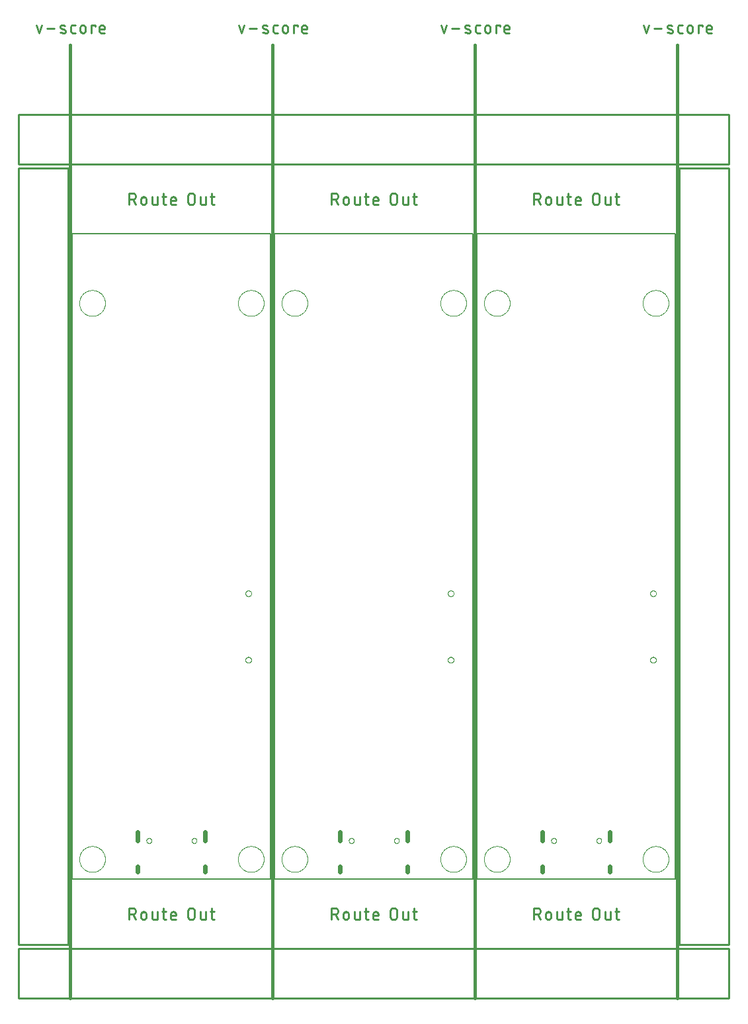
<source format=gko>
G04 EAGLE Gerber RS-274X export*
G75*
%MOMM*%
%FSLAX34Y34*%
%LPD*%
%IN*%
%IPPOS*%
%AMOC8*
5,1,8,0,0,1.08239X$1,22.5*%
G01*
%ADD10C,0.203200*%
%ADD11C,0.279400*%
%ADD12C,0.381000*%
%ADD13C,0.254000*%
%ADD14C,0.000000*%
%ADD15C,0.600000*%


D10*
X0Y0D02*
X254000Y0D01*
X254000Y825500D01*
X0Y825500D01*
X0Y0D01*
D11*
X72504Y-36957D02*
X72504Y-51943D01*
X72504Y-36957D02*
X76667Y-36957D01*
X76795Y-36959D01*
X76923Y-36965D01*
X77051Y-36975D01*
X77179Y-36989D01*
X77306Y-37006D01*
X77432Y-37028D01*
X77558Y-37053D01*
X77682Y-37083D01*
X77806Y-37116D01*
X77929Y-37153D01*
X78051Y-37194D01*
X78171Y-37238D01*
X78290Y-37286D01*
X78407Y-37338D01*
X78523Y-37393D01*
X78636Y-37452D01*
X78749Y-37515D01*
X78859Y-37581D01*
X78966Y-37650D01*
X79072Y-37722D01*
X79176Y-37798D01*
X79277Y-37877D01*
X79376Y-37959D01*
X79472Y-38044D01*
X79565Y-38131D01*
X79656Y-38222D01*
X79743Y-38315D01*
X79828Y-38411D01*
X79910Y-38510D01*
X79989Y-38611D01*
X80065Y-38715D01*
X80137Y-38821D01*
X80206Y-38928D01*
X80272Y-39039D01*
X80335Y-39151D01*
X80394Y-39264D01*
X80449Y-39380D01*
X80501Y-39497D01*
X80549Y-39616D01*
X80593Y-39736D01*
X80634Y-39858D01*
X80671Y-39981D01*
X80704Y-40105D01*
X80734Y-40229D01*
X80759Y-40355D01*
X80781Y-40481D01*
X80798Y-40608D01*
X80812Y-40736D01*
X80822Y-40864D01*
X80828Y-40992D01*
X80830Y-41120D01*
X80828Y-41248D01*
X80822Y-41376D01*
X80812Y-41504D01*
X80798Y-41632D01*
X80781Y-41759D01*
X80759Y-41885D01*
X80734Y-42011D01*
X80704Y-42135D01*
X80671Y-42259D01*
X80634Y-42382D01*
X80593Y-42504D01*
X80549Y-42624D01*
X80501Y-42743D01*
X80449Y-42860D01*
X80394Y-42976D01*
X80335Y-43089D01*
X80272Y-43202D01*
X80206Y-43312D01*
X80137Y-43419D01*
X80065Y-43525D01*
X79989Y-43629D01*
X79910Y-43730D01*
X79828Y-43829D01*
X79743Y-43925D01*
X79656Y-44018D01*
X79565Y-44109D01*
X79472Y-44196D01*
X79376Y-44281D01*
X79277Y-44363D01*
X79176Y-44442D01*
X79072Y-44518D01*
X78966Y-44590D01*
X78859Y-44659D01*
X78749Y-44725D01*
X78636Y-44788D01*
X78523Y-44847D01*
X78407Y-44902D01*
X78290Y-44954D01*
X78171Y-45002D01*
X78051Y-45046D01*
X77929Y-45087D01*
X77806Y-45124D01*
X77682Y-45157D01*
X77558Y-45187D01*
X77432Y-45212D01*
X77306Y-45234D01*
X77179Y-45251D01*
X77051Y-45265D01*
X76923Y-45275D01*
X76795Y-45281D01*
X76667Y-45283D01*
X72504Y-45283D01*
X77499Y-45283D02*
X80829Y-51943D01*
X87788Y-48613D02*
X87788Y-45283D01*
X87790Y-45169D01*
X87796Y-45056D01*
X87805Y-44942D01*
X87819Y-44830D01*
X87836Y-44717D01*
X87858Y-44605D01*
X87883Y-44495D01*
X87911Y-44385D01*
X87944Y-44276D01*
X87980Y-44168D01*
X88020Y-44061D01*
X88064Y-43956D01*
X88111Y-43853D01*
X88161Y-43751D01*
X88215Y-43651D01*
X88273Y-43553D01*
X88334Y-43457D01*
X88397Y-43363D01*
X88465Y-43271D01*
X88535Y-43181D01*
X88608Y-43095D01*
X88684Y-43010D01*
X88763Y-42928D01*
X88845Y-42849D01*
X88930Y-42773D01*
X89016Y-42700D01*
X89106Y-42630D01*
X89198Y-42562D01*
X89292Y-42499D01*
X89388Y-42438D01*
X89486Y-42380D01*
X89586Y-42326D01*
X89688Y-42276D01*
X89791Y-42229D01*
X89896Y-42185D01*
X90003Y-42145D01*
X90111Y-42109D01*
X90220Y-42076D01*
X90330Y-42048D01*
X90440Y-42023D01*
X90552Y-42001D01*
X90665Y-41984D01*
X90777Y-41970D01*
X90891Y-41961D01*
X91004Y-41955D01*
X91118Y-41953D01*
X91232Y-41955D01*
X91345Y-41961D01*
X91459Y-41970D01*
X91571Y-41984D01*
X91684Y-42001D01*
X91796Y-42023D01*
X91906Y-42048D01*
X92016Y-42076D01*
X92125Y-42109D01*
X92233Y-42145D01*
X92340Y-42185D01*
X92445Y-42229D01*
X92548Y-42276D01*
X92650Y-42326D01*
X92750Y-42380D01*
X92848Y-42438D01*
X92944Y-42499D01*
X93038Y-42562D01*
X93130Y-42630D01*
X93220Y-42700D01*
X93306Y-42773D01*
X93391Y-42849D01*
X93473Y-42928D01*
X93552Y-43010D01*
X93628Y-43095D01*
X93701Y-43181D01*
X93771Y-43271D01*
X93839Y-43363D01*
X93902Y-43457D01*
X93963Y-43553D01*
X94021Y-43651D01*
X94075Y-43751D01*
X94125Y-43853D01*
X94172Y-43956D01*
X94216Y-44061D01*
X94256Y-44168D01*
X94292Y-44276D01*
X94325Y-44385D01*
X94353Y-44495D01*
X94378Y-44605D01*
X94400Y-44717D01*
X94417Y-44830D01*
X94431Y-44942D01*
X94440Y-45056D01*
X94446Y-45169D01*
X94448Y-45283D01*
X94448Y-48613D01*
X94446Y-48727D01*
X94440Y-48840D01*
X94431Y-48954D01*
X94417Y-49066D01*
X94400Y-49179D01*
X94378Y-49291D01*
X94353Y-49401D01*
X94325Y-49511D01*
X94292Y-49620D01*
X94256Y-49728D01*
X94216Y-49835D01*
X94172Y-49940D01*
X94125Y-50043D01*
X94075Y-50145D01*
X94021Y-50245D01*
X93963Y-50343D01*
X93902Y-50439D01*
X93839Y-50533D01*
X93771Y-50625D01*
X93701Y-50715D01*
X93628Y-50801D01*
X93552Y-50886D01*
X93473Y-50968D01*
X93391Y-51047D01*
X93306Y-51123D01*
X93220Y-51196D01*
X93130Y-51266D01*
X93038Y-51334D01*
X92944Y-51397D01*
X92848Y-51458D01*
X92750Y-51516D01*
X92650Y-51570D01*
X92548Y-51620D01*
X92445Y-51667D01*
X92340Y-51711D01*
X92233Y-51751D01*
X92125Y-51787D01*
X92016Y-51820D01*
X91906Y-51848D01*
X91796Y-51873D01*
X91684Y-51895D01*
X91571Y-51912D01*
X91459Y-51926D01*
X91345Y-51935D01*
X91232Y-51941D01*
X91118Y-51943D01*
X91004Y-51941D01*
X90891Y-51935D01*
X90777Y-51926D01*
X90665Y-51912D01*
X90552Y-51895D01*
X90440Y-51873D01*
X90330Y-51848D01*
X90220Y-51820D01*
X90111Y-51787D01*
X90003Y-51751D01*
X89896Y-51711D01*
X89791Y-51667D01*
X89688Y-51620D01*
X89586Y-51570D01*
X89486Y-51516D01*
X89388Y-51458D01*
X89292Y-51397D01*
X89198Y-51334D01*
X89106Y-51266D01*
X89016Y-51196D01*
X88930Y-51123D01*
X88845Y-51047D01*
X88763Y-50968D01*
X88684Y-50886D01*
X88608Y-50801D01*
X88535Y-50715D01*
X88465Y-50625D01*
X88397Y-50533D01*
X88334Y-50439D01*
X88273Y-50343D01*
X88215Y-50245D01*
X88161Y-50145D01*
X88111Y-50043D01*
X88064Y-49940D01*
X88020Y-49835D01*
X87980Y-49728D01*
X87944Y-49620D01*
X87911Y-49511D01*
X87883Y-49401D01*
X87858Y-49291D01*
X87836Y-49179D01*
X87819Y-49066D01*
X87805Y-48954D01*
X87796Y-48840D01*
X87790Y-48727D01*
X87788Y-48613D01*
X101856Y-49445D02*
X101856Y-41952D01*
X101855Y-49445D02*
X101857Y-49543D01*
X101863Y-49641D01*
X101872Y-49739D01*
X101886Y-49836D01*
X101903Y-49932D01*
X101924Y-50028D01*
X101949Y-50123D01*
X101977Y-50217D01*
X102009Y-50310D01*
X102045Y-50401D01*
X102084Y-50491D01*
X102127Y-50579D01*
X102174Y-50666D01*
X102223Y-50750D01*
X102276Y-50833D01*
X102332Y-50913D01*
X102391Y-50992D01*
X102454Y-51067D01*
X102519Y-51141D01*
X102587Y-51211D01*
X102657Y-51279D01*
X102731Y-51345D01*
X102807Y-51407D01*
X102885Y-51466D01*
X102965Y-51522D01*
X103048Y-51575D01*
X103132Y-51625D01*
X103219Y-51671D01*
X103307Y-51714D01*
X103397Y-51753D01*
X103488Y-51789D01*
X103581Y-51821D01*
X103675Y-51849D01*
X103770Y-51874D01*
X103866Y-51895D01*
X103962Y-51912D01*
X104059Y-51926D01*
X104157Y-51935D01*
X104255Y-51941D01*
X104353Y-51943D01*
X108516Y-51943D01*
X108516Y-41952D01*
X114497Y-41952D02*
X119492Y-41952D01*
X116162Y-36957D02*
X116162Y-49445D01*
X116164Y-49543D01*
X116170Y-49641D01*
X116179Y-49739D01*
X116193Y-49836D01*
X116210Y-49932D01*
X116231Y-50028D01*
X116256Y-50123D01*
X116284Y-50217D01*
X116316Y-50310D01*
X116352Y-50401D01*
X116391Y-50491D01*
X116434Y-50579D01*
X116481Y-50666D01*
X116530Y-50750D01*
X116583Y-50833D01*
X116639Y-50913D01*
X116698Y-50992D01*
X116761Y-51067D01*
X116826Y-51141D01*
X116894Y-51211D01*
X116964Y-51279D01*
X117038Y-51345D01*
X117114Y-51407D01*
X117192Y-51466D01*
X117272Y-51522D01*
X117355Y-51575D01*
X117439Y-51625D01*
X117526Y-51671D01*
X117614Y-51714D01*
X117704Y-51753D01*
X117795Y-51789D01*
X117888Y-51821D01*
X117982Y-51849D01*
X118077Y-51874D01*
X118173Y-51895D01*
X118269Y-51912D01*
X118366Y-51926D01*
X118464Y-51935D01*
X118562Y-51941D01*
X118660Y-51943D01*
X119492Y-51943D01*
X128321Y-51943D02*
X132484Y-51943D01*
X128321Y-51943D02*
X128223Y-51941D01*
X128125Y-51935D01*
X128027Y-51926D01*
X127930Y-51912D01*
X127834Y-51895D01*
X127738Y-51874D01*
X127643Y-51849D01*
X127549Y-51821D01*
X127456Y-51789D01*
X127365Y-51753D01*
X127275Y-51714D01*
X127187Y-51671D01*
X127100Y-51624D01*
X127016Y-51575D01*
X126933Y-51522D01*
X126853Y-51466D01*
X126775Y-51407D01*
X126699Y-51345D01*
X126625Y-51279D01*
X126555Y-51211D01*
X126487Y-51141D01*
X126422Y-51067D01*
X126359Y-50992D01*
X126300Y-50913D01*
X126244Y-50833D01*
X126191Y-50750D01*
X126142Y-50666D01*
X126095Y-50579D01*
X126052Y-50491D01*
X126013Y-50401D01*
X125977Y-50310D01*
X125945Y-50217D01*
X125917Y-50123D01*
X125892Y-50028D01*
X125871Y-49932D01*
X125854Y-49836D01*
X125840Y-49739D01*
X125831Y-49641D01*
X125825Y-49543D01*
X125823Y-49445D01*
X125824Y-49445D02*
X125824Y-45283D01*
X125826Y-45169D01*
X125832Y-45056D01*
X125841Y-44942D01*
X125855Y-44830D01*
X125872Y-44717D01*
X125894Y-44605D01*
X125919Y-44495D01*
X125947Y-44385D01*
X125980Y-44276D01*
X126016Y-44168D01*
X126056Y-44061D01*
X126100Y-43956D01*
X126147Y-43853D01*
X126197Y-43751D01*
X126251Y-43651D01*
X126309Y-43553D01*
X126370Y-43457D01*
X126433Y-43363D01*
X126501Y-43271D01*
X126571Y-43181D01*
X126644Y-43095D01*
X126720Y-43010D01*
X126799Y-42928D01*
X126881Y-42849D01*
X126966Y-42773D01*
X127052Y-42700D01*
X127142Y-42630D01*
X127234Y-42562D01*
X127328Y-42499D01*
X127424Y-42438D01*
X127522Y-42380D01*
X127622Y-42326D01*
X127724Y-42276D01*
X127827Y-42229D01*
X127932Y-42185D01*
X128039Y-42145D01*
X128147Y-42109D01*
X128256Y-42076D01*
X128366Y-42048D01*
X128476Y-42023D01*
X128588Y-42001D01*
X128701Y-41984D01*
X128813Y-41970D01*
X128927Y-41961D01*
X129040Y-41955D01*
X129154Y-41953D01*
X129268Y-41955D01*
X129381Y-41961D01*
X129495Y-41970D01*
X129607Y-41984D01*
X129720Y-42001D01*
X129832Y-42023D01*
X129942Y-42048D01*
X130052Y-42076D01*
X130161Y-42109D01*
X130269Y-42145D01*
X130376Y-42185D01*
X130481Y-42229D01*
X130584Y-42276D01*
X130686Y-42326D01*
X130786Y-42380D01*
X130884Y-42438D01*
X130980Y-42499D01*
X131074Y-42562D01*
X131166Y-42630D01*
X131256Y-42700D01*
X131342Y-42773D01*
X131427Y-42849D01*
X131509Y-42928D01*
X131588Y-43010D01*
X131664Y-43095D01*
X131737Y-43181D01*
X131807Y-43271D01*
X131875Y-43363D01*
X131938Y-43457D01*
X131999Y-43553D01*
X132057Y-43651D01*
X132111Y-43751D01*
X132161Y-43853D01*
X132208Y-43956D01*
X132252Y-44061D01*
X132292Y-44168D01*
X132328Y-44276D01*
X132361Y-44385D01*
X132389Y-44495D01*
X132414Y-44605D01*
X132436Y-44717D01*
X132453Y-44830D01*
X132467Y-44942D01*
X132476Y-45056D01*
X132482Y-45169D01*
X132484Y-45283D01*
X132484Y-46948D01*
X125824Y-46948D01*
X147917Y-47780D02*
X147917Y-41120D01*
X147919Y-40992D01*
X147925Y-40864D01*
X147935Y-40736D01*
X147949Y-40608D01*
X147966Y-40481D01*
X147988Y-40355D01*
X148013Y-40229D01*
X148043Y-40105D01*
X148076Y-39981D01*
X148113Y-39858D01*
X148154Y-39736D01*
X148198Y-39616D01*
X148246Y-39497D01*
X148298Y-39380D01*
X148353Y-39264D01*
X148412Y-39151D01*
X148475Y-39038D01*
X148541Y-38928D01*
X148610Y-38821D01*
X148682Y-38715D01*
X148758Y-38611D01*
X148837Y-38510D01*
X148919Y-38411D01*
X149004Y-38315D01*
X149091Y-38222D01*
X149182Y-38131D01*
X149275Y-38044D01*
X149371Y-37959D01*
X149470Y-37877D01*
X149571Y-37798D01*
X149675Y-37722D01*
X149781Y-37650D01*
X149888Y-37581D01*
X149999Y-37515D01*
X150111Y-37452D01*
X150224Y-37393D01*
X150340Y-37338D01*
X150457Y-37286D01*
X150576Y-37238D01*
X150696Y-37194D01*
X150818Y-37153D01*
X150941Y-37116D01*
X151065Y-37083D01*
X151189Y-37053D01*
X151315Y-37028D01*
X151441Y-37006D01*
X151568Y-36989D01*
X151696Y-36975D01*
X151824Y-36965D01*
X151952Y-36959D01*
X152080Y-36957D01*
X152208Y-36959D01*
X152336Y-36965D01*
X152464Y-36975D01*
X152592Y-36989D01*
X152719Y-37006D01*
X152845Y-37028D01*
X152971Y-37053D01*
X153095Y-37083D01*
X153219Y-37116D01*
X153342Y-37153D01*
X153464Y-37194D01*
X153584Y-37238D01*
X153703Y-37286D01*
X153820Y-37338D01*
X153936Y-37393D01*
X154049Y-37452D01*
X154162Y-37515D01*
X154272Y-37581D01*
X154379Y-37650D01*
X154485Y-37722D01*
X154589Y-37798D01*
X154690Y-37877D01*
X154789Y-37959D01*
X154885Y-38044D01*
X154978Y-38131D01*
X155069Y-38222D01*
X155156Y-38315D01*
X155241Y-38411D01*
X155323Y-38510D01*
X155402Y-38611D01*
X155478Y-38715D01*
X155550Y-38821D01*
X155619Y-38928D01*
X155685Y-39039D01*
X155748Y-39151D01*
X155807Y-39264D01*
X155862Y-39380D01*
X155914Y-39497D01*
X155962Y-39616D01*
X156006Y-39736D01*
X156047Y-39858D01*
X156084Y-39981D01*
X156117Y-40105D01*
X156147Y-40229D01*
X156172Y-40355D01*
X156194Y-40481D01*
X156211Y-40608D01*
X156225Y-40736D01*
X156235Y-40864D01*
X156241Y-40992D01*
X156243Y-41120D01*
X156242Y-41120D02*
X156242Y-47780D01*
X156243Y-47780D02*
X156241Y-47908D01*
X156235Y-48036D01*
X156225Y-48164D01*
X156211Y-48292D01*
X156194Y-48419D01*
X156172Y-48545D01*
X156147Y-48671D01*
X156117Y-48795D01*
X156084Y-48919D01*
X156047Y-49042D01*
X156006Y-49164D01*
X155962Y-49284D01*
X155914Y-49403D01*
X155862Y-49520D01*
X155807Y-49636D01*
X155748Y-49749D01*
X155685Y-49862D01*
X155619Y-49972D01*
X155550Y-50079D01*
X155478Y-50185D01*
X155402Y-50289D01*
X155323Y-50390D01*
X155241Y-50489D01*
X155156Y-50585D01*
X155069Y-50678D01*
X154978Y-50769D01*
X154885Y-50856D01*
X154789Y-50941D01*
X154690Y-51023D01*
X154589Y-51102D01*
X154485Y-51178D01*
X154379Y-51250D01*
X154272Y-51319D01*
X154161Y-51385D01*
X154049Y-51448D01*
X153936Y-51507D01*
X153820Y-51562D01*
X153703Y-51614D01*
X153584Y-51662D01*
X153464Y-51706D01*
X153342Y-51747D01*
X153219Y-51784D01*
X153095Y-51817D01*
X152971Y-51847D01*
X152845Y-51872D01*
X152719Y-51894D01*
X152592Y-51911D01*
X152464Y-51925D01*
X152336Y-51935D01*
X152208Y-51941D01*
X152080Y-51943D01*
X151952Y-51941D01*
X151824Y-51935D01*
X151696Y-51925D01*
X151568Y-51911D01*
X151441Y-51894D01*
X151315Y-51872D01*
X151189Y-51847D01*
X151065Y-51817D01*
X150941Y-51784D01*
X150818Y-51747D01*
X150696Y-51706D01*
X150576Y-51662D01*
X150457Y-51614D01*
X150340Y-51562D01*
X150224Y-51507D01*
X150111Y-51448D01*
X149999Y-51385D01*
X149888Y-51319D01*
X149781Y-51250D01*
X149675Y-51178D01*
X149571Y-51102D01*
X149470Y-51023D01*
X149371Y-50941D01*
X149275Y-50856D01*
X149182Y-50769D01*
X149091Y-50678D01*
X149004Y-50585D01*
X148919Y-50489D01*
X148837Y-50390D01*
X148758Y-50289D01*
X148682Y-50185D01*
X148610Y-50079D01*
X148541Y-49972D01*
X148475Y-49861D01*
X148412Y-49749D01*
X148353Y-49636D01*
X148298Y-49520D01*
X148246Y-49403D01*
X148198Y-49284D01*
X148154Y-49164D01*
X148113Y-49042D01*
X148076Y-48919D01*
X148043Y-48795D01*
X148013Y-48671D01*
X147988Y-48545D01*
X147966Y-48419D01*
X147949Y-48292D01*
X147935Y-48164D01*
X147925Y-48036D01*
X147919Y-47908D01*
X147917Y-47780D01*
X163859Y-49445D02*
X163859Y-41952D01*
X163859Y-49445D02*
X163861Y-49543D01*
X163867Y-49641D01*
X163876Y-49739D01*
X163890Y-49836D01*
X163907Y-49932D01*
X163928Y-50028D01*
X163953Y-50123D01*
X163981Y-50217D01*
X164013Y-50310D01*
X164049Y-50401D01*
X164088Y-50491D01*
X164131Y-50579D01*
X164178Y-50666D01*
X164227Y-50750D01*
X164280Y-50833D01*
X164336Y-50913D01*
X164395Y-50992D01*
X164458Y-51067D01*
X164523Y-51141D01*
X164591Y-51211D01*
X164661Y-51279D01*
X164735Y-51345D01*
X164811Y-51407D01*
X164889Y-51466D01*
X164969Y-51522D01*
X165052Y-51575D01*
X165136Y-51625D01*
X165223Y-51671D01*
X165311Y-51714D01*
X165401Y-51753D01*
X165492Y-51789D01*
X165585Y-51821D01*
X165679Y-51849D01*
X165774Y-51874D01*
X165870Y-51895D01*
X165966Y-51912D01*
X166063Y-51926D01*
X166161Y-51935D01*
X166259Y-51941D01*
X166357Y-51943D01*
X170520Y-51943D01*
X170520Y-41952D01*
X176501Y-41952D02*
X181496Y-41952D01*
X178166Y-36957D02*
X178166Y-49445D01*
X178165Y-49445D02*
X178167Y-49543D01*
X178173Y-49641D01*
X178182Y-49739D01*
X178196Y-49836D01*
X178213Y-49932D01*
X178234Y-50028D01*
X178259Y-50123D01*
X178287Y-50217D01*
X178319Y-50310D01*
X178355Y-50401D01*
X178394Y-50491D01*
X178437Y-50579D01*
X178484Y-50666D01*
X178533Y-50750D01*
X178586Y-50833D01*
X178642Y-50913D01*
X178701Y-50992D01*
X178764Y-51067D01*
X178829Y-51141D01*
X178897Y-51211D01*
X178967Y-51279D01*
X179041Y-51345D01*
X179117Y-51407D01*
X179195Y-51466D01*
X179275Y-51522D01*
X179358Y-51575D01*
X179442Y-51625D01*
X179529Y-51671D01*
X179617Y-51714D01*
X179707Y-51753D01*
X179798Y-51789D01*
X179891Y-51821D01*
X179985Y-51849D01*
X180080Y-51874D01*
X180176Y-51895D01*
X180272Y-51912D01*
X180369Y-51926D01*
X180467Y-51935D01*
X180565Y-51941D01*
X180663Y-51943D01*
X180664Y-51943D02*
X181496Y-51943D01*
X72504Y862457D02*
X72504Y877443D01*
X76667Y877443D01*
X76795Y877441D01*
X76923Y877435D01*
X77051Y877425D01*
X77179Y877411D01*
X77306Y877394D01*
X77432Y877372D01*
X77558Y877347D01*
X77682Y877317D01*
X77806Y877284D01*
X77929Y877247D01*
X78051Y877206D01*
X78171Y877162D01*
X78290Y877114D01*
X78407Y877062D01*
X78523Y877007D01*
X78636Y876948D01*
X78749Y876885D01*
X78859Y876819D01*
X78966Y876750D01*
X79072Y876678D01*
X79176Y876602D01*
X79277Y876523D01*
X79376Y876441D01*
X79472Y876356D01*
X79565Y876269D01*
X79656Y876178D01*
X79743Y876085D01*
X79828Y875989D01*
X79910Y875890D01*
X79989Y875789D01*
X80065Y875685D01*
X80137Y875579D01*
X80206Y875472D01*
X80272Y875362D01*
X80335Y875249D01*
X80394Y875136D01*
X80449Y875020D01*
X80501Y874903D01*
X80549Y874784D01*
X80593Y874664D01*
X80634Y874542D01*
X80671Y874419D01*
X80704Y874295D01*
X80734Y874171D01*
X80759Y874045D01*
X80781Y873919D01*
X80798Y873792D01*
X80812Y873664D01*
X80822Y873536D01*
X80828Y873408D01*
X80830Y873280D01*
X80828Y873152D01*
X80822Y873024D01*
X80812Y872896D01*
X80798Y872768D01*
X80781Y872641D01*
X80759Y872515D01*
X80734Y872389D01*
X80704Y872265D01*
X80671Y872141D01*
X80634Y872018D01*
X80593Y871896D01*
X80549Y871776D01*
X80501Y871657D01*
X80449Y871540D01*
X80394Y871424D01*
X80335Y871311D01*
X80272Y871199D01*
X80206Y871088D01*
X80137Y870981D01*
X80065Y870875D01*
X79989Y870771D01*
X79910Y870670D01*
X79828Y870571D01*
X79743Y870475D01*
X79656Y870382D01*
X79565Y870291D01*
X79472Y870204D01*
X79376Y870119D01*
X79277Y870037D01*
X79176Y869958D01*
X79072Y869882D01*
X78966Y869810D01*
X78859Y869741D01*
X78749Y869675D01*
X78636Y869612D01*
X78523Y869553D01*
X78407Y869498D01*
X78290Y869446D01*
X78171Y869398D01*
X78051Y869354D01*
X77929Y869313D01*
X77806Y869276D01*
X77682Y869243D01*
X77558Y869213D01*
X77432Y869188D01*
X77306Y869166D01*
X77179Y869149D01*
X77051Y869135D01*
X76923Y869125D01*
X76795Y869119D01*
X76667Y869117D01*
X72504Y869117D01*
X77499Y869117D02*
X80829Y862457D01*
X87788Y865787D02*
X87788Y869117D01*
X87790Y869231D01*
X87796Y869344D01*
X87805Y869458D01*
X87819Y869570D01*
X87836Y869683D01*
X87858Y869795D01*
X87883Y869905D01*
X87911Y870015D01*
X87944Y870124D01*
X87980Y870232D01*
X88020Y870339D01*
X88064Y870444D01*
X88111Y870547D01*
X88161Y870649D01*
X88215Y870749D01*
X88273Y870847D01*
X88334Y870943D01*
X88397Y871037D01*
X88465Y871129D01*
X88535Y871219D01*
X88608Y871305D01*
X88684Y871390D01*
X88763Y871472D01*
X88845Y871551D01*
X88930Y871627D01*
X89016Y871700D01*
X89106Y871770D01*
X89198Y871838D01*
X89292Y871901D01*
X89388Y871962D01*
X89486Y872020D01*
X89586Y872074D01*
X89688Y872124D01*
X89791Y872171D01*
X89896Y872215D01*
X90003Y872255D01*
X90111Y872291D01*
X90220Y872324D01*
X90330Y872352D01*
X90440Y872377D01*
X90552Y872399D01*
X90665Y872416D01*
X90777Y872430D01*
X90891Y872439D01*
X91004Y872445D01*
X91118Y872447D01*
X91232Y872445D01*
X91345Y872439D01*
X91459Y872430D01*
X91571Y872416D01*
X91684Y872399D01*
X91796Y872377D01*
X91906Y872352D01*
X92016Y872324D01*
X92125Y872291D01*
X92233Y872255D01*
X92340Y872215D01*
X92445Y872171D01*
X92548Y872124D01*
X92650Y872074D01*
X92750Y872020D01*
X92848Y871962D01*
X92944Y871901D01*
X93038Y871838D01*
X93130Y871770D01*
X93220Y871700D01*
X93306Y871627D01*
X93391Y871551D01*
X93473Y871472D01*
X93552Y871390D01*
X93628Y871305D01*
X93701Y871219D01*
X93771Y871129D01*
X93839Y871037D01*
X93902Y870943D01*
X93963Y870847D01*
X94021Y870749D01*
X94075Y870649D01*
X94125Y870547D01*
X94172Y870444D01*
X94216Y870339D01*
X94256Y870232D01*
X94292Y870124D01*
X94325Y870015D01*
X94353Y869905D01*
X94378Y869795D01*
X94400Y869683D01*
X94417Y869570D01*
X94431Y869458D01*
X94440Y869344D01*
X94446Y869231D01*
X94448Y869117D01*
X94448Y865787D01*
X94446Y865673D01*
X94440Y865560D01*
X94431Y865446D01*
X94417Y865334D01*
X94400Y865221D01*
X94378Y865109D01*
X94353Y864999D01*
X94325Y864889D01*
X94292Y864780D01*
X94256Y864672D01*
X94216Y864565D01*
X94172Y864460D01*
X94125Y864357D01*
X94075Y864255D01*
X94021Y864155D01*
X93963Y864057D01*
X93902Y863961D01*
X93839Y863867D01*
X93771Y863775D01*
X93701Y863685D01*
X93628Y863599D01*
X93552Y863514D01*
X93473Y863432D01*
X93391Y863353D01*
X93306Y863277D01*
X93220Y863204D01*
X93130Y863134D01*
X93038Y863066D01*
X92944Y863003D01*
X92848Y862942D01*
X92750Y862884D01*
X92650Y862830D01*
X92548Y862780D01*
X92445Y862733D01*
X92340Y862689D01*
X92233Y862649D01*
X92125Y862613D01*
X92016Y862580D01*
X91906Y862552D01*
X91796Y862527D01*
X91684Y862505D01*
X91571Y862488D01*
X91459Y862474D01*
X91345Y862465D01*
X91232Y862459D01*
X91118Y862457D01*
X91004Y862459D01*
X90891Y862465D01*
X90777Y862474D01*
X90665Y862488D01*
X90552Y862505D01*
X90440Y862527D01*
X90330Y862552D01*
X90220Y862580D01*
X90111Y862613D01*
X90003Y862649D01*
X89896Y862689D01*
X89791Y862733D01*
X89688Y862780D01*
X89586Y862830D01*
X89486Y862884D01*
X89388Y862942D01*
X89292Y863003D01*
X89198Y863066D01*
X89106Y863134D01*
X89016Y863204D01*
X88930Y863277D01*
X88845Y863353D01*
X88763Y863432D01*
X88684Y863514D01*
X88608Y863599D01*
X88535Y863685D01*
X88465Y863775D01*
X88397Y863867D01*
X88334Y863961D01*
X88273Y864057D01*
X88215Y864155D01*
X88161Y864255D01*
X88111Y864357D01*
X88064Y864460D01*
X88020Y864565D01*
X87980Y864672D01*
X87944Y864780D01*
X87911Y864889D01*
X87883Y864999D01*
X87858Y865109D01*
X87836Y865221D01*
X87819Y865334D01*
X87805Y865446D01*
X87796Y865560D01*
X87790Y865673D01*
X87788Y865787D01*
X101856Y864955D02*
X101856Y872448D01*
X101855Y864955D02*
X101857Y864857D01*
X101863Y864759D01*
X101872Y864661D01*
X101886Y864564D01*
X101903Y864468D01*
X101924Y864372D01*
X101949Y864277D01*
X101977Y864183D01*
X102009Y864090D01*
X102045Y863999D01*
X102084Y863909D01*
X102127Y863821D01*
X102174Y863734D01*
X102223Y863650D01*
X102276Y863567D01*
X102332Y863487D01*
X102391Y863409D01*
X102454Y863333D01*
X102519Y863259D01*
X102587Y863189D01*
X102657Y863121D01*
X102731Y863056D01*
X102807Y862993D01*
X102885Y862934D01*
X102965Y862878D01*
X103048Y862825D01*
X103132Y862776D01*
X103219Y862729D01*
X103307Y862686D01*
X103397Y862647D01*
X103488Y862611D01*
X103581Y862579D01*
X103675Y862551D01*
X103770Y862526D01*
X103866Y862505D01*
X103962Y862488D01*
X104059Y862474D01*
X104157Y862465D01*
X104255Y862459D01*
X104353Y862457D01*
X108516Y862457D01*
X108516Y872448D01*
X114497Y872448D02*
X119492Y872448D01*
X116162Y877443D02*
X116162Y864955D01*
X116164Y864857D01*
X116170Y864759D01*
X116179Y864661D01*
X116193Y864564D01*
X116210Y864468D01*
X116231Y864372D01*
X116256Y864277D01*
X116284Y864183D01*
X116316Y864090D01*
X116352Y863999D01*
X116391Y863909D01*
X116434Y863821D01*
X116481Y863734D01*
X116530Y863650D01*
X116583Y863567D01*
X116639Y863487D01*
X116698Y863409D01*
X116761Y863333D01*
X116826Y863259D01*
X116894Y863189D01*
X116964Y863121D01*
X117038Y863056D01*
X117114Y862993D01*
X117192Y862934D01*
X117272Y862878D01*
X117355Y862825D01*
X117439Y862776D01*
X117526Y862729D01*
X117614Y862686D01*
X117704Y862647D01*
X117795Y862611D01*
X117888Y862579D01*
X117982Y862551D01*
X118077Y862526D01*
X118173Y862505D01*
X118269Y862488D01*
X118366Y862474D01*
X118464Y862465D01*
X118562Y862459D01*
X118660Y862457D01*
X119492Y862457D01*
X128321Y862457D02*
X132484Y862457D01*
X128321Y862457D02*
X128223Y862459D01*
X128125Y862465D01*
X128027Y862474D01*
X127930Y862488D01*
X127834Y862505D01*
X127738Y862526D01*
X127643Y862551D01*
X127549Y862579D01*
X127456Y862611D01*
X127365Y862647D01*
X127275Y862686D01*
X127187Y862729D01*
X127100Y862776D01*
X127016Y862825D01*
X126933Y862878D01*
X126853Y862934D01*
X126775Y862993D01*
X126699Y863056D01*
X126625Y863121D01*
X126555Y863189D01*
X126487Y863259D01*
X126422Y863333D01*
X126359Y863409D01*
X126300Y863487D01*
X126244Y863567D01*
X126191Y863650D01*
X126142Y863734D01*
X126095Y863821D01*
X126052Y863909D01*
X126013Y863999D01*
X125977Y864090D01*
X125945Y864183D01*
X125917Y864277D01*
X125892Y864372D01*
X125871Y864468D01*
X125854Y864564D01*
X125840Y864661D01*
X125831Y864759D01*
X125825Y864857D01*
X125823Y864955D01*
X125824Y864955D02*
X125824Y869117D01*
X125826Y869231D01*
X125832Y869344D01*
X125841Y869458D01*
X125855Y869570D01*
X125872Y869683D01*
X125894Y869795D01*
X125919Y869905D01*
X125947Y870015D01*
X125980Y870124D01*
X126016Y870232D01*
X126056Y870339D01*
X126100Y870444D01*
X126147Y870547D01*
X126197Y870649D01*
X126251Y870749D01*
X126309Y870847D01*
X126370Y870943D01*
X126433Y871037D01*
X126501Y871129D01*
X126571Y871219D01*
X126644Y871305D01*
X126720Y871390D01*
X126799Y871472D01*
X126881Y871551D01*
X126966Y871627D01*
X127052Y871700D01*
X127142Y871770D01*
X127234Y871838D01*
X127328Y871901D01*
X127424Y871962D01*
X127522Y872020D01*
X127622Y872074D01*
X127724Y872124D01*
X127827Y872171D01*
X127932Y872215D01*
X128039Y872255D01*
X128147Y872291D01*
X128256Y872324D01*
X128366Y872352D01*
X128476Y872377D01*
X128588Y872399D01*
X128701Y872416D01*
X128813Y872430D01*
X128927Y872439D01*
X129040Y872445D01*
X129154Y872447D01*
X129268Y872445D01*
X129381Y872439D01*
X129495Y872430D01*
X129607Y872416D01*
X129720Y872399D01*
X129832Y872377D01*
X129942Y872352D01*
X130052Y872324D01*
X130161Y872291D01*
X130269Y872255D01*
X130376Y872215D01*
X130481Y872171D01*
X130584Y872124D01*
X130686Y872074D01*
X130786Y872020D01*
X130884Y871962D01*
X130980Y871901D01*
X131074Y871838D01*
X131166Y871770D01*
X131256Y871700D01*
X131342Y871627D01*
X131427Y871551D01*
X131509Y871472D01*
X131588Y871390D01*
X131664Y871305D01*
X131737Y871219D01*
X131807Y871129D01*
X131875Y871037D01*
X131938Y870943D01*
X131999Y870847D01*
X132057Y870749D01*
X132111Y870649D01*
X132161Y870547D01*
X132208Y870444D01*
X132252Y870339D01*
X132292Y870232D01*
X132328Y870124D01*
X132361Y870015D01*
X132389Y869905D01*
X132414Y869795D01*
X132436Y869683D01*
X132453Y869570D01*
X132467Y869458D01*
X132476Y869344D01*
X132482Y869231D01*
X132484Y869117D01*
X132484Y867452D01*
X125824Y867452D01*
X147917Y866620D02*
X147917Y873280D01*
X147919Y873408D01*
X147925Y873536D01*
X147935Y873664D01*
X147949Y873792D01*
X147966Y873919D01*
X147988Y874045D01*
X148013Y874171D01*
X148043Y874295D01*
X148076Y874419D01*
X148113Y874542D01*
X148154Y874664D01*
X148198Y874784D01*
X148246Y874903D01*
X148298Y875020D01*
X148353Y875136D01*
X148412Y875249D01*
X148475Y875362D01*
X148541Y875472D01*
X148610Y875579D01*
X148682Y875685D01*
X148758Y875789D01*
X148837Y875890D01*
X148919Y875989D01*
X149004Y876085D01*
X149091Y876178D01*
X149182Y876269D01*
X149275Y876356D01*
X149371Y876441D01*
X149470Y876523D01*
X149571Y876602D01*
X149675Y876678D01*
X149781Y876750D01*
X149888Y876819D01*
X149999Y876885D01*
X150111Y876948D01*
X150224Y877007D01*
X150340Y877062D01*
X150457Y877114D01*
X150576Y877162D01*
X150696Y877206D01*
X150818Y877247D01*
X150941Y877284D01*
X151065Y877317D01*
X151189Y877347D01*
X151315Y877372D01*
X151441Y877394D01*
X151568Y877411D01*
X151696Y877425D01*
X151824Y877435D01*
X151952Y877441D01*
X152080Y877443D01*
X152208Y877441D01*
X152336Y877435D01*
X152464Y877425D01*
X152592Y877411D01*
X152719Y877394D01*
X152845Y877372D01*
X152971Y877347D01*
X153095Y877317D01*
X153219Y877284D01*
X153342Y877247D01*
X153464Y877206D01*
X153584Y877162D01*
X153703Y877114D01*
X153820Y877062D01*
X153936Y877007D01*
X154049Y876948D01*
X154162Y876885D01*
X154272Y876819D01*
X154379Y876750D01*
X154485Y876678D01*
X154589Y876602D01*
X154690Y876523D01*
X154789Y876441D01*
X154885Y876356D01*
X154978Y876269D01*
X155069Y876178D01*
X155156Y876085D01*
X155241Y875989D01*
X155323Y875890D01*
X155402Y875789D01*
X155478Y875685D01*
X155550Y875579D01*
X155619Y875472D01*
X155685Y875362D01*
X155748Y875249D01*
X155807Y875136D01*
X155862Y875020D01*
X155914Y874903D01*
X155962Y874784D01*
X156006Y874664D01*
X156047Y874542D01*
X156084Y874419D01*
X156117Y874295D01*
X156147Y874171D01*
X156172Y874045D01*
X156194Y873919D01*
X156211Y873792D01*
X156225Y873664D01*
X156235Y873536D01*
X156241Y873408D01*
X156243Y873280D01*
X156242Y873280D02*
X156242Y866620D01*
X156243Y866620D02*
X156241Y866492D01*
X156235Y866364D01*
X156225Y866236D01*
X156211Y866108D01*
X156194Y865981D01*
X156172Y865855D01*
X156147Y865729D01*
X156117Y865605D01*
X156084Y865481D01*
X156047Y865358D01*
X156006Y865236D01*
X155962Y865116D01*
X155914Y864997D01*
X155862Y864880D01*
X155807Y864764D01*
X155748Y864651D01*
X155685Y864539D01*
X155619Y864428D01*
X155550Y864321D01*
X155478Y864215D01*
X155402Y864111D01*
X155323Y864010D01*
X155241Y863911D01*
X155156Y863815D01*
X155069Y863722D01*
X154978Y863631D01*
X154885Y863544D01*
X154789Y863459D01*
X154690Y863377D01*
X154589Y863298D01*
X154485Y863222D01*
X154379Y863150D01*
X154272Y863081D01*
X154161Y863015D01*
X154049Y862952D01*
X153936Y862893D01*
X153820Y862838D01*
X153703Y862786D01*
X153584Y862738D01*
X153464Y862694D01*
X153342Y862653D01*
X153219Y862616D01*
X153095Y862583D01*
X152971Y862553D01*
X152845Y862528D01*
X152719Y862506D01*
X152592Y862489D01*
X152464Y862475D01*
X152336Y862465D01*
X152208Y862459D01*
X152080Y862457D01*
X151952Y862459D01*
X151824Y862465D01*
X151696Y862475D01*
X151568Y862489D01*
X151441Y862506D01*
X151315Y862528D01*
X151189Y862553D01*
X151065Y862583D01*
X150941Y862616D01*
X150818Y862653D01*
X150696Y862694D01*
X150576Y862738D01*
X150457Y862786D01*
X150340Y862838D01*
X150224Y862893D01*
X150111Y862952D01*
X149999Y863015D01*
X149888Y863081D01*
X149781Y863150D01*
X149675Y863222D01*
X149571Y863298D01*
X149470Y863377D01*
X149371Y863459D01*
X149275Y863544D01*
X149182Y863631D01*
X149091Y863722D01*
X149004Y863815D01*
X148919Y863911D01*
X148837Y864010D01*
X148758Y864111D01*
X148682Y864215D01*
X148610Y864321D01*
X148541Y864428D01*
X148475Y864539D01*
X148412Y864651D01*
X148353Y864764D01*
X148298Y864880D01*
X148246Y864997D01*
X148198Y865116D01*
X148154Y865236D01*
X148113Y865358D01*
X148076Y865481D01*
X148043Y865605D01*
X148013Y865729D01*
X147988Y865855D01*
X147966Y865981D01*
X147949Y866108D01*
X147935Y866236D01*
X147925Y866364D01*
X147919Y866492D01*
X147917Y866620D01*
X163859Y864955D02*
X163859Y872448D01*
X163859Y864955D02*
X163861Y864857D01*
X163867Y864759D01*
X163876Y864661D01*
X163890Y864564D01*
X163907Y864468D01*
X163928Y864372D01*
X163953Y864277D01*
X163981Y864183D01*
X164013Y864090D01*
X164049Y863999D01*
X164088Y863909D01*
X164131Y863821D01*
X164178Y863734D01*
X164227Y863650D01*
X164280Y863567D01*
X164336Y863487D01*
X164395Y863409D01*
X164458Y863333D01*
X164523Y863259D01*
X164591Y863189D01*
X164661Y863121D01*
X164735Y863056D01*
X164811Y862993D01*
X164889Y862934D01*
X164969Y862878D01*
X165052Y862825D01*
X165136Y862776D01*
X165223Y862729D01*
X165311Y862686D01*
X165401Y862647D01*
X165492Y862611D01*
X165585Y862579D01*
X165679Y862551D01*
X165774Y862526D01*
X165870Y862505D01*
X165966Y862488D01*
X166063Y862474D01*
X166161Y862465D01*
X166259Y862459D01*
X166357Y862457D01*
X170520Y862457D01*
X170520Y872448D01*
X176501Y872448D02*
X181496Y872448D01*
X178166Y877443D02*
X178166Y864955D01*
X178168Y864857D01*
X178174Y864759D01*
X178183Y864661D01*
X178197Y864564D01*
X178214Y864468D01*
X178235Y864372D01*
X178260Y864277D01*
X178288Y864183D01*
X178320Y864090D01*
X178356Y863999D01*
X178395Y863909D01*
X178438Y863821D01*
X178485Y863734D01*
X178534Y863650D01*
X178587Y863567D01*
X178643Y863487D01*
X178702Y863409D01*
X178765Y863333D01*
X178830Y863259D01*
X178898Y863189D01*
X178968Y863121D01*
X179042Y863056D01*
X179118Y862993D01*
X179196Y862934D01*
X179276Y862878D01*
X179359Y862825D01*
X179443Y862776D01*
X179530Y862729D01*
X179618Y862686D01*
X179708Y862647D01*
X179799Y862611D01*
X179892Y862579D01*
X179986Y862551D01*
X180081Y862526D01*
X180177Y862505D01*
X180273Y862488D01*
X180370Y862474D01*
X180468Y862465D01*
X180566Y862459D01*
X180664Y862457D01*
X181496Y862457D01*
D10*
X259080Y0D02*
X513080Y0D01*
X513080Y825500D01*
X259080Y825500D01*
X259080Y0D01*
D11*
X331584Y-36957D02*
X331584Y-51943D01*
X331584Y-36957D02*
X335747Y-36957D01*
X335875Y-36959D01*
X336003Y-36965D01*
X336131Y-36975D01*
X336259Y-36989D01*
X336386Y-37006D01*
X336512Y-37028D01*
X336638Y-37053D01*
X336762Y-37083D01*
X336886Y-37116D01*
X337009Y-37153D01*
X337131Y-37194D01*
X337251Y-37238D01*
X337370Y-37286D01*
X337487Y-37338D01*
X337603Y-37393D01*
X337716Y-37452D01*
X337829Y-37515D01*
X337939Y-37581D01*
X338046Y-37650D01*
X338152Y-37722D01*
X338256Y-37798D01*
X338357Y-37877D01*
X338456Y-37959D01*
X338552Y-38044D01*
X338645Y-38131D01*
X338736Y-38222D01*
X338823Y-38315D01*
X338908Y-38411D01*
X338990Y-38510D01*
X339069Y-38611D01*
X339145Y-38715D01*
X339217Y-38821D01*
X339286Y-38928D01*
X339352Y-39039D01*
X339415Y-39151D01*
X339474Y-39264D01*
X339529Y-39380D01*
X339581Y-39497D01*
X339629Y-39616D01*
X339673Y-39736D01*
X339714Y-39858D01*
X339751Y-39981D01*
X339784Y-40105D01*
X339814Y-40229D01*
X339839Y-40355D01*
X339861Y-40481D01*
X339878Y-40608D01*
X339892Y-40736D01*
X339902Y-40864D01*
X339908Y-40992D01*
X339910Y-41120D01*
X339908Y-41248D01*
X339902Y-41376D01*
X339892Y-41504D01*
X339878Y-41632D01*
X339861Y-41759D01*
X339839Y-41885D01*
X339814Y-42011D01*
X339784Y-42135D01*
X339751Y-42259D01*
X339714Y-42382D01*
X339673Y-42504D01*
X339629Y-42624D01*
X339581Y-42743D01*
X339529Y-42860D01*
X339474Y-42976D01*
X339415Y-43089D01*
X339352Y-43202D01*
X339286Y-43312D01*
X339217Y-43419D01*
X339145Y-43525D01*
X339069Y-43629D01*
X338990Y-43730D01*
X338908Y-43829D01*
X338823Y-43925D01*
X338736Y-44018D01*
X338645Y-44109D01*
X338552Y-44196D01*
X338456Y-44281D01*
X338357Y-44363D01*
X338256Y-44442D01*
X338152Y-44518D01*
X338046Y-44590D01*
X337939Y-44659D01*
X337829Y-44725D01*
X337716Y-44788D01*
X337603Y-44847D01*
X337487Y-44902D01*
X337370Y-44954D01*
X337251Y-45002D01*
X337131Y-45046D01*
X337009Y-45087D01*
X336886Y-45124D01*
X336762Y-45157D01*
X336638Y-45187D01*
X336512Y-45212D01*
X336386Y-45234D01*
X336259Y-45251D01*
X336131Y-45265D01*
X336003Y-45275D01*
X335875Y-45281D01*
X335747Y-45283D01*
X331584Y-45283D01*
X336579Y-45283D02*
X339909Y-51943D01*
X346868Y-48613D02*
X346868Y-45283D01*
X346870Y-45169D01*
X346876Y-45056D01*
X346885Y-44942D01*
X346899Y-44830D01*
X346916Y-44717D01*
X346938Y-44605D01*
X346963Y-44495D01*
X346991Y-44385D01*
X347024Y-44276D01*
X347060Y-44168D01*
X347100Y-44061D01*
X347144Y-43956D01*
X347191Y-43853D01*
X347241Y-43751D01*
X347295Y-43651D01*
X347353Y-43553D01*
X347414Y-43457D01*
X347477Y-43363D01*
X347545Y-43271D01*
X347615Y-43181D01*
X347688Y-43095D01*
X347764Y-43010D01*
X347843Y-42928D01*
X347925Y-42849D01*
X348010Y-42773D01*
X348096Y-42700D01*
X348186Y-42630D01*
X348278Y-42562D01*
X348372Y-42499D01*
X348468Y-42438D01*
X348566Y-42380D01*
X348666Y-42326D01*
X348768Y-42276D01*
X348871Y-42229D01*
X348976Y-42185D01*
X349083Y-42145D01*
X349191Y-42109D01*
X349300Y-42076D01*
X349410Y-42048D01*
X349520Y-42023D01*
X349632Y-42001D01*
X349745Y-41984D01*
X349857Y-41970D01*
X349971Y-41961D01*
X350084Y-41955D01*
X350198Y-41953D01*
X350312Y-41955D01*
X350425Y-41961D01*
X350539Y-41970D01*
X350651Y-41984D01*
X350764Y-42001D01*
X350876Y-42023D01*
X350986Y-42048D01*
X351096Y-42076D01*
X351205Y-42109D01*
X351313Y-42145D01*
X351420Y-42185D01*
X351525Y-42229D01*
X351628Y-42276D01*
X351730Y-42326D01*
X351830Y-42380D01*
X351928Y-42438D01*
X352024Y-42499D01*
X352118Y-42562D01*
X352210Y-42630D01*
X352300Y-42700D01*
X352386Y-42773D01*
X352471Y-42849D01*
X352553Y-42928D01*
X352632Y-43010D01*
X352708Y-43095D01*
X352781Y-43181D01*
X352851Y-43271D01*
X352919Y-43363D01*
X352982Y-43457D01*
X353043Y-43553D01*
X353101Y-43651D01*
X353155Y-43751D01*
X353205Y-43853D01*
X353252Y-43956D01*
X353296Y-44061D01*
X353336Y-44168D01*
X353372Y-44276D01*
X353405Y-44385D01*
X353433Y-44495D01*
X353458Y-44605D01*
X353480Y-44717D01*
X353497Y-44830D01*
X353511Y-44942D01*
X353520Y-45056D01*
X353526Y-45169D01*
X353528Y-45283D01*
X353528Y-48613D01*
X353526Y-48727D01*
X353520Y-48840D01*
X353511Y-48954D01*
X353497Y-49066D01*
X353480Y-49179D01*
X353458Y-49291D01*
X353433Y-49401D01*
X353405Y-49511D01*
X353372Y-49620D01*
X353336Y-49728D01*
X353296Y-49835D01*
X353252Y-49940D01*
X353205Y-50043D01*
X353155Y-50145D01*
X353101Y-50245D01*
X353043Y-50343D01*
X352982Y-50439D01*
X352919Y-50533D01*
X352851Y-50625D01*
X352781Y-50715D01*
X352708Y-50801D01*
X352632Y-50886D01*
X352553Y-50968D01*
X352471Y-51047D01*
X352386Y-51123D01*
X352300Y-51196D01*
X352210Y-51266D01*
X352118Y-51334D01*
X352024Y-51397D01*
X351928Y-51458D01*
X351830Y-51516D01*
X351730Y-51570D01*
X351628Y-51620D01*
X351525Y-51667D01*
X351420Y-51711D01*
X351313Y-51751D01*
X351205Y-51787D01*
X351096Y-51820D01*
X350986Y-51848D01*
X350876Y-51873D01*
X350764Y-51895D01*
X350651Y-51912D01*
X350539Y-51926D01*
X350425Y-51935D01*
X350312Y-51941D01*
X350198Y-51943D01*
X350084Y-51941D01*
X349971Y-51935D01*
X349857Y-51926D01*
X349745Y-51912D01*
X349632Y-51895D01*
X349520Y-51873D01*
X349410Y-51848D01*
X349300Y-51820D01*
X349191Y-51787D01*
X349083Y-51751D01*
X348976Y-51711D01*
X348871Y-51667D01*
X348768Y-51620D01*
X348666Y-51570D01*
X348566Y-51516D01*
X348468Y-51458D01*
X348372Y-51397D01*
X348278Y-51334D01*
X348186Y-51266D01*
X348096Y-51196D01*
X348010Y-51123D01*
X347925Y-51047D01*
X347843Y-50968D01*
X347764Y-50886D01*
X347688Y-50801D01*
X347615Y-50715D01*
X347545Y-50625D01*
X347477Y-50533D01*
X347414Y-50439D01*
X347353Y-50343D01*
X347295Y-50245D01*
X347241Y-50145D01*
X347191Y-50043D01*
X347144Y-49940D01*
X347100Y-49835D01*
X347060Y-49728D01*
X347024Y-49620D01*
X346991Y-49511D01*
X346963Y-49401D01*
X346938Y-49291D01*
X346916Y-49179D01*
X346899Y-49066D01*
X346885Y-48954D01*
X346876Y-48840D01*
X346870Y-48727D01*
X346868Y-48613D01*
X360936Y-49445D02*
X360936Y-41952D01*
X360935Y-49445D02*
X360937Y-49543D01*
X360943Y-49641D01*
X360952Y-49739D01*
X360966Y-49836D01*
X360983Y-49932D01*
X361004Y-50028D01*
X361029Y-50123D01*
X361057Y-50217D01*
X361089Y-50310D01*
X361125Y-50401D01*
X361164Y-50491D01*
X361207Y-50579D01*
X361254Y-50666D01*
X361303Y-50750D01*
X361356Y-50833D01*
X361412Y-50913D01*
X361471Y-50992D01*
X361534Y-51067D01*
X361599Y-51141D01*
X361667Y-51211D01*
X361737Y-51279D01*
X361811Y-51345D01*
X361887Y-51407D01*
X361965Y-51466D01*
X362045Y-51522D01*
X362128Y-51575D01*
X362212Y-51625D01*
X362299Y-51671D01*
X362387Y-51714D01*
X362477Y-51753D01*
X362568Y-51789D01*
X362661Y-51821D01*
X362755Y-51849D01*
X362850Y-51874D01*
X362946Y-51895D01*
X363042Y-51912D01*
X363139Y-51926D01*
X363237Y-51935D01*
X363335Y-51941D01*
X363433Y-51943D01*
X367596Y-51943D01*
X367596Y-41952D01*
X373577Y-41952D02*
X378572Y-41952D01*
X375242Y-36957D02*
X375242Y-49445D01*
X375244Y-49543D01*
X375250Y-49641D01*
X375259Y-49739D01*
X375273Y-49836D01*
X375290Y-49932D01*
X375311Y-50028D01*
X375336Y-50123D01*
X375364Y-50217D01*
X375396Y-50310D01*
X375432Y-50401D01*
X375471Y-50491D01*
X375514Y-50579D01*
X375561Y-50666D01*
X375610Y-50750D01*
X375663Y-50833D01*
X375719Y-50913D01*
X375778Y-50992D01*
X375841Y-51067D01*
X375906Y-51141D01*
X375974Y-51211D01*
X376044Y-51279D01*
X376118Y-51345D01*
X376194Y-51407D01*
X376272Y-51466D01*
X376352Y-51522D01*
X376435Y-51575D01*
X376519Y-51625D01*
X376606Y-51671D01*
X376694Y-51714D01*
X376784Y-51753D01*
X376875Y-51789D01*
X376968Y-51821D01*
X377062Y-51849D01*
X377157Y-51874D01*
X377253Y-51895D01*
X377349Y-51912D01*
X377446Y-51926D01*
X377544Y-51935D01*
X377642Y-51941D01*
X377740Y-51943D01*
X378572Y-51943D01*
X387401Y-51943D02*
X391564Y-51943D01*
X387401Y-51943D02*
X387303Y-51941D01*
X387205Y-51935D01*
X387107Y-51926D01*
X387010Y-51912D01*
X386914Y-51895D01*
X386818Y-51874D01*
X386723Y-51849D01*
X386629Y-51821D01*
X386536Y-51789D01*
X386445Y-51753D01*
X386355Y-51714D01*
X386267Y-51671D01*
X386180Y-51624D01*
X386096Y-51575D01*
X386013Y-51522D01*
X385933Y-51466D01*
X385855Y-51407D01*
X385779Y-51345D01*
X385705Y-51279D01*
X385635Y-51211D01*
X385567Y-51141D01*
X385502Y-51067D01*
X385439Y-50992D01*
X385380Y-50913D01*
X385324Y-50833D01*
X385271Y-50750D01*
X385222Y-50666D01*
X385175Y-50579D01*
X385132Y-50491D01*
X385093Y-50401D01*
X385057Y-50310D01*
X385025Y-50217D01*
X384997Y-50123D01*
X384972Y-50028D01*
X384951Y-49932D01*
X384934Y-49836D01*
X384920Y-49739D01*
X384911Y-49641D01*
X384905Y-49543D01*
X384903Y-49445D01*
X384904Y-49445D02*
X384904Y-45283D01*
X384906Y-45169D01*
X384912Y-45056D01*
X384921Y-44942D01*
X384935Y-44830D01*
X384952Y-44717D01*
X384974Y-44605D01*
X384999Y-44495D01*
X385027Y-44385D01*
X385060Y-44276D01*
X385096Y-44168D01*
X385136Y-44061D01*
X385180Y-43956D01*
X385227Y-43853D01*
X385277Y-43751D01*
X385331Y-43651D01*
X385389Y-43553D01*
X385450Y-43457D01*
X385513Y-43363D01*
X385581Y-43271D01*
X385651Y-43181D01*
X385724Y-43095D01*
X385800Y-43010D01*
X385879Y-42928D01*
X385961Y-42849D01*
X386046Y-42773D01*
X386132Y-42700D01*
X386222Y-42630D01*
X386314Y-42562D01*
X386408Y-42499D01*
X386504Y-42438D01*
X386602Y-42380D01*
X386702Y-42326D01*
X386804Y-42276D01*
X386907Y-42229D01*
X387012Y-42185D01*
X387119Y-42145D01*
X387227Y-42109D01*
X387336Y-42076D01*
X387446Y-42048D01*
X387556Y-42023D01*
X387668Y-42001D01*
X387781Y-41984D01*
X387893Y-41970D01*
X388007Y-41961D01*
X388120Y-41955D01*
X388234Y-41953D01*
X388348Y-41955D01*
X388461Y-41961D01*
X388575Y-41970D01*
X388687Y-41984D01*
X388800Y-42001D01*
X388912Y-42023D01*
X389022Y-42048D01*
X389132Y-42076D01*
X389241Y-42109D01*
X389349Y-42145D01*
X389456Y-42185D01*
X389561Y-42229D01*
X389664Y-42276D01*
X389766Y-42326D01*
X389866Y-42380D01*
X389964Y-42438D01*
X390060Y-42499D01*
X390154Y-42562D01*
X390246Y-42630D01*
X390336Y-42700D01*
X390422Y-42773D01*
X390507Y-42849D01*
X390589Y-42928D01*
X390668Y-43010D01*
X390744Y-43095D01*
X390817Y-43181D01*
X390887Y-43271D01*
X390955Y-43363D01*
X391018Y-43457D01*
X391079Y-43553D01*
X391137Y-43651D01*
X391191Y-43751D01*
X391241Y-43853D01*
X391288Y-43956D01*
X391332Y-44061D01*
X391372Y-44168D01*
X391408Y-44276D01*
X391441Y-44385D01*
X391469Y-44495D01*
X391494Y-44605D01*
X391516Y-44717D01*
X391533Y-44830D01*
X391547Y-44942D01*
X391556Y-45056D01*
X391562Y-45169D01*
X391564Y-45283D01*
X391564Y-46948D01*
X384904Y-46948D01*
X406997Y-47780D02*
X406997Y-41120D01*
X406999Y-40992D01*
X407005Y-40864D01*
X407015Y-40736D01*
X407029Y-40608D01*
X407046Y-40481D01*
X407068Y-40355D01*
X407093Y-40229D01*
X407123Y-40105D01*
X407156Y-39981D01*
X407193Y-39858D01*
X407234Y-39736D01*
X407278Y-39616D01*
X407326Y-39497D01*
X407378Y-39380D01*
X407433Y-39264D01*
X407492Y-39151D01*
X407555Y-39038D01*
X407621Y-38928D01*
X407690Y-38821D01*
X407762Y-38715D01*
X407838Y-38611D01*
X407917Y-38510D01*
X407999Y-38411D01*
X408084Y-38315D01*
X408171Y-38222D01*
X408262Y-38131D01*
X408355Y-38044D01*
X408451Y-37959D01*
X408550Y-37877D01*
X408651Y-37798D01*
X408755Y-37722D01*
X408861Y-37650D01*
X408968Y-37581D01*
X409079Y-37515D01*
X409191Y-37452D01*
X409304Y-37393D01*
X409420Y-37338D01*
X409537Y-37286D01*
X409656Y-37238D01*
X409776Y-37194D01*
X409898Y-37153D01*
X410021Y-37116D01*
X410145Y-37083D01*
X410269Y-37053D01*
X410395Y-37028D01*
X410521Y-37006D01*
X410648Y-36989D01*
X410776Y-36975D01*
X410904Y-36965D01*
X411032Y-36959D01*
X411160Y-36957D01*
X411288Y-36959D01*
X411416Y-36965D01*
X411544Y-36975D01*
X411672Y-36989D01*
X411799Y-37006D01*
X411925Y-37028D01*
X412051Y-37053D01*
X412175Y-37083D01*
X412299Y-37116D01*
X412422Y-37153D01*
X412544Y-37194D01*
X412664Y-37238D01*
X412783Y-37286D01*
X412900Y-37338D01*
X413016Y-37393D01*
X413129Y-37452D01*
X413242Y-37515D01*
X413352Y-37581D01*
X413459Y-37650D01*
X413565Y-37722D01*
X413669Y-37798D01*
X413770Y-37877D01*
X413869Y-37959D01*
X413965Y-38044D01*
X414058Y-38131D01*
X414149Y-38222D01*
X414236Y-38315D01*
X414321Y-38411D01*
X414403Y-38510D01*
X414482Y-38611D01*
X414558Y-38715D01*
X414630Y-38821D01*
X414699Y-38928D01*
X414765Y-39039D01*
X414828Y-39151D01*
X414887Y-39264D01*
X414942Y-39380D01*
X414994Y-39497D01*
X415042Y-39616D01*
X415086Y-39736D01*
X415127Y-39858D01*
X415164Y-39981D01*
X415197Y-40105D01*
X415227Y-40229D01*
X415252Y-40355D01*
X415274Y-40481D01*
X415291Y-40608D01*
X415305Y-40736D01*
X415315Y-40864D01*
X415321Y-40992D01*
X415323Y-41120D01*
X415322Y-41120D02*
X415322Y-47780D01*
X415323Y-47780D02*
X415321Y-47908D01*
X415315Y-48036D01*
X415305Y-48164D01*
X415291Y-48292D01*
X415274Y-48419D01*
X415252Y-48545D01*
X415227Y-48671D01*
X415197Y-48795D01*
X415164Y-48919D01*
X415127Y-49042D01*
X415086Y-49164D01*
X415042Y-49284D01*
X414994Y-49403D01*
X414942Y-49520D01*
X414887Y-49636D01*
X414828Y-49749D01*
X414765Y-49862D01*
X414699Y-49972D01*
X414630Y-50079D01*
X414558Y-50185D01*
X414482Y-50289D01*
X414403Y-50390D01*
X414321Y-50489D01*
X414236Y-50585D01*
X414149Y-50678D01*
X414058Y-50769D01*
X413965Y-50856D01*
X413869Y-50941D01*
X413770Y-51023D01*
X413669Y-51102D01*
X413565Y-51178D01*
X413459Y-51250D01*
X413352Y-51319D01*
X413242Y-51385D01*
X413129Y-51448D01*
X413016Y-51507D01*
X412900Y-51562D01*
X412783Y-51614D01*
X412664Y-51662D01*
X412544Y-51706D01*
X412422Y-51747D01*
X412299Y-51784D01*
X412175Y-51817D01*
X412051Y-51847D01*
X411925Y-51872D01*
X411799Y-51894D01*
X411672Y-51911D01*
X411544Y-51925D01*
X411416Y-51935D01*
X411288Y-51941D01*
X411160Y-51943D01*
X411032Y-51941D01*
X410904Y-51935D01*
X410776Y-51925D01*
X410648Y-51911D01*
X410521Y-51894D01*
X410395Y-51872D01*
X410269Y-51847D01*
X410145Y-51817D01*
X410021Y-51784D01*
X409898Y-51747D01*
X409776Y-51706D01*
X409656Y-51662D01*
X409537Y-51614D01*
X409420Y-51562D01*
X409304Y-51507D01*
X409191Y-51448D01*
X409079Y-51385D01*
X408968Y-51319D01*
X408861Y-51250D01*
X408755Y-51178D01*
X408651Y-51102D01*
X408550Y-51023D01*
X408451Y-50941D01*
X408355Y-50856D01*
X408262Y-50769D01*
X408171Y-50678D01*
X408084Y-50585D01*
X407999Y-50489D01*
X407917Y-50390D01*
X407838Y-50289D01*
X407762Y-50185D01*
X407690Y-50079D01*
X407621Y-49972D01*
X407555Y-49861D01*
X407492Y-49749D01*
X407433Y-49636D01*
X407378Y-49520D01*
X407326Y-49403D01*
X407278Y-49284D01*
X407234Y-49164D01*
X407193Y-49042D01*
X407156Y-48919D01*
X407123Y-48795D01*
X407093Y-48671D01*
X407068Y-48545D01*
X407046Y-48419D01*
X407029Y-48292D01*
X407015Y-48164D01*
X407005Y-48036D01*
X406999Y-47908D01*
X406997Y-47780D01*
X422939Y-49445D02*
X422939Y-41952D01*
X422939Y-49445D02*
X422941Y-49543D01*
X422947Y-49641D01*
X422956Y-49739D01*
X422970Y-49836D01*
X422987Y-49932D01*
X423008Y-50028D01*
X423033Y-50123D01*
X423061Y-50217D01*
X423093Y-50310D01*
X423129Y-50401D01*
X423168Y-50491D01*
X423211Y-50579D01*
X423258Y-50666D01*
X423307Y-50750D01*
X423360Y-50833D01*
X423416Y-50913D01*
X423475Y-50992D01*
X423538Y-51067D01*
X423603Y-51141D01*
X423671Y-51211D01*
X423741Y-51279D01*
X423815Y-51345D01*
X423891Y-51407D01*
X423969Y-51466D01*
X424049Y-51522D01*
X424132Y-51575D01*
X424216Y-51625D01*
X424303Y-51671D01*
X424391Y-51714D01*
X424481Y-51753D01*
X424572Y-51789D01*
X424665Y-51821D01*
X424759Y-51849D01*
X424854Y-51874D01*
X424950Y-51895D01*
X425046Y-51912D01*
X425143Y-51926D01*
X425241Y-51935D01*
X425339Y-51941D01*
X425437Y-51943D01*
X429600Y-51943D01*
X429600Y-41952D01*
X435581Y-41952D02*
X440576Y-41952D01*
X437246Y-36957D02*
X437246Y-49445D01*
X437245Y-49445D02*
X437247Y-49543D01*
X437253Y-49641D01*
X437262Y-49739D01*
X437276Y-49836D01*
X437293Y-49932D01*
X437314Y-50028D01*
X437339Y-50123D01*
X437367Y-50217D01*
X437399Y-50310D01*
X437435Y-50401D01*
X437474Y-50491D01*
X437517Y-50579D01*
X437564Y-50666D01*
X437613Y-50750D01*
X437666Y-50833D01*
X437722Y-50913D01*
X437781Y-50992D01*
X437844Y-51067D01*
X437909Y-51141D01*
X437977Y-51211D01*
X438047Y-51279D01*
X438121Y-51345D01*
X438197Y-51407D01*
X438275Y-51466D01*
X438355Y-51522D01*
X438438Y-51575D01*
X438522Y-51625D01*
X438609Y-51671D01*
X438697Y-51714D01*
X438787Y-51753D01*
X438878Y-51789D01*
X438971Y-51821D01*
X439065Y-51849D01*
X439160Y-51874D01*
X439256Y-51895D01*
X439352Y-51912D01*
X439449Y-51926D01*
X439547Y-51935D01*
X439645Y-51941D01*
X439743Y-51943D01*
X439744Y-51943D02*
X440576Y-51943D01*
X331584Y862457D02*
X331584Y877443D01*
X335747Y877443D01*
X335875Y877441D01*
X336003Y877435D01*
X336131Y877425D01*
X336259Y877411D01*
X336386Y877394D01*
X336512Y877372D01*
X336638Y877347D01*
X336762Y877317D01*
X336886Y877284D01*
X337009Y877247D01*
X337131Y877206D01*
X337251Y877162D01*
X337370Y877114D01*
X337487Y877062D01*
X337603Y877007D01*
X337716Y876948D01*
X337829Y876885D01*
X337939Y876819D01*
X338046Y876750D01*
X338152Y876678D01*
X338256Y876602D01*
X338357Y876523D01*
X338456Y876441D01*
X338552Y876356D01*
X338645Y876269D01*
X338736Y876178D01*
X338823Y876085D01*
X338908Y875989D01*
X338990Y875890D01*
X339069Y875789D01*
X339145Y875685D01*
X339217Y875579D01*
X339286Y875472D01*
X339352Y875362D01*
X339415Y875249D01*
X339474Y875136D01*
X339529Y875020D01*
X339581Y874903D01*
X339629Y874784D01*
X339673Y874664D01*
X339714Y874542D01*
X339751Y874419D01*
X339784Y874295D01*
X339814Y874171D01*
X339839Y874045D01*
X339861Y873919D01*
X339878Y873792D01*
X339892Y873664D01*
X339902Y873536D01*
X339908Y873408D01*
X339910Y873280D01*
X339908Y873152D01*
X339902Y873024D01*
X339892Y872896D01*
X339878Y872768D01*
X339861Y872641D01*
X339839Y872515D01*
X339814Y872389D01*
X339784Y872265D01*
X339751Y872141D01*
X339714Y872018D01*
X339673Y871896D01*
X339629Y871776D01*
X339581Y871657D01*
X339529Y871540D01*
X339474Y871424D01*
X339415Y871311D01*
X339352Y871199D01*
X339286Y871088D01*
X339217Y870981D01*
X339145Y870875D01*
X339069Y870771D01*
X338990Y870670D01*
X338908Y870571D01*
X338823Y870475D01*
X338736Y870382D01*
X338645Y870291D01*
X338552Y870204D01*
X338456Y870119D01*
X338357Y870037D01*
X338256Y869958D01*
X338152Y869882D01*
X338046Y869810D01*
X337939Y869741D01*
X337829Y869675D01*
X337716Y869612D01*
X337603Y869553D01*
X337487Y869498D01*
X337370Y869446D01*
X337251Y869398D01*
X337131Y869354D01*
X337009Y869313D01*
X336886Y869276D01*
X336762Y869243D01*
X336638Y869213D01*
X336512Y869188D01*
X336386Y869166D01*
X336259Y869149D01*
X336131Y869135D01*
X336003Y869125D01*
X335875Y869119D01*
X335747Y869117D01*
X331584Y869117D01*
X336579Y869117D02*
X339909Y862457D01*
X346868Y865787D02*
X346868Y869117D01*
X346870Y869231D01*
X346876Y869344D01*
X346885Y869458D01*
X346899Y869570D01*
X346916Y869683D01*
X346938Y869795D01*
X346963Y869905D01*
X346991Y870015D01*
X347024Y870124D01*
X347060Y870232D01*
X347100Y870339D01*
X347144Y870444D01*
X347191Y870547D01*
X347241Y870649D01*
X347295Y870749D01*
X347353Y870847D01*
X347414Y870943D01*
X347477Y871037D01*
X347545Y871129D01*
X347615Y871219D01*
X347688Y871305D01*
X347764Y871390D01*
X347843Y871472D01*
X347925Y871551D01*
X348010Y871627D01*
X348096Y871700D01*
X348186Y871770D01*
X348278Y871838D01*
X348372Y871901D01*
X348468Y871962D01*
X348566Y872020D01*
X348666Y872074D01*
X348768Y872124D01*
X348871Y872171D01*
X348976Y872215D01*
X349083Y872255D01*
X349191Y872291D01*
X349300Y872324D01*
X349410Y872352D01*
X349520Y872377D01*
X349632Y872399D01*
X349745Y872416D01*
X349857Y872430D01*
X349971Y872439D01*
X350084Y872445D01*
X350198Y872447D01*
X350312Y872445D01*
X350425Y872439D01*
X350539Y872430D01*
X350651Y872416D01*
X350764Y872399D01*
X350876Y872377D01*
X350986Y872352D01*
X351096Y872324D01*
X351205Y872291D01*
X351313Y872255D01*
X351420Y872215D01*
X351525Y872171D01*
X351628Y872124D01*
X351730Y872074D01*
X351830Y872020D01*
X351928Y871962D01*
X352024Y871901D01*
X352118Y871838D01*
X352210Y871770D01*
X352300Y871700D01*
X352386Y871627D01*
X352471Y871551D01*
X352553Y871472D01*
X352632Y871390D01*
X352708Y871305D01*
X352781Y871219D01*
X352851Y871129D01*
X352919Y871037D01*
X352982Y870943D01*
X353043Y870847D01*
X353101Y870749D01*
X353155Y870649D01*
X353205Y870547D01*
X353252Y870444D01*
X353296Y870339D01*
X353336Y870232D01*
X353372Y870124D01*
X353405Y870015D01*
X353433Y869905D01*
X353458Y869795D01*
X353480Y869683D01*
X353497Y869570D01*
X353511Y869458D01*
X353520Y869344D01*
X353526Y869231D01*
X353528Y869117D01*
X353528Y865787D01*
X353526Y865673D01*
X353520Y865560D01*
X353511Y865446D01*
X353497Y865334D01*
X353480Y865221D01*
X353458Y865109D01*
X353433Y864999D01*
X353405Y864889D01*
X353372Y864780D01*
X353336Y864672D01*
X353296Y864565D01*
X353252Y864460D01*
X353205Y864357D01*
X353155Y864255D01*
X353101Y864155D01*
X353043Y864057D01*
X352982Y863961D01*
X352919Y863867D01*
X352851Y863775D01*
X352781Y863685D01*
X352708Y863599D01*
X352632Y863514D01*
X352553Y863432D01*
X352471Y863353D01*
X352386Y863277D01*
X352300Y863204D01*
X352210Y863134D01*
X352118Y863066D01*
X352024Y863003D01*
X351928Y862942D01*
X351830Y862884D01*
X351730Y862830D01*
X351628Y862780D01*
X351525Y862733D01*
X351420Y862689D01*
X351313Y862649D01*
X351205Y862613D01*
X351096Y862580D01*
X350986Y862552D01*
X350876Y862527D01*
X350764Y862505D01*
X350651Y862488D01*
X350539Y862474D01*
X350425Y862465D01*
X350312Y862459D01*
X350198Y862457D01*
X350084Y862459D01*
X349971Y862465D01*
X349857Y862474D01*
X349745Y862488D01*
X349632Y862505D01*
X349520Y862527D01*
X349410Y862552D01*
X349300Y862580D01*
X349191Y862613D01*
X349083Y862649D01*
X348976Y862689D01*
X348871Y862733D01*
X348768Y862780D01*
X348666Y862830D01*
X348566Y862884D01*
X348468Y862942D01*
X348372Y863003D01*
X348278Y863066D01*
X348186Y863134D01*
X348096Y863204D01*
X348010Y863277D01*
X347925Y863353D01*
X347843Y863432D01*
X347764Y863514D01*
X347688Y863599D01*
X347615Y863685D01*
X347545Y863775D01*
X347477Y863867D01*
X347414Y863961D01*
X347353Y864057D01*
X347295Y864155D01*
X347241Y864255D01*
X347191Y864357D01*
X347144Y864460D01*
X347100Y864565D01*
X347060Y864672D01*
X347024Y864780D01*
X346991Y864889D01*
X346963Y864999D01*
X346938Y865109D01*
X346916Y865221D01*
X346899Y865334D01*
X346885Y865446D01*
X346876Y865560D01*
X346870Y865673D01*
X346868Y865787D01*
X360936Y864955D02*
X360936Y872448D01*
X360935Y864955D02*
X360937Y864857D01*
X360943Y864759D01*
X360952Y864661D01*
X360966Y864564D01*
X360983Y864468D01*
X361004Y864372D01*
X361029Y864277D01*
X361057Y864183D01*
X361089Y864090D01*
X361125Y863999D01*
X361164Y863909D01*
X361207Y863821D01*
X361254Y863734D01*
X361303Y863650D01*
X361356Y863567D01*
X361412Y863487D01*
X361471Y863409D01*
X361534Y863333D01*
X361599Y863259D01*
X361667Y863189D01*
X361737Y863121D01*
X361811Y863056D01*
X361887Y862993D01*
X361965Y862934D01*
X362045Y862878D01*
X362128Y862825D01*
X362212Y862776D01*
X362299Y862729D01*
X362387Y862686D01*
X362477Y862647D01*
X362568Y862611D01*
X362661Y862579D01*
X362755Y862551D01*
X362850Y862526D01*
X362946Y862505D01*
X363042Y862488D01*
X363139Y862474D01*
X363237Y862465D01*
X363335Y862459D01*
X363433Y862457D01*
X367596Y862457D01*
X367596Y872448D01*
X373577Y872448D02*
X378572Y872448D01*
X375242Y877443D02*
X375242Y864955D01*
X375244Y864857D01*
X375250Y864759D01*
X375259Y864661D01*
X375273Y864564D01*
X375290Y864468D01*
X375311Y864372D01*
X375336Y864277D01*
X375364Y864183D01*
X375396Y864090D01*
X375432Y863999D01*
X375471Y863909D01*
X375514Y863821D01*
X375561Y863734D01*
X375610Y863650D01*
X375663Y863567D01*
X375719Y863487D01*
X375778Y863409D01*
X375841Y863333D01*
X375906Y863259D01*
X375974Y863189D01*
X376044Y863121D01*
X376118Y863056D01*
X376194Y862993D01*
X376272Y862934D01*
X376352Y862878D01*
X376435Y862825D01*
X376519Y862776D01*
X376606Y862729D01*
X376694Y862686D01*
X376784Y862647D01*
X376875Y862611D01*
X376968Y862579D01*
X377062Y862551D01*
X377157Y862526D01*
X377253Y862505D01*
X377349Y862488D01*
X377446Y862474D01*
X377544Y862465D01*
X377642Y862459D01*
X377740Y862457D01*
X378572Y862457D01*
X387401Y862457D02*
X391564Y862457D01*
X387401Y862457D02*
X387303Y862459D01*
X387205Y862465D01*
X387107Y862474D01*
X387010Y862488D01*
X386914Y862505D01*
X386818Y862526D01*
X386723Y862551D01*
X386629Y862579D01*
X386536Y862611D01*
X386445Y862647D01*
X386355Y862686D01*
X386267Y862729D01*
X386180Y862776D01*
X386096Y862825D01*
X386013Y862878D01*
X385933Y862934D01*
X385855Y862993D01*
X385779Y863056D01*
X385705Y863121D01*
X385635Y863189D01*
X385567Y863259D01*
X385502Y863333D01*
X385439Y863409D01*
X385380Y863487D01*
X385324Y863567D01*
X385271Y863650D01*
X385222Y863734D01*
X385175Y863821D01*
X385132Y863909D01*
X385093Y863999D01*
X385057Y864090D01*
X385025Y864183D01*
X384997Y864277D01*
X384972Y864372D01*
X384951Y864468D01*
X384934Y864564D01*
X384920Y864661D01*
X384911Y864759D01*
X384905Y864857D01*
X384903Y864955D01*
X384904Y864955D02*
X384904Y869117D01*
X384906Y869231D01*
X384912Y869344D01*
X384921Y869458D01*
X384935Y869570D01*
X384952Y869683D01*
X384974Y869795D01*
X384999Y869905D01*
X385027Y870015D01*
X385060Y870124D01*
X385096Y870232D01*
X385136Y870339D01*
X385180Y870444D01*
X385227Y870547D01*
X385277Y870649D01*
X385331Y870749D01*
X385389Y870847D01*
X385450Y870943D01*
X385513Y871037D01*
X385581Y871129D01*
X385651Y871219D01*
X385724Y871305D01*
X385800Y871390D01*
X385879Y871472D01*
X385961Y871551D01*
X386046Y871627D01*
X386132Y871700D01*
X386222Y871770D01*
X386314Y871838D01*
X386408Y871901D01*
X386504Y871962D01*
X386602Y872020D01*
X386702Y872074D01*
X386804Y872124D01*
X386907Y872171D01*
X387012Y872215D01*
X387119Y872255D01*
X387227Y872291D01*
X387336Y872324D01*
X387446Y872352D01*
X387556Y872377D01*
X387668Y872399D01*
X387781Y872416D01*
X387893Y872430D01*
X388007Y872439D01*
X388120Y872445D01*
X388234Y872447D01*
X388348Y872445D01*
X388461Y872439D01*
X388575Y872430D01*
X388687Y872416D01*
X388800Y872399D01*
X388912Y872377D01*
X389022Y872352D01*
X389132Y872324D01*
X389241Y872291D01*
X389349Y872255D01*
X389456Y872215D01*
X389561Y872171D01*
X389664Y872124D01*
X389766Y872074D01*
X389866Y872020D01*
X389964Y871962D01*
X390060Y871901D01*
X390154Y871838D01*
X390246Y871770D01*
X390336Y871700D01*
X390422Y871627D01*
X390507Y871551D01*
X390589Y871472D01*
X390668Y871390D01*
X390744Y871305D01*
X390817Y871219D01*
X390887Y871129D01*
X390955Y871037D01*
X391018Y870943D01*
X391079Y870847D01*
X391137Y870749D01*
X391191Y870649D01*
X391241Y870547D01*
X391288Y870444D01*
X391332Y870339D01*
X391372Y870232D01*
X391408Y870124D01*
X391441Y870015D01*
X391469Y869905D01*
X391494Y869795D01*
X391516Y869683D01*
X391533Y869570D01*
X391547Y869458D01*
X391556Y869344D01*
X391562Y869231D01*
X391564Y869117D01*
X391564Y867452D01*
X384904Y867452D01*
X406997Y866620D02*
X406997Y873280D01*
X406999Y873408D01*
X407005Y873536D01*
X407015Y873664D01*
X407029Y873792D01*
X407046Y873919D01*
X407068Y874045D01*
X407093Y874171D01*
X407123Y874295D01*
X407156Y874419D01*
X407193Y874542D01*
X407234Y874664D01*
X407278Y874784D01*
X407326Y874903D01*
X407378Y875020D01*
X407433Y875136D01*
X407492Y875249D01*
X407555Y875362D01*
X407621Y875472D01*
X407690Y875579D01*
X407762Y875685D01*
X407838Y875789D01*
X407917Y875890D01*
X407999Y875989D01*
X408084Y876085D01*
X408171Y876178D01*
X408262Y876269D01*
X408355Y876356D01*
X408451Y876441D01*
X408550Y876523D01*
X408651Y876602D01*
X408755Y876678D01*
X408861Y876750D01*
X408968Y876819D01*
X409079Y876885D01*
X409191Y876948D01*
X409304Y877007D01*
X409420Y877062D01*
X409537Y877114D01*
X409656Y877162D01*
X409776Y877206D01*
X409898Y877247D01*
X410021Y877284D01*
X410145Y877317D01*
X410269Y877347D01*
X410395Y877372D01*
X410521Y877394D01*
X410648Y877411D01*
X410776Y877425D01*
X410904Y877435D01*
X411032Y877441D01*
X411160Y877443D01*
X411288Y877441D01*
X411416Y877435D01*
X411544Y877425D01*
X411672Y877411D01*
X411799Y877394D01*
X411925Y877372D01*
X412051Y877347D01*
X412175Y877317D01*
X412299Y877284D01*
X412422Y877247D01*
X412544Y877206D01*
X412664Y877162D01*
X412783Y877114D01*
X412900Y877062D01*
X413016Y877007D01*
X413129Y876948D01*
X413242Y876885D01*
X413352Y876819D01*
X413459Y876750D01*
X413565Y876678D01*
X413669Y876602D01*
X413770Y876523D01*
X413869Y876441D01*
X413965Y876356D01*
X414058Y876269D01*
X414149Y876178D01*
X414236Y876085D01*
X414321Y875989D01*
X414403Y875890D01*
X414482Y875789D01*
X414558Y875685D01*
X414630Y875579D01*
X414699Y875472D01*
X414765Y875362D01*
X414828Y875249D01*
X414887Y875136D01*
X414942Y875020D01*
X414994Y874903D01*
X415042Y874784D01*
X415086Y874664D01*
X415127Y874542D01*
X415164Y874419D01*
X415197Y874295D01*
X415227Y874171D01*
X415252Y874045D01*
X415274Y873919D01*
X415291Y873792D01*
X415305Y873664D01*
X415315Y873536D01*
X415321Y873408D01*
X415323Y873280D01*
X415322Y873280D02*
X415322Y866620D01*
X415323Y866620D02*
X415321Y866492D01*
X415315Y866364D01*
X415305Y866236D01*
X415291Y866108D01*
X415274Y865981D01*
X415252Y865855D01*
X415227Y865729D01*
X415197Y865605D01*
X415164Y865481D01*
X415127Y865358D01*
X415086Y865236D01*
X415042Y865116D01*
X414994Y864997D01*
X414942Y864880D01*
X414887Y864764D01*
X414828Y864651D01*
X414765Y864539D01*
X414699Y864428D01*
X414630Y864321D01*
X414558Y864215D01*
X414482Y864111D01*
X414403Y864010D01*
X414321Y863911D01*
X414236Y863815D01*
X414149Y863722D01*
X414058Y863631D01*
X413965Y863544D01*
X413869Y863459D01*
X413770Y863377D01*
X413669Y863298D01*
X413565Y863222D01*
X413459Y863150D01*
X413352Y863081D01*
X413242Y863015D01*
X413129Y862952D01*
X413016Y862893D01*
X412900Y862838D01*
X412783Y862786D01*
X412664Y862738D01*
X412544Y862694D01*
X412422Y862653D01*
X412299Y862616D01*
X412175Y862583D01*
X412051Y862553D01*
X411925Y862528D01*
X411799Y862506D01*
X411672Y862489D01*
X411544Y862475D01*
X411416Y862465D01*
X411288Y862459D01*
X411160Y862457D01*
X411032Y862459D01*
X410904Y862465D01*
X410776Y862475D01*
X410648Y862489D01*
X410521Y862506D01*
X410395Y862528D01*
X410269Y862553D01*
X410145Y862583D01*
X410021Y862616D01*
X409898Y862653D01*
X409776Y862694D01*
X409656Y862738D01*
X409537Y862786D01*
X409420Y862838D01*
X409304Y862893D01*
X409191Y862952D01*
X409079Y863015D01*
X408968Y863081D01*
X408861Y863150D01*
X408755Y863222D01*
X408651Y863298D01*
X408550Y863377D01*
X408451Y863459D01*
X408355Y863544D01*
X408262Y863631D01*
X408171Y863722D01*
X408084Y863815D01*
X407999Y863911D01*
X407917Y864010D01*
X407838Y864111D01*
X407762Y864215D01*
X407690Y864321D01*
X407621Y864428D01*
X407555Y864539D01*
X407492Y864651D01*
X407433Y864764D01*
X407378Y864880D01*
X407326Y864997D01*
X407278Y865116D01*
X407234Y865236D01*
X407193Y865358D01*
X407156Y865481D01*
X407123Y865605D01*
X407093Y865729D01*
X407068Y865855D01*
X407046Y865981D01*
X407029Y866108D01*
X407015Y866236D01*
X407005Y866364D01*
X406999Y866492D01*
X406997Y866620D01*
X422939Y864955D02*
X422939Y872448D01*
X422939Y864955D02*
X422941Y864857D01*
X422947Y864759D01*
X422956Y864661D01*
X422970Y864564D01*
X422987Y864468D01*
X423008Y864372D01*
X423033Y864277D01*
X423061Y864183D01*
X423093Y864090D01*
X423129Y863999D01*
X423168Y863909D01*
X423211Y863821D01*
X423258Y863734D01*
X423307Y863650D01*
X423360Y863567D01*
X423416Y863487D01*
X423475Y863409D01*
X423538Y863333D01*
X423603Y863259D01*
X423671Y863189D01*
X423741Y863121D01*
X423815Y863056D01*
X423891Y862993D01*
X423969Y862934D01*
X424049Y862878D01*
X424132Y862825D01*
X424216Y862776D01*
X424303Y862729D01*
X424391Y862686D01*
X424481Y862647D01*
X424572Y862611D01*
X424665Y862579D01*
X424759Y862551D01*
X424854Y862526D01*
X424950Y862505D01*
X425046Y862488D01*
X425143Y862474D01*
X425241Y862465D01*
X425339Y862459D01*
X425437Y862457D01*
X429600Y862457D01*
X429600Y872448D01*
X435581Y872448D02*
X440576Y872448D01*
X437246Y877443D02*
X437246Y864955D01*
X437248Y864857D01*
X437254Y864759D01*
X437263Y864661D01*
X437277Y864564D01*
X437294Y864468D01*
X437315Y864372D01*
X437340Y864277D01*
X437368Y864183D01*
X437400Y864090D01*
X437436Y863999D01*
X437475Y863909D01*
X437518Y863821D01*
X437565Y863734D01*
X437614Y863650D01*
X437667Y863567D01*
X437723Y863487D01*
X437782Y863409D01*
X437845Y863333D01*
X437910Y863259D01*
X437978Y863189D01*
X438048Y863121D01*
X438122Y863056D01*
X438198Y862993D01*
X438276Y862934D01*
X438356Y862878D01*
X438439Y862825D01*
X438523Y862776D01*
X438610Y862729D01*
X438698Y862686D01*
X438788Y862647D01*
X438879Y862611D01*
X438972Y862579D01*
X439066Y862551D01*
X439161Y862526D01*
X439257Y862505D01*
X439353Y862488D01*
X439450Y862474D01*
X439548Y862465D01*
X439646Y862459D01*
X439744Y862457D01*
X440576Y862457D01*
D10*
X518160Y0D02*
X772160Y0D01*
X772160Y825500D01*
X518160Y825500D01*
X518160Y0D01*
D11*
X590664Y-36957D02*
X590664Y-51943D01*
X590664Y-36957D02*
X594827Y-36957D01*
X594955Y-36959D01*
X595083Y-36965D01*
X595211Y-36975D01*
X595339Y-36989D01*
X595466Y-37006D01*
X595592Y-37028D01*
X595718Y-37053D01*
X595842Y-37083D01*
X595966Y-37116D01*
X596089Y-37153D01*
X596211Y-37194D01*
X596331Y-37238D01*
X596450Y-37286D01*
X596567Y-37338D01*
X596683Y-37393D01*
X596796Y-37452D01*
X596909Y-37515D01*
X597019Y-37581D01*
X597126Y-37650D01*
X597232Y-37722D01*
X597336Y-37798D01*
X597437Y-37877D01*
X597536Y-37959D01*
X597632Y-38044D01*
X597725Y-38131D01*
X597816Y-38222D01*
X597903Y-38315D01*
X597988Y-38411D01*
X598070Y-38510D01*
X598149Y-38611D01*
X598225Y-38715D01*
X598297Y-38821D01*
X598366Y-38928D01*
X598432Y-39039D01*
X598495Y-39151D01*
X598554Y-39264D01*
X598609Y-39380D01*
X598661Y-39497D01*
X598709Y-39616D01*
X598753Y-39736D01*
X598794Y-39858D01*
X598831Y-39981D01*
X598864Y-40105D01*
X598894Y-40229D01*
X598919Y-40355D01*
X598941Y-40481D01*
X598958Y-40608D01*
X598972Y-40736D01*
X598982Y-40864D01*
X598988Y-40992D01*
X598990Y-41120D01*
X598988Y-41248D01*
X598982Y-41376D01*
X598972Y-41504D01*
X598958Y-41632D01*
X598941Y-41759D01*
X598919Y-41885D01*
X598894Y-42011D01*
X598864Y-42135D01*
X598831Y-42259D01*
X598794Y-42382D01*
X598753Y-42504D01*
X598709Y-42624D01*
X598661Y-42743D01*
X598609Y-42860D01*
X598554Y-42976D01*
X598495Y-43089D01*
X598432Y-43202D01*
X598366Y-43312D01*
X598297Y-43419D01*
X598225Y-43525D01*
X598149Y-43629D01*
X598070Y-43730D01*
X597988Y-43829D01*
X597903Y-43925D01*
X597816Y-44018D01*
X597725Y-44109D01*
X597632Y-44196D01*
X597536Y-44281D01*
X597437Y-44363D01*
X597336Y-44442D01*
X597232Y-44518D01*
X597126Y-44590D01*
X597019Y-44659D01*
X596909Y-44725D01*
X596796Y-44788D01*
X596683Y-44847D01*
X596567Y-44902D01*
X596450Y-44954D01*
X596331Y-45002D01*
X596211Y-45046D01*
X596089Y-45087D01*
X595966Y-45124D01*
X595842Y-45157D01*
X595718Y-45187D01*
X595592Y-45212D01*
X595466Y-45234D01*
X595339Y-45251D01*
X595211Y-45265D01*
X595083Y-45275D01*
X594955Y-45281D01*
X594827Y-45283D01*
X590664Y-45283D01*
X595659Y-45283D02*
X598989Y-51943D01*
X605948Y-48613D02*
X605948Y-45283D01*
X605950Y-45169D01*
X605956Y-45056D01*
X605965Y-44942D01*
X605979Y-44830D01*
X605996Y-44717D01*
X606018Y-44605D01*
X606043Y-44495D01*
X606071Y-44385D01*
X606104Y-44276D01*
X606140Y-44168D01*
X606180Y-44061D01*
X606224Y-43956D01*
X606271Y-43853D01*
X606321Y-43751D01*
X606375Y-43651D01*
X606433Y-43553D01*
X606494Y-43457D01*
X606557Y-43363D01*
X606625Y-43271D01*
X606695Y-43181D01*
X606768Y-43095D01*
X606844Y-43010D01*
X606923Y-42928D01*
X607005Y-42849D01*
X607090Y-42773D01*
X607176Y-42700D01*
X607266Y-42630D01*
X607358Y-42562D01*
X607452Y-42499D01*
X607548Y-42438D01*
X607646Y-42380D01*
X607746Y-42326D01*
X607848Y-42276D01*
X607951Y-42229D01*
X608056Y-42185D01*
X608163Y-42145D01*
X608271Y-42109D01*
X608380Y-42076D01*
X608490Y-42048D01*
X608600Y-42023D01*
X608712Y-42001D01*
X608825Y-41984D01*
X608937Y-41970D01*
X609051Y-41961D01*
X609164Y-41955D01*
X609278Y-41953D01*
X609392Y-41955D01*
X609505Y-41961D01*
X609619Y-41970D01*
X609731Y-41984D01*
X609844Y-42001D01*
X609956Y-42023D01*
X610066Y-42048D01*
X610176Y-42076D01*
X610285Y-42109D01*
X610393Y-42145D01*
X610500Y-42185D01*
X610605Y-42229D01*
X610708Y-42276D01*
X610810Y-42326D01*
X610910Y-42380D01*
X611008Y-42438D01*
X611104Y-42499D01*
X611198Y-42562D01*
X611290Y-42630D01*
X611380Y-42700D01*
X611466Y-42773D01*
X611551Y-42849D01*
X611633Y-42928D01*
X611712Y-43010D01*
X611788Y-43095D01*
X611861Y-43181D01*
X611931Y-43271D01*
X611999Y-43363D01*
X612062Y-43457D01*
X612123Y-43553D01*
X612181Y-43651D01*
X612235Y-43751D01*
X612285Y-43853D01*
X612332Y-43956D01*
X612376Y-44061D01*
X612416Y-44168D01*
X612452Y-44276D01*
X612485Y-44385D01*
X612513Y-44495D01*
X612538Y-44605D01*
X612560Y-44717D01*
X612577Y-44830D01*
X612591Y-44942D01*
X612600Y-45056D01*
X612606Y-45169D01*
X612608Y-45283D01*
X612608Y-48613D01*
X612606Y-48727D01*
X612600Y-48840D01*
X612591Y-48954D01*
X612577Y-49066D01*
X612560Y-49179D01*
X612538Y-49291D01*
X612513Y-49401D01*
X612485Y-49511D01*
X612452Y-49620D01*
X612416Y-49728D01*
X612376Y-49835D01*
X612332Y-49940D01*
X612285Y-50043D01*
X612235Y-50145D01*
X612181Y-50245D01*
X612123Y-50343D01*
X612062Y-50439D01*
X611999Y-50533D01*
X611931Y-50625D01*
X611861Y-50715D01*
X611788Y-50801D01*
X611712Y-50886D01*
X611633Y-50968D01*
X611551Y-51047D01*
X611466Y-51123D01*
X611380Y-51196D01*
X611290Y-51266D01*
X611198Y-51334D01*
X611104Y-51397D01*
X611008Y-51458D01*
X610910Y-51516D01*
X610810Y-51570D01*
X610708Y-51620D01*
X610605Y-51667D01*
X610500Y-51711D01*
X610393Y-51751D01*
X610285Y-51787D01*
X610176Y-51820D01*
X610066Y-51848D01*
X609956Y-51873D01*
X609844Y-51895D01*
X609731Y-51912D01*
X609619Y-51926D01*
X609505Y-51935D01*
X609392Y-51941D01*
X609278Y-51943D01*
X609164Y-51941D01*
X609051Y-51935D01*
X608937Y-51926D01*
X608825Y-51912D01*
X608712Y-51895D01*
X608600Y-51873D01*
X608490Y-51848D01*
X608380Y-51820D01*
X608271Y-51787D01*
X608163Y-51751D01*
X608056Y-51711D01*
X607951Y-51667D01*
X607848Y-51620D01*
X607746Y-51570D01*
X607646Y-51516D01*
X607548Y-51458D01*
X607452Y-51397D01*
X607358Y-51334D01*
X607266Y-51266D01*
X607176Y-51196D01*
X607090Y-51123D01*
X607005Y-51047D01*
X606923Y-50968D01*
X606844Y-50886D01*
X606768Y-50801D01*
X606695Y-50715D01*
X606625Y-50625D01*
X606557Y-50533D01*
X606494Y-50439D01*
X606433Y-50343D01*
X606375Y-50245D01*
X606321Y-50145D01*
X606271Y-50043D01*
X606224Y-49940D01*
X606180Y-49835D01*
X606140Y-49728D01*
X606104Y-49620D01*
X606071Y-49511D01*
X606043Y-49401D01*
X606018Y-49291D01*
X605996Y-49179D01*
X605979Y-49066D01*
X605965Y-48954D01*
X605956Y-48840D01*
X605950Y-48727D01*
X605948Y-48613D01*
X620016Y-49445D02*
X620016Y-41952D01*
X620015Y-49445D02*
X620017Y-49543D01*
X620023Y-49641D01*
X620032Y-49739D01*
X620046Y-49836D01*
X620063Y-49932D01*
X620084Y-50028D01*
X620109Y-50123D01*
X620137Y-50217D01*
X620169Y-50310D01*
X620205Y-50401D01*
X620244Y-50491D01*
X620287Y-50579D01*
X620334Y-50666D01*
X620383Y-50750D01*
X620436Y-50833D01*
X620492Y-50913D01*
X620551Y-50992D01*
X620614Y-51067D01*
X620679Y-51141D01*
X620747Y-51211D01*
X620817Y-51279D01*
X620891Y-51345D01*
X620967Y-51407D01*
X621045Y-51466D01*
X621125Y-51522D01*
X621208Y-51575D01*
X621292Y-51625D01*
X621379Y-51671D01*
X621467Y-51714D01*
X621557Y-51753D01*
X621648Y-51789D01*
X621741Y-51821D01*
X621835Y-51849D01*
X621930Y-51874D01*
X622026Y-51895D01*
X622122Y-51912D01*
X622219Y-51926D01*
X622317Y-51935D01*
X622415Y-51941D01*
X622513Y-51943D01*
X626676Y-51943D01*
X626676Y-41952D01*
X632657Y-41952D02*
X637652Y-41952D01*
X634322Y-36957D02*
X634322Y-49445D01*
X634324Y-49543D01*
X634330Y-49641D01*
X634339Y-49739D01*
X634353Y-49836D01*
X634370Y-49932D01*
X634391Y-50028D01*
X634416Y-50123D01*
X634444Y-50217D01*
X634476Y-50310D01*
X634512Y-50401D01*
X634551Y-50491D01*
X634594Y-50579D01*
X634641Y-50666D01*
X634690Y-50750D01*
X634743Y-50833D01*
X634799Y-50913D01*
X634858Y-50992D01*
X634921Y-51067D01*
X634986Y-51141D01*
X635054Y-51211D01*
X635124Y-51279D01*
X635198Y-51345D01*
X635274Y-51407D01*
X635352Y-51466D01*
X635432Y-51522D01*
X635515Y-51575D01*
X635599Y-51625D01*
X635686Y-51671D01*
X635774Y-51714D01*
X635864Y-51753D01*
X635955Y-51789D01*
X636048Y-51821D01*
X636142Y-51849D01*
X636237Y-51874D01*
X636333Y-51895D01*
X636429Y-51912D01*
X636526Y-51926D01*
X636624Y-51935D01*
X636722Y-51941D01*
X636820Y-51943D01*
X637652Y-51943D01*
X646481Y-51943D02*
X650644Y-51943D01*
X646481Y-51943D02*
X646383Y-51941D01*
X646285Y-51935D01*
X646187Y-51926D01*
X646090Y-51912D01*
X645994Y-51895D01*
X645898Y-51874D01*
X645803Y-51849D01*
X645709Y-51821D01*
X645616Y-51789D01*
X645525Y-51753D01*
X645435Y-51714D01*
X645347Y-51671D01*
X645260Y-51624D01*
X645176Y-51575D01*
X645093Y-51522D01*
X645013Y-51466D01*
X644935Y-51407D01*
X644859Y-51345D01*
X644785Y-51279D01*
X644715Y-51211D01*
X644647Y-51141D01*
X644582Y-51067D01*
X644519Y-50992D01*
X644460Y-50913D01*
X644404Y-50833D01*
X644351Y-50750D01*
X644302Y-50666D01*
X644255Y-50579D01*
X644212Y-50491D01*
X644173Y-50401D01*
X644137Y-50310D01*
X644105Y-50217D01*
X644077Y-50123D01*
X644052Y-50028D01*
X644031Y-49932D01*
X644014Y-49836D01*
X644000Y-49739D01*
X643991Y-49641D01*
X643985Y-49543D01*
X643983Y-49445D01*
X643984Y-49445D02*
X643984Y-45283D01*
X643986Y-45169D01*
X643992Y-45056D01*
X644001Y-44942D01*
X644015Y-44830D01*
X644032Y-44717D01*
X644054Y-44605D01*
X644079Y-44495D01*
X644107Y-44385D01*
X644140Y-44276D01*
X644176Y-44168D01*
X644216Y-44061D01*
X644260Y-43956D01*
X644307Y-43853D01*
X644357Y-43751D01*
X644411Y-43651D01*
X644469Y-43553D01*
X644530Y-43457D01*
X644593Y-43363D01*
X644661Y-43271D01*
X644731Y-43181D01*
X644804Y-43095D01*
X644880Y-43010D01*
X644959Y-42928D01*
X645041Y-42849D01*
X645126Y-42773D01*
X645212Y-42700D01*
X645302Y-42630D01*
X645394Y-42562D01*
X645488Y-42499D01*
X645584Y-42438D01*
X645682Y-42380D01*
X645782Y-42326D01*
X645884Y-42276D01*
X645987Y-42229D01*
X646092Y-42185D01*
X646199Y-42145D01*
X646307Y-42109D01*
X646416Y-42076D01*
X646526Y-42048D01*
X646636Y-42023D01*
X646748Y-42001D01*
X646861Y-41984D01*
X646973Y-41970D01*
X647087Y-41961D01*
X647200Y-41955D01*
X647314Y-41953D01*
X647428Y-41955D01*
X647541Y-41961D01*
X647655Y-41970D01*
X647767Y-41984D01*
X647880Y-42001D01*
X647992Y-42023D01*
X648102Y-42048D01*
X648212Y-42076D01*
X648321Y-42109D01*
X648429Y-42145D01*
X648536Y-42185D01*
X648641Y-42229D01*
X648744Y-42276D01*
X648846Y-42326D01*
X648946Y-42380D01*
X649044Y-42438D01*
X649140Y-42499D01*
X649234Y-42562D01*
X649326Y-42630D01*
X649416Y-42700D01*
X649502Y-42773D01*
X649587Y-42849D01*
X649669Y-42928D01*
X649748Y-43010D01*
X649824Y-43095D01*
X649897Y-43181D01*
X649967Y-43271D01*
X650035Y-43363D01*
X650098Y-43457D01*
X650159Y-43553D01*
X650217Y-43651D01*
X650271Y-43751D01*
X650321Y-43853D01*
X650368Y-43956D01*
X650412Y-44061D01*
X650452Y-44168D01*
X650488Y-44276D01*
X650521Y-44385D01*
X650549Y-44495D01*
X650574Y-44605D01*
X650596Y-44717D01*
X650613Y-44830D01*
X650627Y-44942D01*
X650636Y-45056D01*
X650642Y-45169D01*
X650644Y-45283D01*
X650644Y-46948D01*
X643984Y-46948D01*
X666077Y-47780D02*
X666077Y-41120D01*
X666079Y-40992D01*
X666085Y-40864D01*
X666095Y-40736D01*
X666109Y-40608D01*
X666126Y-40481D01*
X666148Y-40355D01*
X666173Y-40229D01*
X666203Y-40105D01*
X666236Y-39981D01*
X666273Y-39858D01*
X666314Y-39736D01*
X666358Y-39616D01*
X666406Y-39497D01*
X666458Y-39380D01*
X666513Y-39264D01*
X666572Y-39151D01*
X666635Y-39038D01*
X666701Y-38928D01*
X666770Y-38821D01*
X666842Y-38715D01*
X666918Y-38611D01*
X666997Y-38510D01*
X667079Y-38411D01*
X667164Y-38315D01*
X667251Y-38222D01*
X667342Y-38131D01*
X667435Y-38044D01*
X667531Y-37959D01*
X667630Y-37877D01*
X667731Y-37798D01*
X667835Y-37722D01*
X667941Y-37650D01*
X668048Y-37581D01*
X668159Y-37515D01*
X668271Y-37452D01*
X668384Y-37393D01*
X668500Y-37338D01*
X668617Y-37286D01*
X668736Y-37238D01*
X668856Y-37194D01*
X668978Y-37153D01*
X669101Y-37116D01*
X669225Y-37083D01*
X669349Y-37053D01*
X669475Y-37028D01*
X669601Y-37006D01*
X669728Y-36989D01*
X669856Y-36975D01*
X669984Y-36965D01*
X670112Y-36959D01*
X670240Y-36957D01*
X670368Y-36959D01*
X670496Y-36965D01*
X670624Y-36975D01*
X670752Y-36989D01*
X670879Y-37006D01*
X671005Y-37028D01*
X671131Y-37053D01*
X671255Y-37083D01*
X671379Y-37116D01*
X671502Y-37153D01*
X671624Y-37194D01*
X671744Y-37238D01*
X671863Y-37286D01*
X671980Y-37338D01*
X672096Y-37393D01*
X672209Y-37452D01*
X672322Y-37515D01*
X672432Y-37581D01*
X672539Y-37650D01*
X672645Y-37722D01*
X672749Y-37798D01*
X672850Y-37877D01*
X672949Y-37959D01*
X673045Y-38044D01*
X673138Y-38131D01*
X673229Y-38222D01*
X673316Y-38315D01*
X673401Y-38411D01*
X673483Y-38510D01*
X673562Y-38611D01*
X673638Y-38715D01*
X673710Y-38821D01*
X673779Y-38928D01*
X673845Y-39039D01*
X673908Y-39151D01*
X673967Y-39264D01*
X674022Y-39380D01*
X674074Y-39497D01*
X674122Y-39616D01*
X674166Y-39736D01*
X674207Y-39858D01*
X674244Y-39981D01*
X674277Y-40105D01*
X674307Y-40229D01*
X674332Y-40355D01*
X674354Y-40481D01*
X674371Y-40608D01*
X674385Y-40736D01*
X674395Y-40864D01*
X674401Y-40992D01*
X674403Y-41120D01*
X674402Y-41120D02*
X674402Y-47780D01*
X674403Y-47780D02*
X674401Y-47908D01*
X674395Y-48036D01*
X674385Y-48164D01*
X674371Y-48292D01*
X674354Y-48419D01*
X674332Y-48545D01*
X674307Y-48671D01*
X674277Y-48795D01*
X674244Y-48919D01*
X674207Y-49042D01*
X674166Y-49164D01*
X674122Y-49284D01*
X674074Y-49403D01*
X674022Y-49520D01*
X673967Y-49636D01*
X673908Y-49749D01*
X673845Y-49862D01*
X673779Y-49972D01*
X673710Y-50079D01*
X673638Y-50185D01*
X673562Y-50289D01*
X673483Y-50390D01*
X673401Y-50489D01*
X673316Y-50585D01*
X673229Y-50678D01*
X673138Y-50769D01*
X673045Y-50856D01*
X672949Y-50941D01*
X672850Y-51023D01*
X672749Y-51102D01*
X672645Y-51178D01*
X672539Y-51250D01*
X672432Y-51319D01*
X672322Y-51385D01*
X672209Y-51448D01*
X672096Y-51507D01*
X671980Y-51562D01*
X671863Y-51614D01*
X671744Y-51662D01*
X671624Y-51706D01*
X671502Y-51747D01*
X671379Y-51784D01*
X671255Y-51817D01*
X671131Y-51847D01*
X671005Y-51872D01*
X670879Y-51894D01*
X670752Y-51911D01*
X670624Y-51925D01*
X670496Y-51935D01*
X670368Y-51941D01*
X670240Y-51943D01*
X670112Y-51941D01*
X669984Y-51935D01*
X669856Y-51925D01*
X669728Y-51911D01*
X669601Y-51894D01*
X669475Y-51872D01*
X669349Y-51847D01*
X669225Y-51817D01*
X669101Y-51784D01*
X668978Y-51747D01*
X668856Y-51706D01*
X668736Y-51662D01*
X668617Y-51614D01*
X668500Y-51562D01*
X668384Y-51507D01*
X668271Y-51448D01*
X668159Y-51385D01*
X668048Y-51319D01*
X667941Y-51250D01*
X667835Y-51178D01*
X667731Y-51102D01*
X667630Y-51023D01*
X667531Y-50941D01*
X667435Y-50856D01*
X667342Y-50769D01*
X667251Y-50678D01*
X667164Y-50585D01*
X667079Y-50489D01*
X666997Y-50390D01*
X666918Y-50289D01*
X666842Y-50185D01*
X666770Y-50079D01*
X666701Y-49972D01*
X666635Y-49861D01*
X666572Y-49749D01*
X666513Y-49636D01*
X666458Y-49520D01*
X666406Y-49403D01*
X666358Y-49284D01*
X666314Y-49164D01*
X666273Y-49042D01*
X666236Y-48919D01*
X666203Y-48795D01*
X666173Y-48671D01*
X666148Y-48545D01*
X666126Y-48419D01*
X666109Y-48292D01*
X666095Y-48164D01*
X666085Y-48036D01*
X666079Y-47908D01*
X666077Y-47780D01*
X682019Y-49445D02*
X682019Y-41952D01*
X682019Y-49445D02*
X682021Y-49543D01*
X682027Y-49641D01*
X682036Y-49739D01*
X682050Y-49836D01*
X682067Y-49932D01*
X682088Y-50028D01*
X682113Y-50123D01*
X682141Y-50217D01*
X682173Y-50310D01*
X682209Y-50401D01*
X682248Y-50491D01*
X682291Y-50579D01*
X682338Y-50666D01*
X682387Y-50750D01*
X682440Y-50833D01*
X682496Y-50913D01*
X682555Y-50992D01*
X682618Y-51067D01*
X682683Y-51141D01*
X682751Y-51211D01*
X682821Y-51279D01*
X682895Y-51345D01*
X682971Y-51407D01*
X683049Y-51466D01*
X683129Y-51522D01*
X683212Y-51575D01*
X683296Y-51625D01*
X683383Y-51671D01*
X683471Y-51714D01*
X683561Y-51753D01*
X683652Y-51789D01*
X683745Y-51821D01*
X683839Y-51849D01*
X683934Y-51874D01*
X684030Y-51895D01*
X684126Y-51912D01*
X684223Y-51926D01*
X684321Y-51935D01*
X684419Y-51941D01*
X684517Y-51943D01*
X688680Y-51943D01*
X688680Y-41952D01*
X694661Y-41952D02*
X699656Y-41952D01*
X696326Y-36957D02*
X696326Y-49445D01*
X696325Y-49445D02*
X696327Y-49543D01*
X696333Y-49641D01*
X696342Y-49739D01*
X696356Y-49836D01*
X696373Y-49932D01*
X696394Y-50028D01*
X696419Y-50123D01*
X696447Y-50217D01*
X696479Y-50310D01*
X696515Y-50401D01*
X696554Y-50491D01*
X696597Y-50579D01*
X696644Y-50666D01*
X696693Y-50750D01*
X696746Y-50833D01*
X696802Y-50913D01*
X696861Y-50992D01*
X696924Y-51067D01*
X696989Y-51141D01*
X697057Y-51211D01*
X697127Y-51279D01*
X697201Y-51345D01*
X697277Y-51407D01*
X697355Y-51466D01*
X697435Y-51522D01*
X697518Y-51575D01*
X697602Y-51625D01*
X697689Y-51671D01*
X697777Y-51714D01*
X697867Y-51753D01*
X697958Y-51789D01*
X698051Y-51821D01*
X698145Y-51849D01*
X698240Y-51874D01*
X698336Y-51895D01*
X698432Y-51912D01*
X698529Y-51926D01*
X698627Y-51935D01*
X698725Y-51941D01*
X698823Y-51943D01*
X698824Y-51943D02*
X699656Y-51943D01*
X590664Y862457D02*
X590664Y877443D01*
X594827Y877443D01*
X594955Y877441D01*
X595083Y877435D01*
X595211Y877425D01*
X595339Y877411D01*
X595466Y877394D01*
X595592Y877372D01*
X595718Y877347D01*
X595842Y877317D01*
X595966Y877284D01*
X596089Y877247D01*
X596211Y877206D01*
X596331Y877162D01*
X596450Y877114D01*
X596567Y877062D01*
X596683Y877007D01*
X596796Y876948D01*
X596909Y876885D01*
X597019Y876819D01*
X597126Y876750D01*
X597232Y876678D01*
X597336Y876602D01*
X597437Y876523D01*
X597536Y876441D01*
X597632Y876356D01*
X597725Y876269D01*
X597816Y876178D01*
X597903Y876085D01*
X597988Y875989D01*
X598070Y875890D01*
X598149Y875789D01*
X598225Y875685D01*
X598297Y875579D01*
X598366Y875472D01*
X598432Y875362D01*
X598495Y875249D01*
X598554Y875136D01*
X598609Y875020D01*
X598661Y874903D01*
X598709Y874784D01*
X598753Y874664D01*
X598794Y874542D01*
X598831Y874419D01*
X598864Y874295D01*
X598894Y874171D01*
X598919Y874045D01*
X598941Y873919D01*
X598958Y873792D01*
X598972Y873664D01*
X598982Y873536D01*
X598988Y873408D01*
X598990Y873280D01*
X598988Y873152D01*
X598982Y873024D01*
X598972Y872896D01*
X598958Y872768D01*
X598941Y872641D01*
X598919Y872515D01*
X598894Y872389D01*
X598864Y872265D01*
X598831Y872141D01*
X598794Y872018D01*
X598753Y871896D01*
X598709Y871776D01*
X598661Y871657D01*
X598609Y871540D01*
X598554Y871424D01*
X598495Y871311D01*
X598432Y871199D01*
X598366Y871088D01*
X598297Y870981D01*
X598225Y870875D01*
X598149Y870771D01*
X598070Y870670D01*
X597988Y870571D01*
X597903Y870475D01*
X597816Y870382D01*
X597725Y870291D01*
X597632Y870204D01*
X597536Y870119D01*
X597437Y870037D01*
X597336Y869958D01*
X597232Y869882D01*
X597126Y869810D01*
X597019Y869741D01*
X596909Y869675D01*
X596796Y869612D01*
X596683Y869553D01*
X596567Y869498D01*
X596450Y869446D01*
X596331Y869398D01*
X596211Y869354D01*
X596089Y869313D01*
X595966Y869276D01*
X595842Y869243D01*
X595718Y869213D01*
X595592Y869188D01*
X595466Y869166D01*
X595339Y869149D01*
X595211Y869135D01*
X595083Y869125D01*
X594955Y869119D01*
X594827Y869117D01*
X590664Y869117D01*
X595659Y869117D02*
X598989Y862457D01*
X605948Y865787D02*
X605948Y869117D01*
X605950Y869231D01*
X605956Y869344D01*
X605965Y869458D01*
X605979Y869570D01*
X605996Y869683D01*
X606018Y869795D01*
X606043Y869905D01*
X606071Y870015D01*
X606104Y870124D01*
X606140Y870232D01*
X606180Y870339D01*
X606224Y870444D01*
X606271Y870547D01*
X606321Y870649D01*
X606375Y870749D01*
X606433Y870847D01*
X606494Y870943D01*
X606557Y871037D01*
X606625Y871129D01*
X606695Y871219D01*
X606768Y871305D01*
X606844Y871390D01*
X606923Y871472D01*
X607005Y871551D01*
X607090Y871627D01*
X607176Y871700D01*
X607266Y871770D01*
X607358Y871838D01*
X607452Y871901D01*
X607548Y871962D01*
X607646Y872020D01*
X607746Y872074D01*
X607848Y872124D01*
X607951Y872171D01*
X608056Y872215D01*
X608163Y872255D01*
X608271Y872291D01*
X608380Y872324D01*
X608490Y872352D01*
X608600Y872377D01*
X608712Y872399D01*
X608825Y872416D01*
X608937Y872430D01*
X609051Y872439D01*
X609164Y872445D01*
X609278Y872447D01*
X609392Y872445D01*
X609505Y872439D01*
X609619Y872430D01*
X609731Y872416D01*
X609844Y872399D01*
X609956Y872377D01*
X610066Y872352D01*
X610176Y872324D01*
X610285Y872291D01*
X610393Y872255D01*
X610500Y872215D01*
X610605Y872171D01*
X610708Y872124D01*
X610810Y872074D01*
X610910Y872020D01*
X611008Y871962D01*
X611104Y871901D01*
X611198Y871838D01*
X611290Y871770D01*
X611380Y871700D01*
X611466Y871627D01*
X611551Y871551D01*
X611633Y871472D01*
X611712Y871390D01*
X611788Y871305D01*
X611861Y871219D01*
X611931Y871129D01*
X611999Y871037D01*
X612062Y870943D01*
X612123Y870847D01*
X612181Y870749D01*
X612235Y870649D01*
X612285Y870547D01*
X612332Y870444D01*
X612376Y870339D01*
X612416Y870232D01*
X612452Y870124D01*
X612485Y870015D01*
X612513Y869905D01*
X612538Y869795D01*
X612560Y869683D01*
X612577Y869570D01*
X612591Y869458D01*
X612600Y869344D01*
X612606Y869231D01*
X612608Y869117D01*
X612608Y865787D01*
X612606Y865673D01*
X612600Y865560D01*
X612591Y865446D01*
X612577Y865334D01*
X612560Y865221D01*
X612538Y865109D01*
X612513Y864999D01*
X612485Y864889D01*
X612452Y864780D01*
X612416Y864672D01*
X612376Y864565D01*
X612332Y864460D01*
X612285Y864357D01*
X612235Y864255D01*
X612181Y864155D01*
X612123Y864057D01*
X612062Y863961D01*
X611999Y863867D01*
X611931Y863775D01*
X611861Y863685D01*
X611788Y863599D01*
X611712Y863514D01*
X611633Y863432D01*
X611551Y863353D01*
X611466Y863277D01*
X611380Y863204D01*
X611290Y863134D01*
X611198Y863066D01*
X611104Y863003D01*
X611008Y862942D01*
X610910Y862884D01*
X610810Y862830D01*
X610708Y862780D01*
X610605Y862733D01*
X610500Y862689D01*
X610393Y862649D01*
X610285Y862613D01*
X610176Y862580D01*
X610066Y862552D01*
X609956Y862527D01*
X609844Y862505D01*
X609731Y862488D01*
X609619Y862474D01*
X609505Y862465D01*
X609392Y862459D01*
X609278Y862457D01*
X609164Y862459D01*
X609051Y862465D01*
X608937Y862474D01*
X608825Y862488D01*
X608712Y862505D01*
X608600Y862527D01*
X608490Y862552D01*
X608380Y862580D01*
X608271Y862613D01*
X608163Y862649D01*
X608056Y862689D01*
X607951Y862733D01*
X607848Y862780D01*
X607746Y862830D01*
X607646Y862884D01*
X607548Y862942D01*
X607452Y863003D01*
X607358Y863066D01*
X607266Y863134D01*
X607176Y863204D01*
X607090Y863277D01*
X607005Y863353D01*
X606923Y863432D01*
X606844Y863514D01*
X606768Y863599D01*
X606695Y863685D01*
X606625Y863775D01*
X606557Y863867D01*
X606494Y863961D01*
X606433Y864057D01*
X606375Y864155D01*
X606321Y864255D01*
X606271Y864357D01*
X606224Y864460D01*
X606180Y864565D01*
X606140Y864672D01*
X606104Y864780D01*
X606071Y864889D01*
X606043Y864999D01*
X606018Y865109D01*
X605996Y865221D01*
X605979Y865334D01*
X605965Y865446D01*
X605956Y865560D01*
X605950Y865673D01*
X605948Y865787D01*
X620016Y864955D02*
X620016Y872448D01*
X620015Y864955D02*
X620017Y864857D01*
X620023Y864759D01*
X620032Y864661D01*
X620046Y864564D01*
X620063Y864468D01*
X620084Y864372D01*
X620109Y864277D01*
X620137Y864183D01*
X620169Y864090D01*
X620205Y863999D01*
X620244Y863909D01*
X620287Y863821D01*
X620334Y863734D01*
X620383Y863650D01*
X620436Y863567D01*
X620492Y863487D01*
X620551Y863409D01*
X620614Y863333D01*
X620679Y863259D01*
X620747Y863189D01*
X620817Y863121D01*
X620891Y863056D01*
X620967Y862993D01*
X621045Y862934D01*
X621125Y862878D01*
X621208Y862825D01*
X621292Y862776D01*
X621379Y862729D01*
X621467Y862686D01*
X621557Y862647D01*
X621648Y862611D01*
X621741Y862579D01*
X621835Y862551D01*
X621930Y862526D01*
X622026Y862505D01*
X622122Y862488D01*
X622219Y862474D01*
X622317Y862465D01*
X622415Y862459D01*
X622513Y862457D01*
X626676Y862457D01*
X626676Y872448D01*
X632657Y872448D02*
X637652Y872448D01*
X634322Y877443D02*
X634322Y864955D01*
X634324Y864857D01*
X634330Y864759D01*
X634339Y864661D01*
X634353Y864564D01*
X634370Y864468D01*
X634391Y864372D01*
X634416Y864277D01*
X634444Y864183D01*
X634476Y864090D01*
X634512Y863999D01*
X634551Y863909D01*
X634594Y863821D01*
X634641Y863734D01*
X634690Y863650D01*
X634743Y863567D01*
X634799Y863487D01*
X634858Y863409D01*
X634921Y863333D01*
X634986Y863259D01*
X635054Y863189D01*
X635124Y863121D01*
X635198Y863056D01*
X635274Y862993D01*
X635352Y862934D01*
X635432Y862878D01*
X635515Y862825D01*
X635599Y862776D01*
X635686Y862729D01*
X635774Y862686D01*
X635864Y862647D01*
X635955Y862611D01*
X636048Y862579D01*
X636142Y862551D01*
X636237Y862526D01*
X636333Y862505D01*
X636429Y862488D01*
X636526Y862474D01*
X636624Y862465D01*
X636722Y862459D01*
X636820Y862457D01*
X637652Y862457D01*
X646481Y862457D02*
X650644Y862457D01*
X646481Y862457D02*
X646383Y862459D01*
X646285Y862465D01*
X646187Y862474D01*
X646090Y862488D01*
X645994Y862505D01*
X645898Y862526D01*
X645803Y862551D01*
X645709Y862579D01*
X645616Y862611D01*
X645525Y862647D01*
X645435Y862686D01*
X645347Y862729D01*
X645260Y862776D01*
X645176Y862825D01*
X645093Y862878D01*
X645013Y862934D01*
X644935Y862993D01*
X644859Y863056D01*
X644785Y863121D01*
X644715Y863189D01*
X644647Y863259D01*
X644582Y863333D01*
X644519Y863409D01*
X644460Y863487D01*
X644404Y863567D01*
X644351Y863650D01*
X644302Y863734D01*
X644255Y863821D01*
X644212Y863909D01*
X644173Y863999D01*
X644137Y864090D01*
X644105Y864183D01*
X644077Y864277D01*
X644052Y864372D01*
X644031Y864468D01*
X644014Y864564D01*
X644000Y864661D01*
X643991Y864759D01*
X643985Y864857D01*
X643983Y864955D01*
X643984Y864955D02*
X643984Y869117D01*
X643986Y869231D01*
X643992Y869344D01*
X644001Y869458D01*
X644015Y869570D01*
X644032Y869683D01*
X644054Y869795D01*
X644079Y869905D01*
X644107Y870015D01*
X644140Y870124D01*
X644176Y870232D01*
X644216Y870339D01*
X644260Y870444D01*
X644307Y870547D01*
X644357Y870649D01*
X644411Y870749D01*
X644469Y870847D01*
X644530Y870943D01*
X644593Y871037D01*
X644661Y871129D01*
X644731Y871219D01*
X644804Y871305D01*
X644880Y871390D01*
X644959Y871472D01*
X645041Y871551D01*
X645126Y871627D01*
X645212Y871700D01*
X645302Y871770D01*
X645394Y871838D01*
X645488Y871901D01*
X645584Y871962D01*
X645682Y872020D01*
X645782Y872074D01*
X645884Y872124D01*
X645987Y872171D01*
X646092Y872215D01*
X646199Y872255D01*
X646307Y872291D01*
X646416Y872324D01*
X646526Y872352D01*
X646636Y872377D01*
X646748Y872399D01*
X646861Y872416D01*
X646973Y872430D01*
X647087Y872439D01*
X647200Y872445D01*
X647314Y872447D01*
X647428Y872445D01*
X647541Y872439D01*
X647655Y872430D01*
X647767Y872416D01*
X647880Y872399D01*
X647992Y872377D01*
X648102Y872352D01*
X648212Y872324D01*
X648321Y872291D01*
X648429Y872255D01*
X648536Y872215D01*
X648641Y872171D01*
X648744Y872124D01*
X648846Y872074D01*
X648946Y872020D01*
X649044Y871962D01*
X649140Y871901D01*
X649234Y871838D01*
X649326Y871770D01*
X649416Y871700D01*
X649502Y871627D01*
X649587Y871551D01*
X649669Y871472D01*
X649748Y871390D01*
X649824Y871305D01*
X649897Y871219D01*
X649967Y871129D01*
X650035Y871037D01*
X650098Y870943D01*
X650159Y870847D01*
X650217Y870749D01*
X650271Y870649D01*
X650321Y870547D01*
X650368Y870444D01*
X650412Y870339D01*
X650452Y870232D01*
X650488Y870124D01*
X650521Y870015D01*
X650549Y869905D01*
X650574Y869795D01*
X650596Y869683D01*
X650613Y869570D01*
X650627Y869458D01*
X650636Y869344D01*
X650642Y869231D01*
X650644Y869117D01*
X650644Y867452D01*
X643984Y867452D01*
X666077Y866620D02*
X666077Y873280D01*
X666079Y873408D01*
X666085Y873536D01*
X666095Y873664D01*
X666109Y873792D01*
X666126Y873919D01*
X666148Y874045D01*
X666173Y874171D01*
X666203Y874295D01*
X666236Y874419D01*
X666273Y874542D01*
X666314Y874664D01*
X666358Y874784D01*
X666406Y874903D01*
X666458Y875020D01*
X666513Y875136D01*
X666572Y875249D01*
X666635Y875362D01*
X666701Y875472D01*
X666770Y875579D01*
X666842Y875685D01*
X666918Y875789D01*
X666997Y875890D01*
X667079Y875989D01*
X667164Y876085D01*
X667251Y876178D01*
X667342Y876269D01*
X667435Y876356D01*
X667531Y876441D01*
X667630Y876523D01*
X667731Y876602D01*
X667835Y876678D01*
X667941Y876750D01*
X668048Y876819D01*
X668159Y876885D01*
X668271Y876948D01*
X668384Y877007D01*
X668500Y877062D01*
X668617Y877114D01*
X668736Y877162D01*
X668856Y877206D01*
X668978Y877247D01*
X669101Y877284D01*
X669225Y877317D01*
X669349Y877347D01*
X669475Y877372D01*
X669601Y877394D01*
X669728Y877411D01*
X669856Y877425D01*
X669984Y877435D01*
X670112Y877441D01*
X670240Y877443D01*
X670368Y877441D01*
X670496Y877435D01*
X670624Y877425D01*
X670752Y877411D01*
X670879Y877394D01*
X671005Y877372D01*
X671131Y877347D01*
X671255Y877317D01*
X671379Y877284D01*
X671502Y877247D01*
X671624Y877206D01*
X671744Y877162D01*
X671863Y877114D01*
X671980Y877062D01*
X672096Y877007D01*
X672209Y876948D01*
X672322Y876885D01*
X672432Y876819D01*
X672539Y876750D01*
X672645Y876678D01*
X672749Y876602D01*
X672850Y876523D01*
X672949Y876441D01*
X673045Y876356D01*
X673138Y876269D01*
X673229Y876178D01*
X673316Y876085D01*
X673401Y875989D01*
X673483Y875890D01*
X673562Y875789D01*
X673638Y875685D01*
X673710Y875579D01*
X673779Y875472D01*
X673845Y875362D01*
X673908Y875249D01*
X673967Y875136D01*
X674022Y875020D01*
X674074Y874903D01*
X674122Y874784D01*
X674166Y874664D01*
X674207Y874542D01*
X674244Y874419D01*
X674277Y874295D01*
X674307Y874171D01*
X674332Y874045D01*
X674354Y873919D01*
X674371Y873792D01*
X674385Y873664D01*
X674395Y873536D01*
X674401Y873408D01*
X674403Y873280D01*
X674402Y873280D02*
X674402Y866620D01*
X674403Y866620D02*
X674401Y866492D01*
X674395Y866364D01*
X674385Y866236D01*
X674371Y866108D01*
X674354Y865981D01*
X674332Y865855D01*
X674307Y865729D01*
X674277Y865605D01*
X674244Y865481D01*
X674207Y865358D01*
X674166Y865236D01*
X674122Y865116D01*
X674074Y864997D01*
X674022Y864880D01*
X673967Y864764D01*
X673908Y864651D01*
X673845Y864539D01*
X673779Y864428D01*
X673710Y864321D01*
X673638Y864215D01*
X673562Y864111D01*
X673483Y864010D01*
X673401Y863911D01*
X673316Y863815D01*
X673229Y863722D01*
X673138Y863631D01*
X673045Y863544D01*
X672949Y863459D01*
X672850Y863377D01*
X672749Y863298D01*
X672645Y863222D01*
X672539Y863150D01*
X672432Y863081D01*
X672322Y863015D01*
X672209Y862952D01*
X672096Y862893D01*
X671980Y862838D01*
X671863Y862786D01*
X671744Y862738D01*
X671624Y862694D01*
X671502Y862653D01*
X671379Y862616D01*
X671255Y862583D01*
X671131Y862553D01*
X671005Y862528D01*
X670879Y862506D01*
X670752Y862489D01*
X670624Y862475D01*
X670496Y862465D01*
X670368Y862459D01*
X670240Y862457D01*
X670112Y862459D01*
X669984Y862465D01*
X669856Y862475D01*
X669728Y862489D01*
X669601Y862506D01*
X669475Y862528D01*
X669349Y862553D01*
X669225Y862583D01*
X669101Y862616D01*
X668978Y862653D01*
X668856Y862694D01*
X668736Y862738D01*
X668617Y862786D01*
X668500Y862838D01*
X668384Y862893D01*
X668271Y862952D01*
X668159Y863015D01*
X668048Y863081D01*
X667941Y863150D01*
X667835Y863222D01*
X667731Y863298D01*
X667630Y863377D01*
X667531Y863459D01*
X667435Y863544D01*
X667342Y863631D01*
X667251Y863722D01*
X667164Y863815D01*
X667079Y863911D01*
X666997Y864010D01*
X666918Y864111D01*
X666842Y864215D01*
X666770Y864321D01*
X666701Y864428D01*
X666635Y864539D01*
X666572Y864651D01*
X666513Y864764D01*
X666458Y864880D01*
X666406Y864997D01*
X666358Y865116D01*
X666314Y865236D01*
X666273Y865358D01*
X666236Y865481D01*
X666203Y865605D01*
X666173Y865729D01*
X666148Y865855D01*
X666126Y865981D01*
X666109Y866108D01*
X666095Y866236D01*
X666085Y866364D01*
X666079Y866492D01*
X666077Y866620D01*
X682019Y864955D02*
X682019Y872448D01*
X682019Y864955D02*
X682021Y864857D01*
X682027Y864759D01*
X682036Y864661D01*
X682050Y864564D01*
X682067Y864468D01*
X682088Y864372D01*
X682113Y864277D01*
X682141Y864183D01*
X682173Y864090D01*
X682209Y863999D01*
X682248Y863909D01*
X682291Y863821D01*
X682338Y863734D01*
X682387Y863650D01*
X682440Y863567D01*
X682496Y863487D01*
X682555Y863409D01*
X682618Y863333D01*
X682683Y863259D01*
X682751Y863189D01*
X682821Y863121D01*
X682895Y863056D01*
X682971Y862993D01*
X683049Y862934D01*
X683129Y862878D01*
X683212Y862825D01*
X683296Y862776D01*
X683383Y862729D01*
X683471Y862686D01*
X683561Y862647D01*
X683652Y862611D01*
X683745Y862579D01*
X683839Y862551D01*
X683934Y862526D01*
X684030Y862505D01*
X684126Y862488D01*
X684223Y862474D01*
X684321Y862465D01*
X684419Y862459D01*
X684517Y862457D01*
X688680Y862457D01*
X688680Y872448D01*
X694661Y872448D02*
X699656Y872448D01*
X696326Y877443D02*
X696326Y864955D01*
X696328Y864857D01*
X696334Y864759D01*
X696343Y864661D01*
X696357Y864564D01*
X696374Y864468D01*
X696395Y864372D01*
X696420Y864277D01*
X696448Y864183D01*
X696480Y864090D01*
X696516Y863999D01*
X696555Y863909D01*
X696598Y863821D01*
X696645Y863734D01*
X696694Y863650D01*
X696747Y863567D01*
X696803Y863487D01*
X696862Y863409D01*
X696925Y863333D01*
X696990Y863259D01*
X697058Y863189D01*
X697128Y863121D01*
X697202Y863056D01*
X697278Y862993D01*
X697356Y862934D01*
X697436Y862878D01*
X697519Y862825D01*
X697603Y862776D01*
X697690Y862729D01*
X697778Y862686D01*
X697868Y862647D01*
X697959Y862611D01*
X698052Y862579D01*
X698146Y862551D01*
X698241Y862526D01*
X698337Y862505D01*
X698433Y862488D01*
X698530Y862474D01*
X698628Y862465D01*
X698726Y862459D01*
X698824Y862457D01*
X699656Y862457D01*
D12*
X-2540Y1066800D02*
X-2540Y-152400D01*
D11*
X-42921Y1082167D02*
X-46251Y1092158D01*
X-39590Y1092158D02*
X-42921Y1082167D01*
X-32806Y1087995D02*
X-22815Y1087995D01*
X-14261Y1087995D02*
X-10098Y1086330D01*
X-14261Y1087994D02*
X-14346Y1088030D01*
X-14429Y1088070D01*
X-14510Y1088113D01*
X-14590Y1088160D01*
X-14667Y1088210D01*
X-14743Y1088263D01*
X-14816Y1088319D01*
X-14886Y1088379D01*
X-14954Y1088441D01*
X-15019Y1088506D01*
X-15081Y1088574D01*
X-15141Y1088645D01*
X-15197Y1088718D01*
X-15250Y1088793D01*
X-15300Y1088871D01*
X-15346Y1088950D01*
X-15389Y1089032D01*
X-15429Y1089115D01*
X-15465Y1089200D01*
X-15497Y1089286D01*
X-15526Y1089374D01*
X-15550Y1089463D01*
X-15571Y1089553D01*
X-15588Y1089643D01*
X-15602Y1089734D01*
X-15611Y1089826D01*
X-15616Y1089918D01*
X-15618Y1090010D01*
X-15616Y1090102D01*
X-15609Y1090194D01*
X-15599Y1090286D01*
X-15585Y1090377D01*
X-15567Y1090468D01*
X-15545Y1090557D01*
X-15519Y1090646D01*
X-15489Y1090733D01*
X-15456Y1090819D01*
X-15419Y1090903D01*
X-15379Y1090986D01*
X-15335Y1091067D01*
X-15288Y1091146D01*
X-15237Y1091223D01*
X-15183Y1091298D01*
X-15126Y1091371D01*
X-15066Y1091441D01*
X-15003Y1091508D01*
X-14937Y1091572D01*
X-14869Y1091634D01*
X-14798Y1091693D01*
X-14724Y1091748D01*
X-14648Y1091801D01*
X-14570Y1091850D01*
X-14490Y1091896D01*
X-14409Y1091938D01*
X-14325Y1091977D01*
X-14240Y1092012D01*
X-14153Y1092043D01*
X-14065Y1092071D01*
X-13976Y1092095D01*
X-13886Y1092115D01*
X-13796Y1092132D01*
X-13704Y1092144D01*
X-13612Y1092153D01*
X-13520Y1092157D01*
X-13428Y1092158D01*
X-13201Y1092152D01*
X-12974Y1092141D01*
X-12747Y1092124D01*
X-12521Y1092101D01*
X-12295Y1092074D01*
X-12070Y1092040D01*
X-11846Y1092002D01*
X-11623Y1091958D01*
X-11401Y1091909D01*
X-11180Y1091854D01*
X-10961Y1091794D01*
X-10743Y1091729D01*
X-10527Y1091658D01*
X-10313Y1091583D01*
X-10100Y1091502D01*
X-9890Y1091416D01*
X-9681Y1091325D01*
X-10098Y1086330D02*
X-10013Y1086294D01*
X-9930Y1086254D01*
X-9849Y1086211D01*
X-9769Y1086164D01*
X-9692Y1086114D01*
X-9616Y1086061D01*
X-9543Y1086005D01*
X-9473Y1085945D01*
X-9405Y1085883D01*
X-9340Y1085818D01*
X-9278Y1085750D01*
X-9218Y1085679D01*
X-9162Y1085606D01*
X-9109Y1085531D01*
X-9059Y1085453D01*
X-9013Y1085374D01*
X-8970Y1085292D01*
X-8930Y1085209D01*
X-8894Y1085124D01*
X-8862Y1085038D01*
X-8833Y1084950D01*
X-8809Y1084861D01*
X-8788Y1084771D01*
X-8771Y1084681D01*
X-8757Y1084590D01*
X-8748Y1084498D01*
X-8743Y1084406D01*
X-8741Y1084314D01*
X-8743Y1084222D01*
X-8750Y1084130D01*
X-8760Y1084038D01*
X-8774Y1083947D01*
X-8792Y1083856D01*
X-8814Y1083767D01*
X-8840Y1083678D01*
X-8870Y1083591D01*
X-8903Y1083505D01*
X-8940Y1083421D01*
X-8980Y1083338D01*
X-9024Y1083257D01*
X-9071Y1083178D01*
X-9122Y1083101D01*
X-9176Y1083026D01*
X-9233Y1082953D01*
X-9293Y1082883D01*
X-9356Y1082816D01*
X-9422Y1082752D01*
X-9490Y1082690D01*
X-9561Y1082631D01*
X-9635Y1082576D01*
X-9711Y1082523D01*
X-9789Y1082474D01*
X-9869Y1082428D01*
X-9950Y1082386D01*
X-10034Y1082347D01*
X-10119Y1082312D01*
X-10206Y1082281D01*
X-10294Y1082253D01*
X-10383Y1082229D01*
X-10473Y1082209D01*
X-10563Y1082192D01*
X-10655Y1082180D01*
X-10747Y1082171D01*
X-10839Y1082167D01*
X-10931Y1082166D01*
X-10931Y1082167D02*
X-11265Y1082176D01*
X-11598Y1082193D01*
X-11931Y1082217D01*
X-12264Y1082250D01*
X-12595Y1082290D01*
X-12926Y1082338D01*
X-13255Y1082394D01*
X-13583Y1082457D01*
X-13909Y1082529D01*
X-14233Y1082608D01*
X-14556Y1082694D01*
X-14876Y1082789D01*
X-15194Y1082891D01*
X-15510Y1083000D01*
X562Y1082167D02*
X3892Y1082167D01*
X562Y1082167D02*
X464Y1082169D01*
X366Y1082175D01*
X268Y1082184D01*
X171Y1082198D01*
X75Y1082215D01*
X-21Y1082236D01*
X-116Y1082261D01*
X-210Y1082289D01*
X-303Y1082321D01*
X-394Y1082357D01*
X-484Y1082396D01*
X-572Y1082439D01*
X-659Y1082486D01*
X-743Y1082535D01*
X-826Y1082588D01*
X-906Y1082644D01*
X-985Y1082703D01*
X-1060Y1082766D01*
X-1134Y1082831D01*
X-1204Y1082899D01*
X-1272Y1082969D01*
X-1338Y1083043D01*
X-1400Y1083119D01*
X-1459Y1083197D01*
X-1515Y1083277D01*
X-1568Y1083360D01*
X-1618Y1083444D01*
X-1664Y1083531D01*
X-1707Y1083619D01*
X-1746Y1083709D01*
X-1782Y1083800D01*
X-1814Y1083893D01*
X-1842Y1083987D01*
X-1867Y1084082D01*
X-1888Y1084178D01*
X-1905Y1084274D01*
X-1919Y1084371D01*
X-1928Y1084469D01*
X-1934Y1084567D01*
X-1936Y1084665D01*
X-1936Y1089660D01*
X-1934Y1089758D01*
X-1928Y1089856D01*
X-1919Y1089954D01*
X-1905Y1090051D01*
X-1888Y1090147D01*
X-1867Y1090243D01*
X-1842Y1090338D01*
X-1814Y1090432D01*
X-1782Y1090525D01*
X-1746Y1090616D01*
X-1707Y1090706D01*
X-1664Y1090794D01*
X-1617Y1090881D01*
X-1568Y1090965D01*
X-1515Y1091048D01*
X-1459Y1091128D01*
X-1400Y1091206D01*
X-1337Y1091282D01*
X-1272Y1091356D01*
X-1204Y1091426D01*
X-1134Y1091494D01*
X-1060Y1091559D01*
X-984Y1091622D01*
X-906Y1091681D01*
X-826Y1091737D01*
X-743Y1091790D01*
X-659Y1091839D01*
X-572Y1091886D01*
X-484Y1091929D01*
X-394Y1091968D01*
X-303Y1092004D01*
X-210Y1092036D01*
X-116Y1092064D01*
X-21Y1092089D01*
X75Y1092110D01*
X171Y1092127D01*
X268Y1092141D01*
X366Y1092150D01*
X464Y1092156D01*
X562Y1092158D01*
X3892Y1092158D01*
X10022Y1088827D02*
X10022Y1085497D01*
X10022Y1088827D02*
X10024Y1088941D01*
X10030Y1089054D01*
X10039Y1089168D01*
X10053Y1089280D01*
X10070Y1089393D01*
X10092Y1089505D01*
X10117Y1089615D01*
X10145Y1089725D01*
X10178Y1089834D01*
X10214Y1089942D01*
X10254Y1090049D01*
X10298Y1090154D01*
X10345Y1090257D01*
X10395Y1090359D01*
X10449Y1090459D01*
X10507Y1090557D01*
X10568Y1090653D01*
X10631Y1090747D01*
X10699Y1090839D01*
X10769Y1090929D01*
X10842Y1091015D01*
X10918Y1091100D01*
X10997Y1091182D01*
X11079Y1091261D01*
X11164Y1091337D01*
X11250Y1091410D01*
X11340Y1091480D01*
X11432Y1091548D01*
X11526Y1091611D01*
X11622Y1091672D01*
X11720Y1091730D01*
X11820Y1091784D01*
X11922Y1091834D01*
X12025Y1091881D01*
X12130Y1091925D01*
X12237Y1091965D01*
X12345Y1092001D01*
X12454Y1092034D01*
X12564Y1092062D01*
X12674Y1092087D01*
X12786Y1092109D01*
X12899Y1092126D01*
X13011Y1092140D01*
X13125Y1092149D01*
X13238Y1092155D01*
X13352Y1092157D01*
X13466Y1092155D01*
X13579Y1092149D01*
X13693Y1092140D01*
X13805Y1092126D01*
X13918Y1092109D01*
X14030Y1092087D01*
X14140Y1092062D01*
X14250Y1092034D01*
X14359Y1092001D01*
X14467Y1091965D01*
X14574Y1091925D01*
X14679Y1091881D01*
X14782Y1091834D01*
X14884Y1091784D01*
X14984Y1091730D01*
X15082Y1091672D01*
X15178Y1091611D01*
X15272Y1091548D01*
X15364Y1091480D01*
X15454Y1091410D01*
X15540Y1091337D01*
X15625Y1091261D01*
X15707Y1091182D01*
X15786Y1091100D01*
X15862Y1091015D01*
X15935Y1090929D01*
X16005Y1090839D01*
X16073Y1090747D01*
X16136Y1090653D01*
X16197Y1090557D01*
X16255Y1090459D01*
X16309Y1090359D01*
X16359Y1090257D01*
X16406Y1090154D01*
X16450Y1090049D01*
X16490Y1089942D01*
X16526Y1089834D01*
X16559Y1089725D01*
X16587Y1089615D01*
X16612Y1089505D01*
X16634Y1089393D01*
X16651Y1089280D01*
X16665Y1089168D01*
X16674Y1089054D01*
X16680Y1088941D01*
X16682Y1088827D01*
X16682Y1085497D01*
X16680Y1085383D01*
X16674Y1085270D01*
X16665Y1085156D01*
X16651Y1085044D01*
X16634Y1084931D01*
X16612Y1084819D01*
X16587Y1084709D01*
X16559Y1084599D01*
X16526Y1084490D01*
X16490Y1084382D01*
X16450Y1084275D01*
X16406Y1084170D01*
X16359Y1084067D01*
X16309Y1083965D01*
X16255Y1083865D01*
X16197Y1083767D01*
X16136Y1083671D01*
X16073Y1083577D01*
X16005Y1083485D01*
X15935Y1083395D01*
X15862Y1083309D01*
X15786Y1083224D01*
X15707Y1083142D01*
X15625Y1083063D01*
X15540Y1082987D01*
X15454Y1082914D01*
X15364Y1082844D01*
X15272Y1082776D01*
X15178Y1082713D01*
X15082Y1082652D01*
X14984Y1082594D01*
X14884Y1082540D01*
X14782Y1082490D01*
X14679Y1082443D01*
X14574Y1082399D01*
X14467Y1082359D01*
X14359Y1082323D01*
X14250Y1082290D01*
X14140Y1082262D01*
X14030Y1082237D01*
X13918Y1082215D01*
X13805Y1082198D01*
X13693Y1082184D01*
X13579Y1082175D01*
X13466Y1082169D01*
X13352Y1082167D01*
X13238Y1082169D01*
X13125Y1082175D01*
X13011Y1082184D01*
X12899Y1082198D01*
X12786Y1082215D01*
X12674Y1082237D01*
X12564Y1082262D01*
X12454Y1082290D01*
X12345Y1082323D01*
X12237Y1082359D01*
X12130Y1082399D01*
X12025Y1082443D01*
X11922Y1082490D01*
X11820Y1082540D01*
X11720Y1082594D01*
X11622Y1082652D01*
X11526Y1082713D01*
X11432Y1082776D01*
X11340Y1082844D01*
X11250Y1082914D01*
X11164Y1082987D01*
X11079Y1083063D01*
X10997Y1083142D01*
X10918Y1083224D01*
X10842Y1083309D01*
X10769Y1083395D01*
X10699Y1083485D01*
X10631Y1083577D01*
X10568Y1083671D01*
X10507Y1083767D01*
X10449Y1083865D01*
X10395Y1083965D01*
X10345Y1084067D01*
X10298Y1084170D01*
X10254Y1084275D01*
X10214Y1084382D01*
X10178Y1084490D01*
X10145Y1084599D01*
X10117Y1084709D01*
X10092Y1084819D01*
X10070Y1084931D01*
X10053Y1085044D01*
X10039Y1085156D01*
X10030Y1085270D01*
X10024Y1085383D01*
X10022Y1085497D01*
X24218Y1082167D02*
X24218Y1092158D01*
X29213Y1092158D01*
X29213Y1090493D01*
X37008Y1082167D02*
X41171Y1082167D01*
X37008Y1082167D02*
X36910Y1082169D01*
X36812Y1082175D01*
X36714Y1082184D01*
X36617Y1082198D01*
X36521Y1082215D01*
X36425Y1082236D01*
X36330Y1082261D01*
X36236Y1082289D01*
X36143Y1082321D01*
X36052Y1082357D01*
X35962Y1082396D01*
X35874Y1082439D01*
X35787Y1082486D01*
X35703Y1082535D01*
X35620Y1082588D01*
X35540Y1082644D01*
X35462Y1082703D01*
X35386Y1082766D01*
X35312Y1082831D01*
X35242Y1082899D01*
X35174Y1082969D01*
X35109Y1083043D01*
X35046Y1083119D01*
X34987Y1083197D01*
X34931Y1083277D01*
X34878Y1083360D01*
X34829Y1083444D01*
X34782Y1083531D01*
X34739Y1083619D01*
X34700Y1083709D01*
X34664Y1083800D01*
X34632Y1083893D01*
X34604Y1083987D01*
X34579Y1084082D01*
X34558Y1084178D01*
X34541Y1084274D01*
X34527Y1084371D01*
X34518Y1084469D01*
X34512Y1084567D01*
X34510Y1084665D01*
X34510Y1088827D01*
X34511Y1088827D02*
X34513Y1088941D01*
X34519Y1089054D01*
X34528Y1089168D01*
X34542Y1089280D01*
X34559Y1089393D01*
X34581Y1089505D01*
X34606Y1089615D01*
X34634Y1089725D01*
X34667Y1089834D01*
X34703Y1089942D01*
X34743Y1090049D01*
X34787Y1090154D01*
X34834Y1090257D01*
X34884Y1090359D01*
X34938Y1090459D01*
X34996Y1090557D01*
X35057Y1090653D01*
X35120Y1090747D01*
X35188Y1090839D01*
X35258Y1090929D01*
X35331Y1091015D01*
X35407Y1091100D01*
X35486Y1091182D01*
X35568Y1091261D01*
X35653Y1091337D01*
X35739Y1091410D01*
X35829Y1091480D01*
X35921Y1091548D01*
X36015Y1091611D01*
X36111Y1091672D01*
X36209Y1091730D01*
X36309Y1091784D01*
X36411Y1091834D01*
X36514Y1091881D01*
X36619Y1091925D01*
X36726Y1091965D01*
X36834Y1092001D01*
X36943Y1092034D01*
X37053Y1092062D01*
X37163Y1092087D01*
X37275Y1092109D01*
X37388Y1092126D01*
X37500Y1092140D01*
X37614Y1092149D01*
X37727Y1092155D01*
X37841Y1092157D01*
X37955Y1092155D01*
X38068Y1092149D01*
X38182Y1092140D01*
X38294Y1092126D01*
X38407Y1092109D01*
X38519Y1092087D01*
X38629Y1092062D01*
X38739Y1092034D01*
X38848Y1092001D01*
X38956Y1091965D01*
X39063Y1091925D01*
X39168Y1091881D01*
X39271Y1091834D01*
X39373Y1091784D01*
X39473Y1091730D01*
X39571Y1091672D01*
X39667Y1091611D01*
X39761Y1091548D01*
X39853Y1091480D01*
X39943Y1091410D01*
X40029Y1091337D01*
X40114Y1091261D01*
X40196Y1091182D01*
X40275Y1091100D01*
X40351Y1091015D01*
X40424Y1090929D01*
X40494Y1090839D01*
X40562Y1090747D01*
X40625Y1090653D01*
X40686Y1090557D01*
X40744Y1090459D01*
X40798Y1090359D01*
X40848Y1090257D01*
X40895Y1090154D01*
X40939Y1090049D01*
X40979Y1089942D01*
X41015Y1089834D01*
X41048Y1089725D01*
X41076Y1089615D01*
X41101Y1089505D01*
X41123Y1089393D01*
X41140Y1089280D01*
X41154Y1089168D01*
X41163Y1089054D01*
X41169Y1088941D01*
X41171Y1088827D01*
X41171Y1087162D01*
X34510Y1087162D01*
D12*
X256540Y1066800D02*
X256540Y-152400D01*
D11*
X216159Y1082167D02*
X212829Y1092158D01*
X219490Y1092158D02*
X216159Y1082167D01*
X226274Y1087995D02*
X236265Y1087995D01*
X244819Y1087995D02*
X248982Y1086330D01*
X244819Y1087994D02*
X244734Y1088030D01*
X244651Y1088070D01*
X244570Y1088113D01*
X244490Y1088160D01*
X244413Y1088210D01*
X244337Y1088263D01*
X244264Y1088319D01*
X244194Y1088379D01*
X244126Y1088441D01*
X244061Y1088506D01*
X243999Y1088574D01*
X243939Y1088645D01*
X243883Y1088718D01*
X243830Y1088793D01*
X243780Y1088871D01*
X243734Y1088950D01*
X243691Y1089032D01*
X243651Y1089115D01*
X243615Y1089200D01*
X243583Y1089286D01*
X243554Y1089374D01*
X243530Y1089463D01*
X243509Y1089553D01*
X243492Y1089643D01*
X243478Y1089734D01*
X243469Y1089826D01*
X243464Y1089918D01*
X243462Y1090010D01*
X243464Y1090102D01*
X243471Y1090194D01*
X243481Y1090286D01*
X243495Y1090377D01*
X243513Y1090468D01*
X243535Y1090557D01*
X243561Y1090646D01*
X243591Y1090733D01*
X243624Y1090819D01*
X243661Y1090903D01*
X243701Y1090986D01*
X243745Y1091067D01*
X243792Y1091146D01*
X243843Y1091223D01*
X243897Y1091298D01*
X243954Y1091371D01*
X244014Y1091441D01*
X244077Y1091508D01*
X244143Y1091572D01*
X244211Y1091634D01*
X244282Y1091693D01*
X244356Y1091748D01*
X244432Y1091801D01*
X244510Y1091850D01*
X244590Y1091896D01*
X244671Y1091938D01*
X244755Y1091977D01*
X244840Y1092012D01*
X244927Y1092043D01*
X245015Y1092071D01*
X245104Y1092095D01*
X245194Y1092115D01*
X245284Y1092132D01*
X245376Y1092144D01*
X245468Y1092153D01*
X245560Y1092157D01*
X245652Y1092158D01*
X245879Y1092152D01*
X246106Y1092141D01*
X246333Y1092124D01*
X246559Y1092101D01*
X246785Y1092074D01*
X247010Y1092040D01*
X247234Y1092002D01*
X247457Y1091958D01*
X247679Y1091909D01*
X247900Y1091854D01*
X248119Y1091794D01*
X248337Y1091729D01*
X248553Y1091658D01*
X248767Y1091583D01*
X248980Y1091502D01*
X249190Y1091416D01*
X249399Y1091325D01*
X248982Y1086330D02*
X249067Y1086294D01*
X249150Y1086254D01*
X249231Y1086211D01*
X249311Y1086164D01*
X249388Y1086114D01*
X249464Y1086061D01*
X249537Y1086005D01*
X249607Y1085945D01*
X249675Y1085883D01*
X249740Y1085818D01*
X249802Y1085750D01*
X249862Y1085679D01*
X249918Y1085606D01*
X249971Y1085531D01*
X250021Y1085453D01*
X250067Y1085374D01*
X250110Y1085292D01*
X250150Y1085209D01*
X250186Y1085124D01*
X250218Y1085038D01*
X250247Y1084950D01*
X250271Y1084861D01*
X250292Y1084771D01*
X250309Y1084681D01*
X250323Y1084590D01*
X250332Y1084498D01*
X250337Y1084406D01*
X250339Y1084314D01*
X250337Y1084222D01*
X250330Y1084130D01*
X250320Y1084038D01*
X250306Y1083947D01*
X250288Y1083856D01*
X250266Y1083767D01*
X250240Y1083678D01*
X250210Y1083591D01*
X250177Y1083505D01*
X250140Y1083421D01*
X250100Y1083338D01*
X250056Y1083257D01*
X250009Y1083178D01*
X249958Y1083101D01*
X249904Y1083026D01*
X249847Y1082953D01*
X249787Y1082883D01*
X249724Y1082816D01*
X249658Y1082752D01*
X249590Y1082690D01*
X249519Y1082631D01*
X249445Y1082576D01*
X249369Y1082523D01*
X249291Y1082474D01*
X249211Y1082428D01*
X249130Y1082386D01*
X249046Y1082347D01*
X248961Y1082312D01*
X248874Y1082281D01*
X248786Y1082253D01*
X248697Y1082229D01*
X248607Y1082209D01*
X248517Y1082192D01*
X248425Y1082180D01*
X248333Y1082171D01*
X248241Y1082167D01*
X248149Y1082166D01*
X248149Y1082167D02*
X247815Y1082176D01*
X247482Y1082193D01*
X247149Y1082217D01*
X246816Y1082250D01*
X246485Y1082290D01*
X246154Y1082338D01*
X245825Y1082394D01*
X245497Y1082457D01*
X245171Y1082529D01*
X244847Y1082608D01*
X244524Y1082694D01*
X244204Y1082789D01*
X243886Y1082891D01*
X243570Y1083000D01*
X259642Y1082167D02*
X262972Y1082167D01*
X259642Y1082167D02*
X259544Y1082169D01*
X259446Y1082175D01*
X259348Y1082184D01*
X259251Y1082198D01*
X259155Y1082215D01*
X259059Y1082236D01*
X258964Y1082261D01*
X258870Y1082289D01*
X258777Y1082321D01*
X258686Y1082357D01*
X258596Y1082396D01*
X258508Y1082439D01*
X258421Y1082486D01*
X258337Y1082535D01*
X258254Y1082588D01*
X258174Y1082644D01*
X258096Y1082703D01*
X258020Y1082766D01*
X257946Y1082831D01*
X257876Y1082899D01*
X257808Y1082969D01*
X257743Y1083043D01*
X257680Y1083119D01*
X257621Y1083197D01*
X257565Y1083277D01*
X257512Y1083360D01*
X257463Y1083444D01*
X257416Y1083531D01*
X257373Y1083619D01*
X257334Y1083709D01*
X257298Y1083800D01*
X257266Y1083893D01*
X257238Y1083987D01*
X257213Y1084082D01*
X257192Y1084178D01*
X257175Y1084274D01*
X257161Y1084371D01*
X257152Y1084469D01*
X257146Y1084567D01*
X257144Y1084665D01*
X257144Y1089660D01*
X257146Y1089758D01*
X257152Y1089856D01*
X257161Y1089954D01*
X257175Y1090051D01*
X257192Y1090147D01*
X257213Y1090243D01*
X257238Y1090338D01*
X257266Y1090432D01*
X257298Y1090525D01*
X257334Y1090616D01*
X257373Y1090706D01*
X257416Y1090794D01*
X257463Y1090881D01*
X257512Y1090965D01*
X257565Y1091048D01*
X257621Y1091128D01*
X257680Y1091207D01*
X257743Y1091282D01*
X257808Y1091356D01*
X257876Y1091426D01*
X257946Y1091494D01*
X258020Y1091560D01*
X258096Y1091622D01*
X258174Y1091681D01*
X258254Y1091737D01*
X258337Y1091790D01*
X258421Y1091840D01*
X258508Y1091886D01*
X258596Y1091929D01*
X258686Y1091968D01*
X258777Y1092004D01*
X258870Y1092036D01*
X258964Y1092064D01*
X259059Y1092089D01*
X259155Y1092110D01*
X259251Y1092127D01*
X259348Y1092141D01*
X259446Y1092150D01*
X259544Y1092156D01*
X259642Y1092158D01*
X262972Y1092158D01*
X269102Y1088827D02*
X269102Y1085497D01*
X269102Y1088827D02*
X269104Y1088941D01*
X269110Y1089054D01*
X269119Y1089168D01*
X269133Y1089280D01*
X269150Y1089393D01*
X269172Y1089505D01*
X269197Y1089615D01*
X269225Y1089725D01*
X269258Y1089834D01*
X269294Y1089942D01*
X269334Y1090049D01*
X269378Y1090154D01*
X269425Y1090257D01*
X269475Y1090359D01*
X269529Y1090459D01*
X269587Y1090557D01*
X269648Y1090653D01*
X269711Y1090747D01*
X269779Y1090839D01*
X269849Y1090929D01*
X269922Y1091015D01*
X269998Y1091100D01*
X270077Y1091182D01*
X270159Y1091261D01*
X270244Y1091337D01*
X270330Y1091410D01*
X270420Y1091480D01*
X270512Y1091548D01*
X270606Y1091611D01*
X270702Y1091672D01*
X270800Y1091730D01*
X270900Y1091784D01*
X271002Y1091834D01*
X271105Y1091881D01*
X271210Y1091925D01*
X271317Y1091965D01*
X271425Y1092001D01*
X271534Y1092034D01*
X271644Y1092062D01*
X271754Y1092087D01*
X271866Y1092109D01*
X271979Y1092126D01*
X272091Y1092140D01*
X272205Y1092149D01*
X272318Y1092155D01*
X272432Y1092157D01*
X272546Y1092155D01*
X272659Y1092149D01*
X272773Y1092140D01*
X272885Y1092126D01*
X272998Y1092109D01*
X273110Y1092087D01*
X273220Y1092062D01*
X273330Y1092034D01*
X273439Y1092001D01*
X273547Y1091965D01*
X273654Y1091925D01*
X273759Y1091881D01*
X273862Y1091834D01*
X273964Y1091784D01*
X274064Y1091730D01*
X274162Y1091672D01*
X274258Y1091611D01*
X274352Y1091548D01*
X274444Y1091480D01*
X274534Y1091410D01*
X274620Y1091337D01*
X274705Y1091261D01*
X274787Y1091182D01*
X274866Y1091100D01*
X274942Y1091015D01*
X275015Y1090929D01*
X275085Y1090839D01*
X275153Y1090747D01*
X275216Y1090653D01*
X275277Y1090557D01*
X275335Y1090459D01*
X275389Y1090359D01*
X275439Y1090257D01*
X275486Y1090154D01*
X275530Y1090049D01*
X275570Y1089942D01*
X275606Y1089834D01*
X275639Y1089725D01*
X275667Y1089615D01*
X275692Y1089505D01*
X275714Y1089393D01*
X275731Y1089280D01*
X275745Y1089168D01*
X275754Y1089054D01*
X275760Y1088941D01*
X275762Y1088827D01*
X275762Y1085497D01*
X275760Y1085383D01*
X275754Y1085270D01*
X275745Y1085156D01*
X275731Y1085044D01*
X275714Y1084931D01*
X275692Y1084819D01*
X275667Y1084709D01*
X275639Y1084599D01*
X275606Y1084490D01*
X275570Y1084382D01*
X275530Y1084275D01*
X275486Y1084170D01*
X275439Y1084067D01*
X275389Y1083965D01*
X275335Y1083865D01*
X275277Y1083767D01*
X275216Y1083671D01*
X275153Y1083577D01*
X275085Y1083485D01*
X275015Y1083395D01*
X274942Y1083309D01*
X274866Y1083224D01*
X274787Y1083142D01*
X274705Y1083063D01*
X274620Y1082987D01*
X274534Y1082914D01*
X274444Y1082844D01*
X274352Y1082776D01*
X274258Y1082713D01*
X274162Y1082652D01*
X274064Y1082594D01*
X273964Y1082540D01*
X273862Y1082490D01*
X273759Y1082443D01*
X273654Y1082399D01*
X273547Y1082359D01*
X273439Y1082323D01*
X273330Y1082290D01*
X273220Y1082262D01*
X273110Y1082237D01*
X272998Y1082215D01*
X272885Y1082198D01*
X272773Y1082184D01*
X272659Y1082175D01*
X272546Y1082169D01*
X272432Y1082167D01*
X272318Y1082169D01*
X272205Y1082175D01*
X272091Y1082184D01*
X271979Y1082198D01*
X271866Y1082215D01*
X271754Y1082237D01*
X271644Y1082262D01*
X271534Y1082290D01*
X271425Y1082323D01*
X271317Y1082359D01*
X271210Y1082399D01*
X271105Y1082443D01*
X271002Y1082490D01*
X270900Y1082540D01*
X270800Y1082594D01*
X270702Y1082652D01*
X270606Y1082713D01*
X270512Y1082776D01*
X270420Y1082844D01*
X270330Y1082914D01*
X270244Y1082987D01*
X270159Y1083063D01*
X270077Y1083142D01*
X269998Y1083224D01*
X269922Y1083309D01*
X269849Y1083395D01*
X269779Y1083485D01*
X269711Y1083577D01*
X269648Y1083671D01*
X269587Y1083767D01*
X269529Y1083865D01*
X269475Y1083965D01*
X269425Y1084067D01*
X269378Y1084170D01*
X269334Y1084275D01*
X269294Y1084382D01*
X269258Y1084490D01*
X269225Y1084599D01*
X269197Y1084709D01*
X269172Y1084819D01*
X269150Y1084931D01*
X269133Y1085044D01*
X269119Y1085156D01*
X269110Y1085270D01*
X269104Y1085383D01*
X269102Y1085497D01*
X283298Y1082167D02*
X283298Y1092158D01*
X288293Y1092158D01*
X288293Y1090493D01*
X296088Y1082167D02*
X300251Y1082167D01*
X296088Y1082167D02*
X295990Y1082169D01*
X295892Y1082175D01*
X295794Y1082184D01*
X295697Y1082198D01*
X295601Y1082215D01*
X295505Y1082236D01*
X295410Y1082261D01*
X295316Y1082289D01*
X295223Y1082321D01*
X295132Y1082357D01*
X295042Y1082396D01*
X294954Y1082439D01*
X294867Y1082486D01*
X294783Y1082535D01*
X294700Y1082588D01*
X294620Y1082644D01*
X294542Y1082703D01*
X294466Y1082766D01*
X294392Y1082831D01*
X294322Y1082899D01*
X294254Y1082969D01*
X294189Y1083043D01*
X294126Y1083119D01*
X294067Y1083197D01*
X294011Y1083277D01*
X293958Y1083360D01*
X293909Y1083444D01*
X293862Y1083531D01*
X293819Y1083619D01*
X293780Y1083709D01*
X293744Y1083800D01*
X293712Y1083893D01*
X293684Y1083987D01*
X293659Y1084082D01*
X293638Y1084178D01*
X293621Y1084274D01*
X293607Y1084371D01*
X293598Y1084469D01*
X293592Y1084567D01*
X293590Y1084665D01*
X293590Y1088827D01*
X293591Y1088827D02*
X293593Y1088941D01*
X293599Y1089054D01*
X293608Y1089168D01*
X293622Y1089280D01*
X293639Y1089393D01*
X293661Y1089505D01*
X293686Y1089615D01*
X293714Y1089725D01*
X293747Y1089834D01*
X293783Y1089942D01*
X293823Y1090049D01*
X293867Y1090154D01*
X293914Y1090257D01*
X293964Y1090359D01*
X294018Y1090459D01*
X294076Y1090557D01*
X294137Y1090653D01*
X294200Y1090747D01*
X294268Y1090839D01*
X294338Y1090929D01*
X294411Y1091015D01*
X294487Y1091100D01*
X294566Y1091182D01*
X294648Y1091261D01*
X294733Y1091337D01*
X294819Y1091410D01*
X294909Y1091480D01*
X295001Y1091548D01*
X295095Y1091611D01*
X295191Y1091672D01*
X295289Y1091730D01*
X295389Y1091784D01*
X295491Y1091834D01*
X295594Y1091881D01*
X295699Y1091925D01*
X295806Y1091965D01*
X295914Y1092001D01*
X296023Y1092034D01*
X296133Y1092062D01*
X296243Y1092087D01*
X296355Y1092109D01*
X296468Y1092126D01*
X296580Y1092140D01*
X296694Y1092149D01*
X296807Y1092155D01*
X296921Y1092157D01*
X297035Y1092155D01*
X297148Y1092149D01*
X297262Y1092140D01*
X297374Y1092126D01*
X297487Y1092109D01*
X297599Y1092087D01*
X297709Y1092062D01*
X297819Y1092034D01*
X297928Y1092001D01*
X298036Y1091965D01*
X298143Y1091925D01*
X298248Y1091881D01*
X298351Y1091834D01*
X298453Y1091784D01*
X298553Y1091730D01*
X298651Y1091672D01*
X298747Y1091611D01*
X298841Y1091548D01*
X298933Y1091480D01*
X299023Y1091410D01*
X299109Y1091337D01*
X299194Y1091261D01*
X299276Y1091182D01*
X299355Y1091100D01*
X299431Y1091015D01*
X299504Y1090929D01*
X299574Y1090839D01*
X299642Y1090747D01*
X299705Y1090653D01*
X299766Y1090557D01*
X299824Y1090459D01*
X299878Y1090359D01*
X299928Y1090257D01*
X299975Y1090154D01*
X300019Y1090049D01*
X300059Y1089942D01*
X300095Y1089834D01*
X300128Y1089725D01*
X300156Y1089615D01*
X300181Y1089505D01*
X300203Y1089393D01*
X300220Y1089280D01*
X300234Y1089168D01*
X300243Y1089054D01*
X300249Y1088941D01*
X300251Y1088827D01*
X300251Y1087162D01*
X293590Y1087162D01*
D12*
X515620Y1066800D02*
X515620Y-152400D01*
D11*
X475239Y1082167D02*
X471909Y1092158D01*
X478570Y1092158D02*
X475239Y1082167D01*
X485354Y1087995D02*
X495345Y1087995D01*
X503899Y1087995D02*
X508062Y1086330D01*
X503899Y1087994D02*
X503814Y1088030D01*
X503731Y1088070D01*
X503650Y1088113D01*
X503570Y1088160D01*
X503493Y1088210D01*
X503417Y1088263D01*
X503344Y1088319D01*
X503274Y1088379D01*
X503206Y1088441D01*
X503141Y1088506D01*
X503079Y1088574D01*
X503019Y1088645D01*
X502963Y1088718D01*
X502910Y1088793D01*
X502860Y1088871D01*
X502814Y1088950D01*
X502771Y1089032D01*
X502731Y1089115D01*
X502695Y1089200D01*
X502663Y1089286D01*
X502634Y1089374D01*
X502610Y1089463D01*
X502589Y1089553D01*
X502572Y1089643D01*
X502558Y1089734D01*
X502549Y1089826D01*
X502544Y1089918D01*
X502542Y1090010D01*
X502544Y1090102D01*
X502551Y1090194D01*
X502561Y1090286D01*
X502575Y1090377D01*
X502593Y1090468D01*
X502615Y1090557D01*
X502641Y1090646D01*
X502671Y1090733D01*
X502704Y1090819D01*
X502741Y1090903D01*
X502781Y1090986D01*
X502825Y1091067D01*
X502872Y1091146D01*
X502923Y1091223D01*
X502977Y1091298D01*
X503034Y1091371D01*
X503094Y1091441D01*
X503157Y1091508D01*
X503223Y1091572D01*
X503291Y1091634D01*
X503362Y1091693D01*
X503436Y1091748D01*
X503512Y1091801D01*
X503590Y1091850D01*
X503670Y1091896D01*
X503751Y1091938D01*
X503835Y1091977D01*
X503920Y1092012D01*
X504007Y1092043D01*
X504095Y1092071D01*
X504184Y1092095D01*
X504274Y1092115D01*
X504364Y1092132D01*
X504456Y1092144D01*
X504548Y1092153D01*
X504640Y1092157D01*
X504732Y1092158D01*
X504959Y1092152D01*
X505186Y1092141D01*
X505413Y1092124D01*
X505639Y1092101D01*
X505865Y1092074D01*
X506090Y1092040D01*
X506314Y1092002D01*
X506537Y1091958D01*
X506759Y1091909D01*
X506980Y1091854D01*
X507199Y1091794D01*
X507417Y1091729D01*
X507633Y1091658D01*
X507847Y1091583D01*
X508060Y1091502D01*
X508270Y1091416D01*
X508479Y1091325D01*
X508062Y1086330D02*
X508147Y1086294D01*
X508230Y1086254D01*
X508311Y1086211D01*
X508391Y1086164D01*
X508468Y1086114D01*
X508544Y1086061D01*
X508617Y1086005D01*
X508687Y1085945D01*
X508755Y1085883D01*
X508820Y1085818D01*
X508882Y1085750D01*
X508942Y1085679D01*
X508998Y1085606D01*
X509051Y1085531D01*
X509101Y1085453D01*
X509147Y1085374D01*
X509190Y1085292D01*
X509230Y1085209D01*
X509266Y1085124D01*
X509298Y1085038D01*
X509327Y1084950D01*
X509351Y1084861D01*
X509372Y1084771D01*
X509389Y1084681D01*
X509403Y1084590D01*
X509412Y1084498D01*
X509417Y1084406D01*
X509419Y1084314D01*
X509417Y1084222D01*
X509410Y1084130D01*
X509400Y1084038D01*
X509386Y1083947D01*
X509368Y1083856D01*
X509346Y1083767D01*
X509320Y1083678D01*
X509290Y1083591D01*
X509257Y1083505D01*
X509220Y1083421D01*
X509180Y1083338D01*
X509136Y1083257D01*
X509089Y1083178D01*
X509038Y1083101D01*
X508984Y1083026D01*
X508927Y1082953D01*
X508867Y1082883D01*
X508804Y1082816D01*
X508738Y1082752D01*
X508670Y1082690D01*
X508599Y1082631D01*
X508525Y1082576D01*
X508449Y1082523D01*
X508371Y1082474D01*
X508291Y1082428D01*
X508210Y1082386D01*
X508126Y1082347D01*
X508041Y1082312D01*
X507954Y1082281D01*
X507866Y1082253D01*
X507777Y1082229D01*
X507687Y1082209D01*
X507597Y1082192D01*
X507505Y1082180D01*
X507413Y1082171D01*
X507321Y1082167D01*
X507229Y1082166D01*
X507229Y1082167D02*
X506895Y1082176D01*
X506562Y1082193D01*
X506229Y1082217D01*
X505896Y1082250D01*
X505565Y1082290D01*
X505234Y1082338D01*
X504905Y1082394D01*
X504577Y1082457D01*
X504251Y1082529D01*
X503927Y1082608D01*
X503604Y1082694D01*
X503284Y1082789D01*
X502966Y1082891D01*
X502650Y1083000D01*
X518722Y1082167D02*
X522052Y1082167D01*
X518722Y1082167D02*
X518624Y1082169D01*
X518526Y1082175D01*
X518428Y1082184D01*
X518331Y1082198D01*
X518235Y1082215D01*
X518139Y1082236D01*
X518044Y1082261D01*
X517950Y1082289D01*
X517857Y1082321D01*
X517766Y1082357D01*
X517676Y1082396D01*
X517588Y1082439D01*
X517501Y1082486D01*
X517417Y1082535D01*
X517334Y1082588D01*
X517254Y1082644D01*
X517176Y1082703D01*
X517100Y1082766D01*
X517026Y1082831D01*
X516956Y1082899D01*
X516888Y1082969D01*
X516823Y1083043D01*
X516760Y1083119D01*
X516701Y1083197D01*
X516645Y1083277D01*
X516592Y1083360D01*
X516543Y1083444D01*
X516496Y1083531D01*
X516453Y1083619D01*
X516414Y1083709D01*
X516378Y1083800D01*
X516346Y1083893D01*
X516318Y1083987D01*
X516293Y1084082D01*
X516272Y1084178D01*
X516255Y1084274D01*
X516241Y1084371D01*
X516232Y1084469D01*
X516226Y1084567D01*
X516224Y1084665D01*
X516224Y1089660D01*
X516226Y1089758D01*
X516232Y1089856D01*
X516241Y1089954D01*
X516255Y1090051D01*
X516272Y1090147D01*
X516293Y1090243D01*
X516318Y1090338D01*
X516346Y1090432D01*
X516378Y1090525D01*
X516414Y1090616D01*
X516453Y1090706D01*
X516496Y1090794D01*
X516543Y1090881D01*
X516592Y1090965D01*
X516645Y1091048D01*
X516701Y1091128D01*
X516760Y1091207D01*
X516823Y1091282D01*
X516888Y1091356D01*
X516956Y1091426D01*
X517026Y1091494D01*
X517100Y1091560D01*
X517176Y1091622D01*
X517254Y1091681D01*
X517334Y1091737D01*
X517417Y1091790D01*
X517501Y1091840D01*
X517588Y1091886D01*
X517676Y1091929D01*
X517766Y1091968D01*
X517857Y1092004D01*
X517950Y1092036D01*
X518044Y1092064D01*
X518139Y1092089D01*
X518235Y1092110D01*
X518331Y1092127D01*
X518428Y1092141D01*
X518526Y1092150D01*
X518624Y1092156D01*
X518722Y1092158D01*
X522052Y1092158D01*
X528182Y1088827D02*
X528182Y1085497D01*
X528182Y1088827D02*
X528184Y1088941D01*
X528190Y1089054D01*
X528199Y1089168D01*
X528213Y1089280D01*
X528230Y1089393D01*
X528252Y1089505D01*
X528277Y1089615D01*
X528305Y1089725D01*
X528338Y1089834D01*
X528374Y1089942D01*
X528414Y1090049D01*
X528458Y1090154D01*
X528505Y1090257D01*
X528555Y1090359D01*
X528609Y1090459D01*
X528667Y1090557D01*
X528728Y1090653D01*
X528791Y1090747D01*
X528859Y1090839D01*
X528929Y1090929D01*
X529002Y1091015D01*
X529078Y1091100D01*
X529157Y1091182D01*
X529239Y1091261D01*
X529324Y1091337D01*
X529410Y1091410D01*
X529500Y1091480D01*
X529592Y1091548D01*
X529686Y1091611D01*
X529782Y1091672D01*
X529880Y1091730D01*
X529980Y1091784D01*
X530082Y1091834D01*
X530185Y1091881D01*
X530290Y1091925D01*
X530397Y1091965D01*
X530505Y1092001D01*
X530614Y1092034D01*
X530724Y1092062D01*
X530834Y1092087D01*
X530946Y1092109D01*
X531059Y1092126D01*
X531171Y1092140D01*
X531285Y1092149D01*
X531398Y1092155D01*
X531512Y1092157D01*
X531626Y1092155D01*
X531739Y1092149D01*
X531853Y1092140D01*
X531965Y1092126D01*
X532078Y1092109D01*
X532190Y1092087D01*
X532300Y1092062D01*
X532410Y1092034D01*
X532519Y1092001D01*
X532627Y1091965D01*
X532734Y1091925D01*
X532839Y1091881D01*
X532942Y1091834D01*
X533044Y1091784D01*
X533144Y1091730D01*
X533242Y1091672D01*
X533338Y1091611D01*
X533432Y1091548D01*
X533524Y1091480D01*
X533614Y1091410D01*
X533700Y1091337D01*
X533785Y1091261D01*
X533867Y1091182D01*
X533946Y1091100D01*
X534022Y1091015D01*
X534095Y1090929D01*
X534165Y1090839D01*
X534233Y1090747D01*
X534296Y1090653D01*
X534357Y1090557D01*
X534415Y1090459D01*
X534469Y1090359D01*
X534519Y1090257D01*
X534566Y1090154D01*
X534610Y1090049D01*
X534650Y1089942D01*
X534686Y1089834D01*
X534719Y1089725D01*
X534747Y1089615D01*
X534772Y1089505D01*
X534794Y1089393D01*
X534811Y1089280D01*
X534825Y1089168D01*
X534834Y1089054D01*
X534840Y1088941D01*
X534842Y1088827D01*
X534842Y1085497D01*
X534840Y1085383D01*
X534834Y1085270D01*
X534825Y1085156D01*
X534811Y1085044D01*
X534794Y1084931D01*
X534772Y1084819D01*
X534747Y1084709D01*
X534719Y1084599D01*
X534686Y1084490D01*
X534650Y1084382D01*
X534610Y1084275D01*
X534566Y1084170D01*
X534519Y1084067D01*
X534469Y1083965D01*
X534415Y1083865D01*
X534357Y1083767D01*
X534296Y1083671D01*
X534233Y1083577D01*
X534165Y1083485D01*
X534095Y1083395D01*
X534022Y1083309D01*
X533946Y1083224D01*
X533867Y1083142D01*
X533785Y1083063D01*
X533700Y1082987D01*
X533614Y1082914D01*
X533524Y1082844D01*
X533432Y1082776D01*
X533338Y1082713D01*
X533242Y1082652D01*
X533144Y1082594D01*
X533044Y1082540D01*
X532942Y1082490D01*
X532839Y1082443D01*
X532734Y1082399D01*
X532627Y1082359D01*
X532519Y1082323D01*
X532410Y1082290D01*
X532300Y1082262D01*
X532190Y1082237D01*
X532078Y1082215D01*
X531965Y1082198D01*
X531853Y1082184D01*
X531739Y1082175D01*
X531626Y1082169D01*
X531512Y1082167D01*
X531398Y1082169D01*
X531285Y1082175D01*
X531171Y1082184D01*
X531059Y1082198D01*
X530946Y1082215D01*
X530834Y1082237D01*
X530724Y1082262D01*
X530614Y1082290D01*
X530505Y1082323D01*
X530397Y1082359D01*
X530290Y1082399D01*
X530185Y1082443D01*
X530082Y1082490D01*
X529980Y1082540D01*
X529880Y1082594D01*
X529782Y1082652D01*
X529686Y1082713D01*
X529592Y1082776D01*
X529500Y1082844D01*
X529410Y1082914D01*
X529324Y1082987D01*
X529239Y1083063D01*
X529157Y1083142D01*
X529078Y1083224D01*
X529002Y1083309D01*
X528929Y1083395D01*
X528859Y1083485D01*
X528791Y1083577D01*
X528728Y1083671D01*
X528667Y1083767D01*
X528609Y1083865D01*
X528555Y1083965D01*
X528505Y1084067D01*
X528458Y1084170D01*
X528414Y1084275D01*
X528374Y1084382D01*
X528338Y1084490D01*
X528305Y1084599D01*
X528277Y1084709D01*
X528252Y1084819D01*
X528230Y1084931D01*
X528213Y1085044D01*
X528199Y1085156D01*
X528190Y1085270D01*
X528184Y1085383D01*
X528182Y1085497D01*
X542378Y1082167D02*
X542378Y1092158D01*
X547373Y1092158D01*
X547373Y1090493D01*
X555168Y1082167D02*
X559331Y1082167D01*
X555168Y1082167D02*
X555070Y1082169D01*
X554972Y1082175D01*
X554874Y1082184D01*
X554777Y1082198D01*
X554681Y1082215D01*
X554585Y1082236D01*
X554490Y1082261D01*
X554396Y1082289D01*
X554303Y1082321D01*
X554212Y1082357D01*
X554122Y1082396D01*
X554034Y1082439D01*
X553947Y1082486D01*
X553863Y1082535D01*
X553780Y1082588D01*
X553700Y1082644D01*
X553622Y1082703D01*
X553546Y1082766D01*
X553472Y1082831D01*
X553402Y1082899D01*
X553334Y1082969D01*
X553269Y1083043D01*
X553206Y1083119D01*
X553147Y1083197D01*
X553091Y1083277D01*
X553038Y1083360D01*
X552989Y1083444D01*
X552942Y1083531D01*
X552899Y1083619D01*
X552860Y1083709D01*
X552824Y1083800D01*
X552792Y1083893D01*
X552764Y1083987D01*
X552739Y1084082D01*
X552718Y1084178D01*
X552701Y1084274D01*
X552687Y1084371D01*
X552678Y1084469D01*
X552672Y1084567D01*
X552670Y1084665D01*
X552670Y1088827D01*
X552671Y1088827D02*
X552673Y1088941D01*
X552679Y1089054D01*
X552688Y1089168D01*
X552702Y1089280D01*
X552719Y1089393D01*
X552741Y1089505D01*
X552766Y1089615D01*
X552794Y1089725D01*
X552827Y1089834D01*
X552863Y1089942D01*
X552903Y1090049D01*
X552947Y1090154D01*
X552994Y1090257D01*
X553044Y1090359D01*
X553098Y1090459D01*
X553156Y1090557D01*
X553217Y1090653D01*
X553280Y1090747D01*
X553348Y1090839D01*
X553418Y1090929D01*
X553491Y1091015D01*
X553567Y1091100D01*
X553646Y1091182D01*
X553728Y1091261D01*
X553813Y1091337D01*
X553899Y1091410D01*
X553989Y1091480D01*
X554081Y1091548D01*
X554175Y1091611D01*
X554271Y1091672D01*
X554369Y1091730D01*
X554469Y1091784D01*
X554571Y1091834D01*
X554674Y1091881D01*
X554779Y1091925D01*
X554886Y1091965D01*
X554994Y1092001D01*
X555103Y1092034D01*
X555213Y1092062D01*
X555323Y1092087D01*
X555435Y1092109D01*
X555548Y1092126D01*
X555660Y1092140D01*
X555774Y1092149D01*
X555887Y1092155D01*
X556001Y1092157D01*
X556115Y1092155D01*
X556228Y1092149D01*
X556342Y1092140D01*
X556454Y1092126D01*
X556567Y1092109D01*
X556679Y1092087D01*
X556789Y1092062D01*
X556899Y1092034D01*
X557008Y1092001D01*
X557116Y1091965D01*
X557223Y1091925D01*
X557328Y1091881D01*
X557431Y1091834D01*
X557533Y1091784D01*
X557633Y1091730D01*
X557731Y1091672D01*
X557827Y1091611D01*
X557921Y1091548D01*
X558013Y1091480D01*
X558103Y1091410D01*
X558189Y1091337D01*
X558274Y1091261D01*
X558356Y1091182D01*
X558435Y1091100D01*
X558511Y1091015D01*
X558584Y1090929D01*
X558654Y1090839D01*
X558722Y1090747D01*
X558785Y1090653D01*
X558846Y1090557D01*
X558904Y1090459D01*
X558958Y1090359D01*
X559008Y1090257D01*
X559055Y1090154D01*
X559099Y1090049D01*
X559139Y1089942D01*
X559175Y1089834D01*
X559208Y1089725D01*
X559236Y1089615D01*
X559261Y1089505D01*
X559283Y1089393D01*
X559300Y1089280D01*
X559314Y1089168D01*
X559323Y1089054D01*
X559329Y1088941D01*
X559331Y1088827D01*
X559331Y1087162D01*
X552670Y1087162D01*
D12*
X774700Y1066800D02*
X774700Y-152400D01*
D11*
X734319Y1082167D02*
X730989Y1092158D01*
X737650Y1092158D02*
X734319Y1082167D01*
X744434Y1087995D02*
X754425Y1087995D01*
X762979Y1087995D02*
X767142Y1086330D01*
X762979Y1087994D02*
X762894Y1088030D01*
X762811Y1088070D01*
X762730Y1088113D01*
X762650Y1088160D01*
X762573Y1088210D01*
X762497Y1088263D01*
X762424Y1088319D01*
X762354Y1088379D01*
X762286Y1088441D01*
X762221Y1088506D01*
X762159Y1088574D01*
X762099Y1088645D01*
X762043Y1088718D01*
X761990Y1088793D01*
X761940Y1088871D01*
X761894Y1088950D01*
X761851Y1089032D01*
X761811Y1089115D01*
X761775Y1089200D01*
X761743Y1089286D01*
X761714Y1089374D01*
X761690Y1089463D01*
X761669Y1089553D01*
X761652Y1089643D01*
X761638Y1089734D01*
X761629Y1089826D01*
X761624Y1089918D01*
X761622Y1090010D01*
X761624Y1090102D01*
X761631Y1090194D01*
X761641Y1090286D01*
X761655Y1090377D01*
X761673Y1090468D01*
X761695Y1090557D01*
X761721Y1090646D01*
X761751Y1090733D01*
X761784Y1090819D01*
X761821Y1090903D01*
X761861Y1090986D01*
X761905Y1091067D01*
X761952Y1091146D01*
X762003Y1091223D01*
X762057Y1091298D01*
X762114Y1091371D01*
X762174Y1091441D01*
X762237Y1091508D01*
X762303Y1091572D01*
X762371Y1091634D01*
X762442Y1091693D01*
X762516Y1091748D01*
X762592Y1091801D01*
X762670Y1091850D01*
X762750Y1091896D01*
X762831Y1091938D01*
X762915Y1091977D01*
X763000Y1092012D01*
X763087Y1092043D01*
X763175Y1092071D01*
X763264Y1092095D01*
X763354Y1092115D01*
X763444Y1092132D01*
X763536Y1092144D01*
X763628Y1092153D01*
X763720Y1092157D01*
X763812Y1092158D01*
X764039Y1092152D01*
X764266Y1092141D01*
X764493Y1092124D01*
X764719Y1092101D01*
X764945Y1092074D01*
X765170Y1092040D01*
X765394Y1092002D01*
X765617Y1091958D01*
X765839Y1091909D01*
X766060Y1091854D01*
X766279Y1091794D01*
X766497Y1091729D01*
X766713Y1091658D01*
X766927Y1091583D01*
X767140Y1091502D01*
X767350Y1091416D01*
X767559Y1091325D01*
X767142Y1086330D02*
X767227Y1086294D01*
X767310Y1086254D01*
X767391Y1086211D01*
X767471Y1086164D01*
X767548Y1086114D01*
X767624Y1086061D01*
X767697Y1086005D01*
X767767Y1085945D01*
X767835Y1085883D01*
X767900Y1085818D01*
X767962Y1085750D01*
X768022Y1085679D01*
X768078Y1085606D01*
X768131Y1085531D01*
X768181Y1085453D01*
X768227Y1085374D01*
X768270Y1085292D01*
X768310Y1085209D01*
X768346Y1085124D01*
X768378Y1085038D01*
X768407Y1084950D01*
X768431Y1084861D01*
X768452Y1084771D01*
X768469Y1084681D01*
X768483Y1084590D01*
X768492Y1084498D01*
X768497Y1084406D01*
X768499Y1084314D01*
X768497Y1084222D01*
X768490Y1084130D01*
X768480Y1084038D01*
X768466Y1083947D01*
X768448Y1083856D01*
X768426Y1083767D01*
X768400Y1083678D01*
X768370Y1083591D01*
X768337Y1083505D01*
X768300Y1083421D01*
X768260Y1083338D01*
X768216Y1083257D01*
X768169Y1083178D01*
X768118Y1083101D01*
X768064Y1083026D01*
X768007Y1082953D01*
X767947Y1082883D01*
X767884Y1082816D01*
X767818Y1082752D01*
X767750Y1082690D01*
X767679Y1082631D01*
X767605Y1082576D01*
X767529Y1082523D01*
X767451Y1082474D01*
X767371Y1082428D01*
X767290Y1082386D01*
X767206Y1082347D01*
X767121Y1082312D01*
X767034Y1082281D01*
X766946Y1082253D01*
X766857Y1082229D01*
X766767Y1082209D01*
X766677Y1082192D01*
X766585Y1082180D01*
X766493Y1082171D01*
X766401Y1082167D01*
X766309Y1082166D01*
X766309Y1082167D02*
X765975Y1082176D01*
X765642Y1082193D01*
X765309Y1082217D01*
X764976Y1082250D01*
X764645Y1082290D01*
X764314Y1082338D01*
X763985Y1082394D01*
X763657Y1082457D01*
X763331Y1082529D01*
X763007Y1082608D01*
X762684Y1082694D01*
X762364Y1082789D01*
X762046Y1082891D01*
X761730Y1083000D01*
X777802Y1082167D02*
X781132Y1082167D01*
X777802Y1082167D02*
X777704Y1082169D01*
X777606Y1082175D01*
X777508Y1082184D01*
X777411Y1082198D01*
X777315Y1082215D01*
X777219Y1082236D01*
X777124Y1082261D01*
X777030Y1082289D01*
X776937Y1082321D01*
X776846Y1082357D01*
X776756Y1082396D01*
X776668Y1082439D01*
X776581Y1082486D01*
X776497Y1082535D01*
X776414Y1082588D01*
X776334Y1082644D01*
X776256Y1082703D01*
X776180Y1082766D01*
X776106Y1082831D01*
X776036Y1082899D01*
X775968Y1082969D01*
X775903Y1083043D01*
X775840Y1083119D01*
X775781Y1083197D01*
X775725Y1083277D01*
X775672Y1083360D01*
X775623Y1083444D01*
X775576Y1083531D01*
X775533Y1083619D01*
X775494Y1083709D01*
X775458Y1083800D01*
X775426Y1083893D01*
X775398Y1083987D01*
X775373Y1084082D01*
X775352Y1084178D01*
X775335Y1084274D01*
X775321Y1084371D01*
X775312Y1084469D01*
X775306Y1084567D01*
X775304Y1084665D01*
X775304Y1089660D01*
X775306Y1089758D01*
X775312Y1089856D01*
X775321Y1089954D01*
X775335Y1090051D01*
X775352Y1090147D01*
X775373Y1090243D01*
X775398Y1090338D01*
X775426Y1090432D01*
X775458Y1090525D01*
X775494Y1090616D01*
X775533Y1090706D01*
X775576Y1090794D01*
X775623Y1090881D01*
X775672Y1090965D01*
X775725Y1091048D01*
X775781Y1091128D01*
X775840Y1091207D01*
X775903Y1091282D01*
X775968Y1091356D01*
X776036Y1091426D01*
X776106Y1091494D01*
X776180Y1091560D01*
X776256Y1091622D01*
X776334Y1091681D01*
X776414Y1091737D01*
X776497Y1091790D01*
X776581Y1091840D01*
X776668Y1091886D01*
X776756Y1091929D01*
X776846Y1091968D01*
X776937Y1092004D01*
X777030Y1092036D01*
X777124Y1092064D01*
X777219Y1092089D01*
X777315Y1092110D01*
X777411Y1092127D01*
X777508Y1092141D01*
X777606Y1092150D01*
X777704Y1092156D01*
X777802Y1092158D01*
X781132Y1092158D01*
X787262Y1088827D02*
X787262Y1085497D01*
X787262Y1088827D02*
X787264Y1088941D01*
X787270Y1089054D01*
X787279Y1089168D01*
X787293Y1089280D01*
X787310Y1089393D01*
X787332Y1089505D01*
X787357Y1089615D01*
X787385Y1089725D01*
X787418Y1089834D01*
X787454Y1089942D01*
X787494Y1090049D01*
X787538Y1090154D01*
X787585Y1090257D01*
X787635Y1090359D01*
X787689Y1090459D01*
X787747Y1090557D01*
X787808Y1090653D01*
X787871Y1090747D01*
X787939Y1090839D01*
X788009Y1090929D01*
X788082Y1091015D01*
X788158Y1091100D01*
X788237Y1091182D01*
X788319Y1091261D01*
X788404Y1091337D01*
X788490Y1091410D01*
X788580Y1091480D01*
X788672Y1091548D01*
X788766Y1091611D01*
X788862Y1091672D01*
X788960Y1091730D01*
X789060Y1091784D01*
X789162Y1091834D01*
X789265Y1091881D01*
X789370Y1091925D01*
X789477Y1091965D01*
X789585Y1092001D01*
X789694Y1092034D01*
X789804Y1092062D01*
X789914Y1092087D01*
X790026Y1092109D01*
X790139Y1092126D01*
X790251Y1092140D01*
X790365Y1092149D01*
X790478Y1092155D01*
X790592Y1092157D01*
X790706Y1092155D01*
X790819Y1092149D01*
X790933Y1092140D01*
X791045Y1092126D01*
X791158Y1092109D01*
X791270Y1092087D01*
X791380Y1092062D01*
X791490Y1092034D01*
X791599Y1092001D01*
X791707Y1091965D01*
X791814Y1091925D01*
X791919Y1091881D01*
X792022Y1091834D01*
X792124Y1091784D01*
X792224Y1091730D01*
X792322Y1091672D01*
X792418Y1091611D01*
X792512Y1091548D01*
X792604Y1091480D01*
X792694Y1091410D01*
X792780Y1091337D01*
X792865Y1091261D01*
X792947Y1091182D01*
X793026Y1091100D01*
X793102Y1091015D01*
X793175Y1090929D01*
X793245Y1090839D01*
X793313Y1090747D01*
X793376Y1090653D01*
X793437Y1090557D01*
X793495Y1090459D01*
X793549Y1090359D01*
X793599Y1090257D01*
X793646Y1090154D01*
X793690Y1090049D01*
X793730Y1089942D01*
X793766Y1089834D01*
X793799Y1089725D01*
X793827Y1089615D01*
X793852Y1089505D01*
X793874Y1089393D01*
X793891Y1089280D01*
X793905Y1089168D01*
X793914Y1089054D01*
X793920Y1088941D01*
X793922Y1088827D01*
X793922Y1085497D01*
X793920Y1085383D01*
X793914Y1085270D01*
X793905Y1085156D01*
X793891Y1085044D01*
X793874Y1084931D01*
X793852Y1084819D01*
X793827Y1084709D01*
X793799Y1084599D01*
X793766Y1084490D01*
X793730Y1084382D01*
X793690Y1084275D01*
X793646Y1084170D01*
X793599Y1084067D01*
X793549Y1083965D01*
X793495Y1083865D01*
X793437Y1083767D01*
X793376Y1083671D01*
X793313Y1083577D01*
X793245Y1083485D01*
X793175Y1083395D01*
X793102Y1083309D01*
X793026Y1083224D01*
X792947Y1083142D01*
X792865Y1083063D01*
X792780Y1082987D01*
X792694Y1082914D01*
X792604Y1082844D01*
X792512Y1082776D01*
X792418Y1082713D01*
X792322Y1082652D01*
X792224Y1082594D01*
X792124Y1082540D01*
X792022Y1082490D01*
X791919Y1082443D01*
X791814Y1082399D01*
X791707Y1082359D01*
X791599Y1082323D01*
X791490Y1082290D01*
X791380Y1082262D01*
X791270Y1082237D01*
X791158Y1082215D01*
X791045Y1082198D01*
X790933Y1082184D01*
X790819Y1082175D01*
X790706Y1082169D01*
X790592Y1082167D01*
X790478Y1082169D01*
X790365Y1082175D01*
X790251Y1082184D01*
X790139Y1082198D01*
X790026Y1082215D01*
X789914Y1082237D01*
X789804Y1082262D01*
X789694Y1082290D01*
X789585Y1082323D01*
X789477Y1082359D01*
X789370Y1082399D01*
X789265Y1082443D01*
X789162Y1082490D01*
X789060Y1082540D01*
X788960Y1082594D01*
X788862Y1082652D01*
X788766Y1082713D01*
X788672Y1082776D01*
X788580Y1082844D01*
X788490Y1082914D01*
X788404Y1082987D01*
X788319Y1083063D01*
X788237Y1083142D01*
X788158Y1083224D01*
X788082Y1083309D01*
X788009Y1083395D01*
X787939Y1083485D01*
X787871Y1083577D01*
X787808Y1083671D01*
X787747Y1083767D01*
X787689Y1083865D01*
X787635Y1083965D01*
X787585Y1084067D01*
X787538Y1084170D01*
X787494Y1084275D01*
X787454Y1084382D01*
X787418Y1084490D01*
X787385Y1084599D01*
X787357Y1084709D01*
X787332Y1084819D01*
X787310Y1084931D01*
X787293Y1085044D01*
X787279Y1085156D01*
X787270Y1085270D01*
X787264Y1085383D01*
X787262Y1085497D01*
X801458Y1082167D02*
X801458Y1092158D01*
X806453Y1092158D01*
X806453Y1090493D01*
X814248Y1082167D02*
X818411Y1082167D01*
X814248Y1082167D02*
X814150Y1082169D01*
X814052Y1082175D01*
X813954Y1082184D01*
X813857Y1082198D01*
X813761Y1082215D01*
X813665Y1082236D01*
X813570Y1082261D01*
X813476Y1082289D01*
X813383Y1082321D01*
X813292Y1082357D01*
X813202Y1082396D01*
X813114Y1082439D01*
X813027Y1082486D01*
X812943Y1082535D01*
X812860Y1082588D01*
X812780Y1082644D01*
X812702Y1082703D01*
X812626Y1082766D01*
X812552Y1082831D01*
X812482Y1082899D01*
X812414Y1082969D01*
X812349Y1083043D01*
X812286Y1083119D01*
X812227Y1083197D01*
X812171Y1083277D01*
X812118Y1083360D01*
X812069Y1083444D01*
X812022Y1083531D01*
X811979Y1083619D01*
X811940Y1083709D01*
X811904Y1083800D01*
X811872Y1083893D01*
X811844Y1083987D01*
X811819Y1084082D01*
X811798Y1084178D01*
X811781Y1084274D01*
X811767Y1084371D01*
X811758Y1084469D01*
X811752Y1084567D01*
X811750Y1084665D01*
X811750Y1088827D01*
X811751Y1088827D02*
X811753Y1088941D01*
X811759Y1089054D01*
X811768Y1089168D01*
X811782Y1089280D01*
X811799Y1089393D01*
X811821Y1089505D01*
X811846Y1089615D01*
X811874Y1089725D01*
X811907Y1089834D01*
X811943Y1089942D01*
X811983Y1090049D01*
X812027Y1090154D01*
X812074Y1090257D01*
X812124Y1090359D01*
X812178Y1090459D01*
X812236Y1090557D01*
X812297Y1090653D01*
X812360Y1090747D01*
X812428Y1090839D01*
X812498Y1090929D01*
X812571Y1091015D01*
X812647Y1091100D01*
X812726Y1091182D01*
X812808Y1091261D01*
X812893Y1091337D01*
X812979Y1091410D01*
X813069Y1091480D01*
X813161Y1091548D01*
X813255Y1091611D01*
X813351Y1091672D01*
X813449Y1091730D01*
X813549Y1091784D01*
X813651Y1091834D01*
X813754Y1091881D01*
X813859Y1091925D01*
X813966Y1091965D01*
X814074Y1092001D01*
X814183Y1092034D01*
X814293Y1092062D01*
X814403Y1092087D01*
X814515Y1092109D01*
X814628Y1092126D01*
X814740Y1092140D01*
X814854Y1092149D01*
X814967Y1092155D01*
X815081Y1092157D01*
X815195Y1092155D01*
X815308Y1092149D01*
X815422Y1092140D01*
X815534Y1092126D01*
X815647Y1092109D01*
X815759Y1092087D01*
X815869Y1092062D01*
X815979Y1092034D01*
X816088Y1092001D01*
X816196Y1091965D01*
X816303Y1091925D01*
X816408Y1091881D01*
X816511Y1091834D01*
X816613Y1091784D01*
X816713Y1091730D01*
X816811Y1091672D01*
X816907Y1091611D01*
X817001Y1091548D01*
X817093Y1091480D01*
X817183Y1091410D01*
X817269Y1091337D01*
X817354Y1091261D01*
X817436Y1091182D01*
X817515Y1091100D01*
X817591Y1091015D01*
X817664Y1090929D01*
X817734Y1090839D01*
X817802Y1090747D01*
X817865Y1090653D01*
X817926Y1090557D01*
X817984Y1090459D01*
X818038Y1090359D01*
X818088Y1090257D01*
X818135Y1090154D01*
X818179Y1090049D01*
X818219Y1089942D01*
X818255Y1089834D01*
X818288Y1089725D01*
X818316Y1089615D01*
X818341Y1089505D01*
X818363Y1089393D01*
X818380Y1089280D01*
X818394Y1089168D01*
X818403Y1089054D01*
X818409Y1088941D01*
X818411Y1088827D01*
X818411Y1087162D01*
X811750Y1087162D01*
D13*
X840740Y-88900D02*
X-68580Y-88900D01*
X840740Y-88900D02*
X840740Y-152400D01*
X-68580Y-152400D01*
X-68580Y-88900D01*
X777240Y909320D02*
X840740Y909320D01*
X840740Y-83820D01*
X777240Y-83820D01*
X777240Y909320D01*
X840740Y977900D02*
X-68580Y977900D01*
X840740Y977900D02*
X840740Y914400D01*
X-68580Y914400D01*
X-68580Y977900D01*
X-68580Y909320D02*
X-5080Y909320D01*
X-5080Y-83820D01*
X-68580Y-83820D01*
X-68580Y909320D01*
D14*
X94850Y49050D02*
X94852Y49163D01*
X94858Y49277D01*
X94868Y49390D01*
X94882Y49502D01*
X94899Y49614D01*
X94921Y49726D01*
X94947Y49836D01*
X94976Y49946D01*
X95009Y50054D01*
X95046Y50162D01*
X95087Y50267D01*
X95131Y50372D01*
X95179Y50475D01*
X95230Y50576D01*
X95285Y50675D01*
X95344Y50772D01*
X95406Y50867D01*
X95471Y50960D01*
X95539Y51051D01*
X95610Y51139D01*
X95685Y51225D01*
X95762Y51308D01*
X95842Y51388D01*
X95925Y51465D01*
X96011Y51540D01*
X96099Y51611D01*
X96190Y51679D01*
X96283Y51744D01*
X96378Y51806D01*
X96475Y51865D01*
X96574Y51920D01*
X96675Y51971D01*
X96778Y52019D01*
X96883Y52063D01*
X96988Y52104D01*
X97096Y52141D01*
X97204Y52174D01*
X97314Y52203D01*
X97424Y52229D01*
X97536Y52251D01*
X97648Y52268D01*
X97760Y52282D01*
X97873Y52292D01*
X97987Y52298D01*
X98100Y52300D01*
X98213Y52298D01*
X98327Y52292D01*
X98440Y52282D01*
X98552Y52268D01*
X98664Y52251D01*
X98776Y52229D01*
X98886Y52203D01*
X98996Y52174D01*
X99104Y52141D01*
X99212Y52104D01*
X99317Y52063D01*
X99422Y52019D01*
X99525Y51971D01*
X99626Y51920D01*
X99725Y51865D01*
X99822Y51806D01*
X99917Y51744D01*
X100010Y51679D01*
X100101Y51611D01*
X100189Y51540D01*
X100275Y51465D01*
X100358Y51388D01*
X100438Y51308D01*
X100515Y51225D01*
X100590Y51139D01*
X100661Y51051D01*
X100729Y50960D01*
X100794Y50867D01*
X100856Y50772D01*
X100915Y50675D01*
X100970Y50576D01*
X101021Y50475D01*
X101069Y50372D01*
X101113Y50267D01*
X101154Y50162D01*
X101191Y50054D01*
X101224Y49946D01*
X101253Y49836D01*
X101279Y49726D01*
X101301Y49614D01*
X101318Y49502D01*
X101332Y49390D01*
X101342Y49277D01*
X101348Y49163D01*
X101350Y49050D01*
X101348Y48937D01*
X101342Y48823D01*
X101332Y48710D01*
X101318Y48598D01*
X101301Y48486D01*
X101279Y48374D01*
X101253Y48264D01*
X101224Y48154D01*
X101191Y48046D01*
X101154Y47938D01*
X101113Y47833D01*
X101069Y47728D01*
X101021Y47625D01*
X100970Y47524D01*
X100915Y47425D01*
X100856Y47328D01*
X100794Y47233D01*
X100729Y47140D01*
X100661Y47049D01*
X100590Y46961D01*
X100515Y46875D01*
X100438Y46792D01*
X100358Y46712D01*
X100275Y46635D01*
X100189Y46560D01*
X100101Y46489D01*
X100010Y46421D01*
X99917Y46356D01*
X99822Y46294D01*
X99725Y46235D01*
X99626Y46180D01*
X99525Y46129D01*
X99422Y46081D01*
X99317Y46037D01*
X99212Y45996D01*
X99104Y45959D01*
X98996Y45926D01*
X98886Y45897D01*
X98776Y45871D01*
X98664Y45849D01*
X98552Y45832D01*
X98440Y45818D01*
X98327Y45808D01*
X98213Y45802D01*
X98100Y45800D01*
X97987Y45802D01*
X97873Y45808D01*
X97760Y45818D01*
X97648Y45832D01*
X97536Y45849D01*
X97424Y45871D01*
X97314Y45897D01*
X97204Y45926D01*
X97096Y45959D01*
X96988Y45996D01*
X96883Y46037D01*
X96778Y46081D01*
X96675Y46129D01*
X96574Y46180D01*
X96475Y46235D01*
X96378Y46294D01*
X96283Y46356D01*
X96190Y46421D01*
X96099Y46489D01*
X96011Y46560D01*
X95925Y46635D01*
X95842Y46712D01*
X95762Y46792D01*
X95685Y46875D01*
X95610Y46961D01*
X95539Y47049D01*
X95471Y47140D01*
X95406Y47233D01*
X95344Y47328D01*
X95285Y47425D01*
X95230Y47524D01*
X95179Y47625D01*
X95131Y47728D01*
X95087Y47833D01*
X95046Y47938D01*
X95009Y48046D01*
X94976Y48154D01*
X94947Y48264D01*
X94921Y48374D01*
X94899Y48486D01*
X94882Y48598D01*
X94868Y48710D01*
X94858Y48823D01*
X94852Y48937D01*
X94850Y49050D01*
X152650Y49050D02*
X152652Y49163D01*
X152658Y49277D01*
X152668Y49390D01*
X152682Y49502D01*
X152699Y49614D01*
X152721Y49726D01*
X152747Y49836D01*
X152776Y49946D01*
X152809Y50054D01*
X152846Y50162D01*
X152887Y50267D01*
X152931Y50372D01*
X152979Y50475D01*
X153030Y50576D01*
X153085Y50675D01*
X153144Y50772D01*
X153206Y50867D01*
X153271Y50960D01*
X153339Y51051D01*
X153410Y51139D01*
X153485Y51225D01*
X153562Y51308D01*
X153642Y51388D01*
X153725Y51465D01*
X153811Y51540D01*
X153899Y51611D01*
X153990Y51679D01*
X154083Y51744D01*
X154178Y51806D01*
X154275Y51865D01*
X154374Y51920D01*
X154475Y51971D01*
X154578Y52019D01*
X154683Y52063D01*
X154788Y52104D01*
X154896Y52141D01*
X155004Y52174D01*
X155114Y52203D01*
X155224Y52229D01*
X155336Y52251D01*
X155448Y52268D01*
X155560Y52282D01*
X155673Y52292D01*
X155787Y52298D01*
X155900Y52300D01*
X156013Y52298D01*
X156127Y52292D01*
X156240Y52282D01*
X156352Y52268D01*
X156464Y52251D01*
X156576Y52229D01*
X156686Y52203D01*
X156796Y52174D01*
X156904Y52141D01*
X157012Y52104D01*
X157117Y52063D01*
X157222Y52019D01*
X157325Y51971D01*
X157426Y51920D01*
X157525Y51865D01*
X157622Y51806D01*
X157717Y51744D01*
X157810Y51679D01*
X157901Y51611D01*
X157989Y51540D01*
X158075Y51465D01*
X158158Y51388D01*
X158238Y51308D01*
X158315Y51225D01*
X158390Y51139D01*
X158461Y51051D01*
X158529Y50960D01*
X158594Y50867D01*
X158656Y50772D01*
X158715Y50675D01*
X158770Y50576D01*
X158821Y50475D01*
X158869Y50372D01*
X158913Y50267D01*
X158954Y50162D01*
X158991Y50054D01*
X159024Y49946D01*
X159053Y49836D01*
X159079Y49726D01*
X159101Y49614D01*
X159118Y49502D01*
X159132Y49390D01*
X159142Y49277D01*
X159148Y49163D01*
X159150Y49050D01*
X159148Y48937D01*
X159142Y48823D01*
X159132Y48710D01*
X159118Y48598D01*
X159101Y48486D01*
X159079Y48374D01*
X159053Y48264D01*
X159024Y48154D01*
X158991Y48046D01*
X158954Y47938D01*
X158913Y47833D01*
X158869Y47728D01*
X158821Y47625D01*
X158770Y47524D01*
X158715Y47425D01*
X158656Y47328D01*
X158594Y47233D01*
X158529Y47140D01*
X158461Y47049D01*
X158390Y46961D01*
X158315Y46875D01*
X158238Y46792D01*
X158158Y46712D01*
X158075Y46635D01*
X157989Y46560D01*
X157901Y46489D01*
X157810Y46421D01*
X157717Y46356D01*
X157622Y46294D01*
X157525Y46235D01*
X157426Y46180D01*
X157325Y46129D01*
X157222Y46081D01*
X157117Y46037D01*
X157012Y45996D01*
X156904Y45959D01*
X156796Y45926D01*
X156686Y45897D01*
X156576Y45871D01*
X156464Y45849D01*
X156352Y45832D01*
X156240Y45818D01*
X156127Y45808D01*
X156013Y45802D01*
X155900Y45800D01*
X155787Y45802D01*
X155673Y45808D01*
X155560Y45818D01*
X155448Y45832D01*
X155336Y45849D01*
X155224Y45871D01*
X155114Y45897D01*
X155004Y45926D01*
X154896Y45959D01*
X154788Y45996D01*
X154683Y46037D01*
X154578Y46081D01*
X154475Y46129D01*
X154374Y46180D01*
X154275Y46235D01*
X154178Y46294D01*
X154083Y46356D01*
X153990Y46421D01*
X153899Y46489D01*
X153811Y46560D01*
X153725Y46635D01*
X153642Y46712D01*
X153562Y46792D01*
X153485Y46875D01*
X153410Y46961D01*
X153339Y47049D01*
X153271Y47140D01*
X153206Y47233D01*
X153144Y47328D01*
X153085Y47425D01*
X153030Y47524D01*
X152979Y47625D01*
X152931Y47728D01*
X152887Y47833D01*
X152846Y47938D01*
X152809Y48046D01*
X152776Y48154D01*
X152747Y48264D01*
X152721Y48374D01*
X152699Y48486D01*
X152682Y48598D01*
X152668Y48710D01*
X152658Y48823D01*
X152652Y48937D01*
X152650Y49050D01*
D15*
X83820Y48850D02*
X83820Y59850D01*
X170180Y59850D02*
X170180Y48850D01*
X83820Y15700D02*
X83820Y9500D01*
X170180Y9500D02*
X170180Y15700D01*
D14*
X8890Y25400D02*
X8895Y25805D01*
X8910Y26210D01*
X8935Y26615D01*
X8970Y27018D01*
X9014Y27421D01*
X9069Y27823D01*
X9133Y28223D01*
X9207Y28621D01*
X9291Y29017D01*
X9385Y29412D01*
X9488Y29803D01*
X9601Y30193D01*
X9723Y30579D01*
X9855Y30962D01*
X9996Y31342D01*
X10147Y31718D01*
X10306Y32091D01*
X10475Y32459D01*
X10653Y32823D01*
X10839Y33183D01*
X11035Y33538D01*
X11239Y33888D01*
X11451Y34233D01*
X11672Y34572D01*
X11902Y34907D01*
X12139Y35235D01*
X12384Y35557D01*
X12638Y35874D01*
X12898Y36184D01*
X13167Y36487D01*
X13443Y36784D01*
X13726Y37074D01*
X14016Y37357D01*
X14313Y37633D01*
X14616Y37902D01*
X14926Y38162D01*
X15243Y38416D01*
X15565Y38661D01*
X15893Y38898D01*
X16228Y39128D01*
X16567Y39349D01*
X16912Y39561D01*
X17262Y39765D01*
X17617Y39961D01*
X17977Y40147D01*
X18341Y40325D01*
X18709Y40494D01*
X19082Y40653D01*
X19458Y40804D01*
X19838Y40945D01*
X20221Y41077D01*
X20607Y41199D01*
X20997Y41312D01*
X21388Y41415D01*
X21783Y41509D01*
X22179Y41593D01*
X22577Y41667D01*
X22977Y41731D01*
X23379Y41786D01*
X23782Y41830D01*
X24185Y41865D01*
X24590Y41890D01*
X24995Y41905D01*
X25400Y41910D01*
X25805Y41905D01*
X26210Y41890D01*
X26615Y41865D01*
X27018Y41830D01*
X27421Y41786D01*
X27823Y41731D01*
X28223Y41667D01*
X28621Y41593D01*
X29017Y41509D01*
X29412Y41415D01*
X29803Y41312D01*
X30193Y41199D01*
X30579Y41077D01*
X30962Y40945D01*
X31342Y40804D01*
X31718Y40653D01*
X32091Y40494D01*
X32459Y40325D01*
X32823Y40147D01*
X33183Y39961D01*
X33538Y39765D01*
X33888Y39561D01*
X34233Y39349D01*
X34572Y39128D01*
X34907Y38898D01*
X35235Y38661D01*
X35557Y38416D01*
X35874Y38162D01*
X36184Y37902D01*
X36487Y37633D01*
X36784Y37357D01*
X37074Y37074D01*
X37357Y36784D01*
X37633Y36487D01*
X37902Y36184D01*
X38162Y35874D01*
X38416Y35557D01*
X38661Y35235D01*
X38898Y34907D01*
X39128Y34572D01*
X39349Y34233D01*
X39561Y33888D01*
X39765Y33538D01*
X39961Y33183D01*
X40147Y32823D01*
X40325Y32459D01*
X40494Y32091D01*
X40653Y31718D01*
X40804Y31342D01*
X40945Y30962D01*
X41077Y30579D01*
X41199Y30193D01*
X41312Y29803D01*
X41415Y29412D01*
X41509Y29017D01*
X41593Y28621D01*
X41667Y28223D01*
X41731Y27823D01*
X41786Y27421D01*
X41830Y27018D01*
X41865Y26615D01*
X41890Y26210D01*
X41905Y25805D01*
X41910Y25400D01*
X41905Y24995D01*
X41890Y24590D01*
X41865Y24185D01*
X41830Y23782D01*
X41786Y23379D01*
X41731Y22977D01*
X41667Y22577D01*
X41593Y22179D01*
X41509Y21783D01*
X41415Y21388D01*
X41312Y20997D01*
X41199Y20607D01*
X41077Y20221D01*
X40945Y19838D01*
X40804Y19458D01*
X40653Y19082D01*
X40494Y18709D01*
X40325Y18341D01*
X40147Y17977D01*
X39961Y17617D01*
X39765Y17262D01*
X39561Y16912D01*
X39349Y16567D01*
X39128Y16228D01*
X38898Y15893D01*
X38661Y15565D01*
X38416Y15243D01*
X38162Y14926D01*
X37902Y14616D01*
X37633Y14313D01*
X37357Y14016D01*
X37074Y13726D01*
X36784Y13443D01*
X36487Y13167D01*
X36184Y12898D01*
X35874Y12638D01*
X35557Y12384D01*
X35235Y12139D01*
X34907Y11902D01*
X34572Y11672D01*
X34233Y11451D01*
X33888Y11239D01*
X33538Y11035D01*
X33183Y10839D01*
X32823Y10653D01*
X32459Y10475D01*
X32091Y10306D01*
X31718Y10147D01*
X31342Y9996D01*
X30962Y9855D01*
X30579Y9723D01*
X30193Y9601D01*
X29803Y9488D01*
X29412Y9385D01*
X29017Y9291D01*
X28621Y9207D01*
X28223Y9133D01*
X27823Y9069D01*
X27421Y9014D01*
X27018Y8970D01*
X26615Y8935D01*
X26210Y8910D01*
X25805Y8895D01*
X25400Y8890D01*
X24995Y8895D01*
X24590Y8910D01*
X24185Y8935D01*
X23782Y8970D01*
X23379Y9014D01*
X22977Y9069D01*
X22577Y9133D01*
X22179Y9207D01*
X21783Y9291D01*
X21388Y9385D01*
X20997Y9488D01*
X20607Y9601D01*
X20221Y9723D01*
X19838Y9855D01*
X19458Y9996D01*
X19082Y10147D01*
X18709Y10306D01*
X18341Y10475D01*
X17977Y10653D01*
X17617Y10839D01*
X17262Y11035D01*
X16912Y11239D01*
X16567Y11451D01*
X16228Y11672D01*
X15893Y11902D01*
X15565Y12139D01*
X15243Y12384D01*
X14926Y12638D01*
X14616Y12898D01*
X14313Y13167D01*
X14016Y13443D01*
X13726Y13726D01*
X13443Y14016D01*
X13167Y14313D01*
X12898Y14616D01*
X12638Y14926D01*
X12384Y15243D01*
X12139Y15565D01*
X11902Y15893D01*
X11672Y16228D01*
X11451Y16567D01*
X11239Y16912D01*
X11035Y17262D01*
X10839Y17617D01*
X10653Y17977D01*
X10475Y18341D01*
X10306Y18709D01*
X10147Y19082D01*
X9996Y19458D01*
X9855Y19838D01*
X9723Y20221D01*
X9601Y20607D01*
X9488Y20997D01*
X9385Y21388D01*
X9291Y21783D01*
X9207Y22179D01*
X9133Y22577D01*
X9069Y22977D01*
X9014Y23379D01*
X8970Y23782D01*
X8935Y24185D01*
X8910Y24590D01*
X8895Y24995D01*
X8890Y25400D01*
X212090Y25400D02*
X212095Y25805D01*
X212110Y26210D01*
X212135Y26615D01*
X212170Y27018D01*
X212214Y27421D01*
X212269Y27823D01*
X212333Y28223D01*
X212407Y28621D01*
X212491Y29017D01*
X212585Y29412D01*
X212688Y29803D01*
X212801Y30193D01*
X212923Y30579D01*
X213055Y30962D01*
X213196Y31342D01*
X213347Y31718D01*
X213506Y32091D01*
X213675Y32459D01*
X213853Y32823D01*
X214039Y33183D01*
X214235Y33538D01*
X214439Y33888D01*
X214651Y34233D01*
X214872Y34572D01*
X215102Y34907D01*
X215339Y35235D01*
X215584Y35557D01*
X215838Y35874D01*
X216098Y36184D01*
X216367Y36487D01*
X216643Y36784D01*
X216926Y37074D01*
X217216Y37357D01*
X217513Y37633D01*
X217816Y37902D01*
X218126Y38162D01*
X218443Y38416D01*
X218765Y38661D01*
X219093Y38898D01*
X219428Y39128D01*
X219767Y39349D01*
X220112Y39561D01*
X220462Y39765D01*
X220817Y39961D01*
X221177Y40147D01*
X221541Y40325D01*
X221909Y40494D01*
X222282Y40653D01*
X222658Y40804D01*
X223038Y40945D01*
X223421Y41077D01*
X223807Y41199D01*
X224197Y41312D01*
X224588Y41415D01*
X224983Y41509D01*
X225379Y41593D01*
X225777Y41667D01*
X226177Y41731D01*
X226579Y41786D01*
X226982Y41830D01*
X227385Y41865D01*
X227790Y41890D01*
X228195Y41905D01*
X228600Y41910D01*
X229005Y41905D01*
X229410Y41890D01*
X229815Y41865D01*
X230218Y41830D01*
X230621Y41786D01*
X231023Y41731D01*
X231423Y41667D01*
X231821Y41593D01*
X232217Y41509D01*
X232612Y41415D01*
X233003Y41312D01*
X233393Y41199D01*
X233779Y41077D01*
X234162Y40945D01*
X234542Y40804D01*
X234918Y40653D01*
X235291Y40494D01*
X235659Y40325D01*
X236023Y40147D01*
X236383Y39961D01*
X236738Y39765D01*
X237088Y39561D01*
X237433Y39349D01*
X237772Y39128D01*
X238107Y38898D01*
X238435Y38661D01*
X238757Y38416D01*
X239074Y38162D01*
X239384Y37902D01*
X239687Y37633D01*
X239984Y37357D01*
X240274Y37074D01*
X240557Y36784D01*
X240833Y36487D01*
X241102Y36184D01*
X241362Y35874D01*
X241616Y35557D01*
X241861Y35235D01*
X242098Y34907D01*
X242328Y34572D01*
X242549Y34233D01*
X242761Y33888D01*
X242965Y33538D01*
X243161Y33183D01*
X243347Y32823D01*
X243525Y32459D01*
X243694Y32091D01*
X243853Y31718D01*
X244004Y31342D01*
X244145Y30962D01*
X244277Y30579D01*
X244399Y30193D01*
X244512Y29803D01*
X244615Y29412D01*
X244709Y29017D01*
X244793Y28621D01*
X244867Y28223D01*
X244931Y27823D01*
X244986Y27421D01*
X245030Y27018D01*
X245065Y26615D01*
X245090Y26210D01*
X245105Y25805D01*
X245110Y25400D01*
X245105Y24995D01*
X245090Y24590D01*
X245065Y24185D01*
X245030Y23782D01*
X244986Y23379D01*
X244931Y22977D01*
X244867Y22577D01*
X244793Y22179D01*
X244709Y21783D01*
X244615Y21388D01*
X244512Y20997D01*
X244399Y20607D01*
X244277Y20221D01*
X244145Y19838D01*
X244004Y19458D01*
X243853Y19082D01*
X243694Y18709D01*
X243525Y18341D01*
X243347Y17977D01*
X243161Y17617D01*
X242965Y17262D01*
X242761Y16912D01*
X242549Y16567D01*
X242328Y16228D01*
X242098Y15893D01*
X241861Y15565D01*
X241616Y15243D01*
X241362Y14926D01*
X241102Y14616D01*
X240833Y14313D01*
X240557Y14016D01*
X240274Y13726D01*
X239984Y13443D01*
X239687Y13167D01*
X239384Y12898D01*
X239074Y12638D01*
X238757Y12384D01*
X238435Y12139D01*
X238107Y11902D01*
X237772Y11672D01*
X237433Y11451D01*
X237088Y11239D01*
X236738Y11035D01*
X236383Y10839D01*
X236023Y10653D01*
X235659Y10475D01*
X235291Y10306D01*
X234918Y10147D01*
X234542Y9996D01*
X234162Y9855D01*
X233779Y9723D01*
X233393Y9601D01*
X233003Y9488D01*
X232612Y9385D01*
X232217Y9291D01*
X231821Y9207D01*
X231423Y9133D01*
X231023Y9069D01*
X230621Y9014D01*
X230218Y8970D01*
X229815Y8935D01*
X229410Y8910D01*
X229005Y8895D01*
X228600Y8890D01*
X228195Y8895D01*
X227790Y8910D01*
X227385Y8935D01*
X226982Y8970D01*
X226579Y9014D01*
X226177Y9069D01*
X225777Y9133D01*
X225379Y9207D01*
X224983Y9291D01*
X224588Y9385D01*
X224197Y9488D01*
X223807Y9601D01*
X223421Y9723D01*
X223038Y9855D01*
X222658Y9996D01*
X222282Y10147D01*
X221909Y10306D01*
X221541Y10475D01*
X221177Y10653D01*
X220817Y10839D01*
X220462Y11035D01*
X220112Y11239D01*
X219767Y11451D01*
X219428Y11672D01*
X219093Y11902D01*
X218765Y12139D01*
X218443Y12384D01*
X218126Y12638D01*
X217816Y12898D01*
X217513Y13167D01*
X217216Y13443D01*
X216926Y13726D01*
X216643Y14016D01*
X216367Y14313D01*
X216098Y14616D01*
X215838Y14926D01*
X215584Y15243D01*
X215339Y15565D01*
X215102Y15893D01*
X214872Y16228D01*
X214651Y16567D01*
X214439Y16912D01*
X214235Y17262D01*
X214039Y17617D01*
X213853Y17977D01*
X213675Y18341D01*
X213506Y18709D01*
X213347Y19082D01*
X213196Y19458D01*
X213055Y19838D01*
X212923Y20221D01*
X212801Y20607D01*
X212688Y20997D01*
X212585Y21388D01*
X212491Y21783D01*
X212407Y22179D01*
X212333Y22577D01*
X212269Y22977D01*
X212214Y23379D01*
X212170Y23782D01*
X212135Y24185D01*
X212110Y24590D01*
X212095Y24995D01*
X212090Y25400D01*
X8890Y736600D02*
X8895Y737005D01*
X8910Y737410D01*
X8935Y737815D01*
X8970Y738218D01*
X9014Y738621D01*
X9069Y739023D01*
X9133Y739423D01*
X9207Y739821D01*
X9291Y740217D01*
X9385Y740612D01*
X9488Y741003D01*
X9601Y741393D01*
X9723Y741779D01*
X9855Y742162D01*
X9996Y742542D01*
X10147Y742918D01*
X10306Y743291D01*
X10475Y743659D01*
X10653Y744023D01*
X10839Y744383D01*
X11035Y744738D01*
X11239Y745088D01*
X11451Y745433D01*
X11672Y745772D01*
X11902Y746107D01*
X12139Y746435D01*
X12384Y746757D01*
X12638Y747074D01*
X12898Y747384D01*
X13167Y747687D01*
X13443Y747984D01*
X13726Y748274D01*
X14016Y748557D01*
X14313Y748833D01*
X14616Y749102D01*
X14926Y749362D01*
X15243Y749616D01*
X15565Y749861D01*
X15893Y750098D01*
X16228Y750328D01*
X16567Y750549D01*
X16912Y750761D01*
X17262Y750965D01*
X17617Y751161D01*
X17977Y751347D01*
X18341Y751525D01*
X18709Y751694D01*
X19082Y751853D01*
X19458Y752004D01*
X19838Y752145D01*
X20221Y752277D01*
X20607Y752399D01*
X20997Y752512D01*
X21388Y752615D01*
X21783Y752709D01*
X22179Y752793D01*
X22577Y752867D01*
X22977Y752931D01*
X23379Y752986D01*
X23782Y753030D01*
X24185Y753065D01*
X24590Y753090D01*
X24995Y753105D01*
X25400Y753110D01*
X25805Y753105D01*
X26210Y753090D01*
X26615Y753065D01*
X27018Y753030D01*
X27421Y752986D01*
X27823Y752931D01*
X28223Y752867D01*
X28621Y752793D01*
X29017Y752709D01*
X29412Y752615D01*
X29803Y752512D01*
X30193Y752399D01*
X30579Y752277D01*
X30962Y752145D01*
X31342Y752004D01*
X31718Y751853D01*
X32091Y751694D01*
X32459Y751525D01*
X32823Y751347D01*
X33183Y751161D01*
X33538Y750965D01*
X33888Y750761D01*
X34233Y750549D01*
X34572Y750328D01*
X34907Y750098D01*
X35235Y749861D01*
X35557Y749616D01*
X35874Y749362D01*
X36184Y749102D01*
X36487Y748833D01*
X36784Y748557D01*
X37074Y748274D01*
X37357Y747984D01*
X37633Y747687D01*
X37902Y747384D01*
X38162Y747074D01*
X38416Y746757D01*
X38661Y746435D01*
X38898Y746107D01*
X39128Y745772D01*
X39349Y745433D01*
X39561Y745088D01*
X39765Y744738D01*
X39961Y744383D01*
X40147Y744023D01*
X40325Y743659D01*
X40494Y743291D01*
X40653Y742918D01*
X40804Y742542D01*
X40945Y742162D01*
X41077Y741779D01*
X41199Y741393D01*
X41312Y741003D01*
X41415Y740612D01*
X41509Y740217D01*
X41593Y739821D01*
X41667Y739423D01*
X41731Y739023D01*
X41786Y738621D01*
X41830Y738218D01*
X41865Y737815D01*
X41890Y737410D01*
X41905Y737005D01*
X41910Y736600D01*
X41905Y736195D01*
X41890Y735790D01*
X41865Y735385D01*
X41830Y734982D01*
X41786Y734579D01*
X41731Y734177D01*
X41667Y733777D01*
X41593Y733379D01*
X41509Y732983D01*
X41415Y732588D01*
X41312Y732197D01*
X41199Y731807D01*
X41077Y731421D01*
X40945Y731038D01*
X40804Y730658D01*
X40653Y730282D01*
X40494Y729909D01*
X40325Y729541D01*
X40147Y729177D01*
X39961Y728817D01*
X39765Y728462D01*
X39561Y728112D01*
X39349Y727767D01*
X39128Y727428D01*
X38898Y727093D01*
X38661Y726765D01*
X38416Y726443D01*
X38162Y726126D01*
X37902Y725816D01*
X37633Y725513D01*
X37357Y725216D01*
X37074Y724926D01*
X36784Y724643D01*
X36487Y724367D01*
X36184Y724098D01*
X35874Y723838D01*
X35557Y723584D01*
X35235Y723339D01*
X34907Y723102D01*
X34572Y722872D01*
X34233Y722651D01*
X33888Y722439D01*
X33538Y722235D01*
X33183Y722039D01*
X32823Y721853D01*
X32459Y721675D01*
X32091Y721506D01*
X31718Y721347D01*
X31342Y721196D01*
X30962Y721055D01*
X30579Y720923D01*
X30193Y720801D01*
X29803Y720688D01*
X29412Y720585D01*
X29017Y720491D01*
X28621Y720407D01*
X28223Y720333D01*
X27823Y720269D01*
X27421Y720214D01*
X27018Y720170D01*
X26615Y720135D01*
X26210Y720110D01*
X25805Y720095D01*
X25400Y720090D01*
X24995Y720095D01*
X24590Y720110D01*
X24185Y720135D01*
X23782Y720170D01*
X23379Y720214D01*
X22977Y720269D01*
X22577Y720333D01*
X22179Y720407D01*
X21783Y720491D01*
X21388Y720585D01*
X20997Y720688D01*
X20607Y720801D01*
X20221Y720923D01*
X19838Y721055D01*
X19458Y721196D01*
X19082Y721347D01*
X18709Y721506D01*
X18341Y721675D01*
X17977Y721853D01*
X17617Y722039D01*
X17262Y722235D01*
X16912Y722439D01*
X16567Y722651D01*
X16228Y722872D01*
X15893Y723102D01*
X15565Y723339D01*
X15243Y723584D01*
X14926Y723838D01*
X14616Y724098D01*
X14313Y724367D01*
X14016Y724643D01*
X13726Y724926D01*
X13443Y725216D01*
X13167Y725513D01*
X12898Y725816D01*
X12638Y726126D01*
X12384Y726443D01*
X12139Y726765D01*
X11902Y727093D01*
X11672Y727428D01*
X11451Y727767D01*
X11239Y728112D01*
X11035Y728462D01*
X10839Y728817D01*
X10653Y729177D01*
X10475Y729541D01*
X10306Y729909D01*
X10147Y730282D01*
X9996Y730658D01*
X9855Y731038D01*
X9723Y731421D01*
X9601Y731807D01*
X9488Y732197D01*
X9385Y732588D01*
X9291Y732983D01*
X9207Y733379D01*
X9133Y733777D01*
X9069Y734177D01*
X9014Y734579D01*
X8970Y734982D01*
X8935Y735385D01*
X8910Y735790D01*
X8895Y736195D01*
X8890Y736600D01*
X212090Y736600D02*
X212095Y737005D01*
X212110Y737410D01*
X212135Y737815D01*
X212170Y738218D01*
X212214Y738621D01*
X212269Y739023D01*
X212333Y739423D01*
X212407Y739821D01*
X212491Y740217D01*
X212585Y740612D01*
X212688Y741003D01*
X212801Y741393D01*
X212923Y741779D01*
X213055Y742162D01*
X213196Y742542D01*
X213347Y742918D01*
X213506Y743291D01*
X213675Y743659D01*
X213853Y744023D01*
X214039Y744383D01*
X214235Y744738D01*
X214439Y745088D01*
X214651Y745433D01*
X214872Y745772D01*
X215102Y746107D01*
X215339Y746435D01*
X215584Y746757D01*
X215838Y747074D01*
X216098Y747384D01*
X216367Y747687D01*
X216643Y747984D01*
X216926Y748274D01*
X217216Y748557D01*
X217513Y748833D01*
X217816Y749102D01*
X218126Y749362D01*
X218443Y749616D01*
X218765Y749861D01*
X219093Y750098D01*
X219428Y750328D01*
X219767Y750549D01*
X220112Y750761D01*
X220462Y750965D01*
X220817Y751161D01*
X221177Y751347D01*
X221541Y751525D01*
X221909Y751694D01*
X222282Y751853D01*
X222658Y752004D01*
X223038Y752145D01*
X223421Y752277D01*
X223807Y752399D01*
X224197Y752512D01*
X224588Y752615D01*
X224983Y752709D01*
X225379Y752793D01*
X225777Y752867D01*
X226177Y752931D01*
X226579Y752986D01*
X226982Y753030D01*
X227385Y753065D01*
X227790Y753090D01*
X228195Y753105D01*
X228600Y753110D01*
X229005Y753105D01*
X229410Y753090D01*
X229815Y753065D01*
X230218Y753030D01*
X230621Y752986D01*
X231023Y752931D01*
X231423Y752867D01*
X231821Y752793D01*
X232217Y752709D01*
X232612Y752615D01*
X233003Y752512D01*
X233393Y752399D01*
X233779Y752277D01*
X234162Y752145D01*
X234542Y752004D01*
X234918Y751853D01*
X235291Y751694D01*
X235659Y751525D01*
X236023Y751347D01*
X236383Y751161D01*
X236738Y750965D01*
X237088Y750761D01*
X237433Y750549D01*
X237772Y750328D01*
X238107Y750098D01*
X238435Y749861D01*
X238757Y749616D01*
X239074Y749362D01*
X239384Y749102D01*
X239687Y748833D01*
X239984Y748557D01*
X240274Y748274D01*
X240557Y747984D01*
X240833Y747687D01*
X241102Y747384D01*
X241362Y747074D01*
X241616Y746757D01*
X241861Y746435D01*
X242098Y746107D01*
X242328Y745772D01*
X242549Y745433D01*
X242761Y745088D01*
X242965Y744738D01*
X243161Y744383D01*
X243347Y744023D01*
X243525Y743659D01*
X243694Y743291D01*
X243853Y742918D01*
X244004Y742542D01*
X244145Y742162D01*
X244277Y741779D01*
X244399Y741393D01*
X244512Y741003D01*
X244615Y740612D01*
X244709Y740217D01*
X244793Y739821D01*
X244867Y739423D01*
X244931Y739023D01*
X244986Y738621D01*
X245030Y738218D01*
X245065Y737815D01*
X245090Y737410D01*
X245105Y737005D01*
X245110Y736600D01*
X245105Y736195D01*
X245090Y735790D01*
X245065Y735385D01*
X245030Y734982D01*
X244986Y734579D01*
X244931Y734177D01*
X244867Y733777D01*
X244793Y733379D01*
X244709Y732983D01*
X244615Y732588D01*
X244512Y732197D01*
X244399Y731807D01*
X244277Y731421D01*
X244145Y731038D01*
X244004Y730658D01*
X243853Y730282D01*
X243694Y729909D01*
X243525Y729541D01*
X243347Y729177D01*
X243161Y728817D01*
X242965Y728462D01*
X242761Y728112D01*
X242549Y727767D01*
X242328Y727428D01*
X242098Y727093D01*
X241861Y726765D01*
X241616Y726443D01*
X241362Y726126D01*
X241102Y725816D01*
X240833Y725513D01*
X240557Y725216D01*
X240274Y724926D01*
X239984Y724643D01*
X239687Y724367D01*
X239384Y724098D01*
X239074Y723838D01*
X238757Y723584D01*
X238435Y723339D01*
X238107Y723102D01*
X237772Y722872D01*
X237433Y722651D01*
X237088Y722439D01*
X236738Y722235D01*
X236383Y722039D01*
X236023Y721853D01*
X235659Y721675D01*
X235291Y721506D01*
X234918Y721347D01*
X234542Y721196D01*
X234162Y721055D01*
X233779Y720923D01*
X233393Y720801D01*
X233003Y720688D01*
X232612Y720585D01*
X232217Y720491D01*
X231821Y720407D01*
X231423Y720333D01*
X231023Y720269D01*
X230621Y720214D01*
X230218Y720170D01*
X229815Y720135D01*
X229410Y720110D01*
X229005Y720095D01*
X228600Y720090D01*
X228195Y720095D01*
X227790Y720110D01*
X227385Y720135D01*
X226982Y720170D01*
X226579Y720214D01*
X226177Y720269D01*
X225777Y720333D01*
X225379Y720407D01*
X224983Y720491D01*
X224588Y720585D01*
X224197Y720688D01*
X223807Y720801D01*
X223421Y720923D01*
X223038Y721055D01*
X222658Y721196D01*
X222282Y721347D01*
X221909Y721506D01*
X221541Y721675D01*
X221177Y721853D01*
X220817Y722039D01*
X220462Y722235D01*
X220112Y722439D01*
X219767Y722651D01*
X219428Y722872D01*
X219093Y723102D01*
X218765Y723339D01*
X218443Y723584D01*
X218126Y723838D01*
X217816Y724098D01*
X217513Y724367D01*
X217216Y724643D01*
X216926Y724926D01*
X216643Y725216D01*
X216367Y725513D01*
X216098Y725816D01*
X215838Y726126D01*
X215584Y726443D01*
X215339Y726765D01*
X215102Y727093D01*
X214872Y727428D01*
X214651Y727767D01*
X214439Y728112D01*
X214235Y728462D01*
X214039Y728817D01*
X213853Y729177D01*
X213675Y729541D01*
X213506Y729909D01*
X213347Y730282D01*
X213196Y730658D01*
X213055Y731038D01*
X212923Y731421D01*
X212801Y731807D01*
X212688Y732197D01*
X212585Y732588D01*
X212491Y732983D01*
X212407Y733379D01*
X212333Y733777D01*
X212269Y734177D01*
X212214Y734579D01*
X212170Y734982D01*
X212135Y735385D01*
X212110Y735790D01*
X212095Y736195D01*
X212090Y736600D01*
X221550Y365250D02*
X221552Y365372D01*
X221558Y365494D01*
X221568Y365616D01*
X221582Y365737D01*
X221600Y365858D01*
X221621Y365978D01*
X221647Y366097D01*
X221676Y366216D01*
X221710Y366333D01*
X221747Y366449D01*
X221788Y366564D01*
X221833Y366678D01*
X221881Y366790D01*
X221933Y366901D01*
X221988Y367009D01*
X222047Y367116D01*
X222110Y367221D01*
X222176Y367324D01*
X222245Y367424D01*
X222317Y367523D01*
X222393Y367619D01*
X222471Y367712D01*
X222553Y367803D01*
X222638Y367891D01*
X222725Y367976D01*
X222815Y368058D01*
X222908Y368138D01*
X223003Y368214D01*
X223101Y368287D01*
X223201Y368357D01*
X223303Y368424D01*
X223407Y368487D01*
X223514Y368547D01*
X223622Y368604D01*
X223732Y368656D01*
X223844Y368706D01*
X223957Y368751D01*
X224072Y368793D01*
X224188Y368831D01*
X224305Y368866D01*
X224423Y368896D01*
X224542Y368923D01*
X224662Y368945D01*
X224783Y368964D01*
X224904Y368979D01*
X225026Y368990D01*
X225147Y368997D01*
X225269Y369000D01*
X225392Y368999D01*
X225514Y368994D01*
X225635Y368985D01*
X225757Y368972D01*
X225878Y368955D01*
X225998Y368934D01*
X226117Y368910D01*
X226236Y368881D01*
X226354Y368849D01*
X226470Y368813D01*
X226586Y368773D01*
X226700Y368729D01*
X226812Y368682D01*
X226923Y368631D01*
X227032Y368576D01*
X227140Y368518D01*
X227245Y368456D01*
X227348Y368391D01*
X227450Y368323D01*
X227548Y368251D01*
X227645Y368176D01*
X227739Y368099D01*
X227830Y368018D01*
X227919Y367934D01*
X228005Y367847D01*
X228088Y367758D01*
X228168Y367666D01*
X228245Y367571D01*
X228319Y367474D01*
X228390Y367374D01*
X228458Y367273D01*
X228522Y367169D01*
X228583Y367063D01*
X228640Y366955D01*
X228694Y366846D01*
X228744Y366734D01*
X228790Y366621D01*
X228833Y366507D01*
X228872Y366391D01*
X228907Y366275D01*
X228939Y366157D01*
X228966Y366038D01*
X228990Y365918D01*
X229010Y365797D01*
X229026Y365676D01*
X229038Y365555D01*
X229046Y365433D01*
X229050Y365311D01*
X229050Y365189D01*
X229046Y365067D01*
X229038Y364945D01*
X229026Y364824D01*
X229010Y364703D01*
X228990Y364582D01*
X228966Y364462D01*
X228939Y364343D01*
X228907Y364225D01*
X228872Y364109D01*
X228833Y363993D01*
X228790Y363879D01*
X228744Y363766D01*
X228694Y363654D01*
X228640Y363545D01*
X228583Y363437D01*
X228522Y363331D01*
X228458Y363227D01*
X228390Y363126D01*
X228319Y363026D01*
X228245Y362929D01*
X228168Y362834D01*
X228088Y362742D01*
X228005Y362653D01*
X227919Y362566D01*
X227830Y362482D01*
X227739Y362401D01*
X227645Y362324D01*
X227548Y362249D01*
X227450Y362177D01*
X227348Y362109D01*
X227245Y362044D01*
X227140Y361982D01*
X227032Y361924D01*
X226923Y361869D01*
X226812Y361818D01*
X226700Y361771D01*
X226586Y361727D01*
X226470Y361687D01*
X226354Y361651D01*
X226236Y361619D01*
X226117Y361590D01*
X225998Y361566D01*
X225878Y361545D01*
X225757Y361528D01*
X225635Y361515D01*
X225514Y361506D01*
X225392Y361501D01*
X225269Y361500D01*
X225147Y361503D01*
X225026Y361510D01*
X224904Y361521D01*
X224783Y361536D01*
X224662Y361555D01*
X224542Y361577D01*
X224423Y361604D01*
X224305Y361634D01*
X224188Y361669D01*
X224072Y361707D01*
X223957Y361749D01*
X223844Y361794D01*
X223732Y361844D01*
X223622Y361896D01*
X223514Y361953D01*
X223407Y362013D01*
X223303Y362076D01*
X223201Y362143D01*
X223101Y362213D01*
X223003Y362286D01*
X222908Y362362D01*
X222815Y362442D01*
X222725Y362524D01*
X222638Y362609D01*
X222553Y362697D01*
X222471Y362788D01*
X222393Y362881D01*
X222317Y362977D01*
X222245Y363076D01*
X222176Y363176D01*
X222110Y363279D01*
X222047Y363384D01*
X221988Y363491D01*
X221933Y363599D01*
X221881Y363710D01*
X221833Y363822D01*
X221788Y363936D01*
X221747Y364051D01*
X221710Y364167D01*
X221676Y364284D01*
X221647Y364403D01*
X221621Y364522D01*
X221600Y364642D01*
X221582Y364763D01*
X221568Y364884D01*
X221558Y365006D01*
X221552Y365128D01*
X221550Y365250D01*
X221550Y280250D02*
X221552Y280372D01*
X221558Y280494D01*
X221568Y280616D01*
X221582Y280737D01*
X221600Y280858D01*
X221621Y280978D01*
X221647Y281097D01*
X221676Y281216D01*
X221710Y281333D01*
X221747Y281449D01*
X221788Y281564D01*
X221833Y281678D01*
X221881Y281790D01*
X221933Y281901D01*
X221988Y282009D01*
X222047Y282116D01*
X222110Y282221D01*
X222176Y282324D01*
X222245Y282424D01*
X222317Y282523D01*
X222393Y282619D01*
X222471Y282712D01*
X222553Y282803D01*
X222638Y282891D01*
X222725Y282976D01*
X222815Y283058D01*
X222908Y283138D01*
X223003Y283214D01*
X223101Y283287D01*
X223201Y283357D01*
X223303Y283424D01*
X223407Y283487D01*
X223514Y283547D01*
X223622Y283604D01*
X223732Y283656D01*
X223844Y283706D01*
X223957Y283751D01*
X224072Y283793D01*
X224188Y283831D01*
X224305Y283866D01*
X224423Y283896D01*
X224542Y283923D01*
X224662Y283945D01*
X224783Y283964D01*
X224904Y283979D01*
X225026Y283990D01*
X225147Y283997D01*
X225269Y284000D01*
X225392Y283999D01*
X225514Y283994D01*
X225635Y283985D01*
X225757Y283972D01*
X225878Y283955D01*
X225998Y283934D01*
X226117Y283910D01*
X226236Y283881D01*
X226354Y283849D01*
X226470Y283813D01*
X226586Y283773D01*
X226700Y283729D01*
X226812Y283682D01*
X226923Y283631D01*
X227032Y283576D01*
X227140Y283518D01*
X227245Y283456D01*
X227348Y283391D01*
X227450Y283323D01*
X227548Y283251D01*
X227645Y283176D01*
X227739Y283099D01*
X227830Y283018D01*
X227919Y282934D01*
X228005Y282847D01*
X228088Y282758D01*
X228168Y282666D01*
X228245Y282571D01*
X228319Y282474D01*
X228390Y282374D01*
X228458Y282273D01*
X228522Y282169D01*
X228583Y282063D01*
X228640Y281955D01*
X228694Y281846D01*
X228744Y281734D01*
X228790Y281621D01*
X228833Y281507D01*
X228872Y281391D01*
X228907Y281275D01*
X228939Y281157D01*
X228966Y281038D01*
X228990Y280918D01*
X229010Y280797D01*
X229026Y280676D01*
X229038Y280555D01*
X229046Y280433D01*
X229050Y280311D01*
X229050Y280189D01*
X229046Y280067D01*
X229038Y279945D01*
X229026Y279824D01*
X229010Y279703D01*
X228990Y279582D01*
X228966Y279462D01*
X228939Y279343D01*
X228907Y279225D01*
X228872Y279109D01*
X228833Y278993D01*
X228790Y278879D01*
X228744Y278766D01*
X228694Y278654D01*
X228640Y278545D01*
X228583Y278437D01*
X228522Y278331D01*
X228458Y278227D01*
X228390Y278126D01*
X228319Y278026D01*
X228245Y277929D01*
X228168Y277834D01*
X228088Y277742D01*
X228005Y277653D01*
X227919Y277566D01*
X227830Y277482D01*
X227739Y277401D01*
X227645Y277324D01*
X227548Y277249D01*
X227450Y277177D01*
X227348Y277109D01*
X227245Y277044D01*
X227140Y276982D01*
X227032Y276924D01*
X226923Y276869D01*
X226812Y276818D01*
X226700Y276771D01*
X226586Y276727D01*
X226470Y276687D01*
X226354Y276651D01*
X226236Y276619D01*
X226117Y276590D01*
X225998Y276566D01*
X225878Y276545D01*
X225757Y276528D01*
X225635Y276515D01*
X225514Y276506D01*
X225392Y276501D01*
X225269Y276500D01*
X225147Y276503D01*
X225026Y276510D01*
X224904Y276521D01*
X224783Y276536D01*
X224662Y276555D01*
X224542Y276577D01*
X224423Y276604D01*
X224305Y276634D01*
X224188Y276669D01*
X224072Y276707D01*
X223957Y276749D01*
X223844Y276794D01*
X223732Y276844D01*
X223622Y276896D01*
X223514Y276953D01*
X223407Y277013D01*
X223303Y277076D01*
X223201Y277143D01*
X223101Y277213D01*
X223003Y277286D01*
X222908Y277362D01*
X222815Y277442D01*
X222725Y277524D01*
X222638Y277609D01*
X222553Y277697D01*
X222471Y277788D01*
X222393Y277881D01*
X222317Y277977D01*
X222245Y278076D01*
X222176Y278176D01*
X222110Y278279D01*
X222047Y278384D01*
X221988Y278491D01*
X221933Y278599D01*
X221881Y278710D01*
X221833Y278822D01*
X221788Y278936D01*
X221747Y279051D01*
X221710Y279167D01*
X221676Y279284D01*
X221647Y279403D01*
X221621Y279522D01*
X221600Y279642D01*
X221582Y279763D01*
X221568Y279884D01*
X221558Y280006D01*
X221552Y280128D01*
X221550Y280250D01*
X353930Y49050D02*
X353932Y49163D01*
X353938Y49277D01*
X353948Y49390D01*
X353962Y49502D01*
X353979Y49614D01*
X354001Y49726D01*
X354027Y49836D01*
X354056Y49946D01*
X354089Y50054D01*
X354126Y50162D01*
X354167Y50267D01*
X354211Y50372D01*
X354259Y50475D01*
X354310Y50576D01*
X354365Y50675D01*
X354424Y50772D01*
X354486Y50867D01*
X354551Y50960D01*
X354619Y51051D01*
X354690Y51139D01*
X354765Y51225D01*
X354842Y51308D01*
X354922Y51388D01*
X355005Y51465D01*
X355091Y51540D01*
X355179Y51611D01*
X355270Y51679D01*
X355363Y51744D01*
X355458Y51806D01*
X355555Y51865D01*
X355654Y51920D01*
X355755Y51971D01*
X355858Y52019D01*
X355963Y52063D01*
X356068Y52104D01*
X356176Y52141D01*
X356284Y52174D01*
X356394Y52203D01*
X356504Y52229D01*
X356616Y52251D01*
X356728Y52268D01*
X356840Y52282D01*
X356953Y52292D01*
X357067Y52298D01*
X357180Y52300D01*
X357293Y52298D01*
X357407Y52292D01*
X357520Y52282D01*
X357632Y52268D01*
X357744Y52251D01*
X357856Y52229D01*
X357966Y52203D01*
X358076Y52174D01*
X358184Y52141D01*
X358292Y52104D01*
X358397Y52063D01*
X358502Y52019D01*
X358605Y51971D01*
X358706Y51920D01*
X358805Y51865D01*
X358902Y51806D01*
X358997Y51744D01*
X359090Y51679D01*
X359181Y51611D01*
X359269Y51540D01*
X359355Y51465D01*
X359438Y51388D01*
X359518Y51308D01*
X359595Y51225D01*
X359670Y51139D01*
X359741Y51051D01*
X359809Y50960D01*
X359874Y50867D01*
X359936Y50772D01*
X359995Y50675D01*
X360050Y50576D01*
X360101Y50475D01*
X360149Y50372D01*
X360193Y50267D01*
X360234Y50162D01*
X360271Y50054D01*
X360304Y49946D01*
X360333Y49836D01*
X360359Y49726D01*
X360381Y49614D01*
X360398Y49502D01*
X360412Y49390D01*
X360422Y49277D01*
X360428Y49163D01*
X360430Y49050D01*
X360428Y48937D01*
X360422Y48823D01*
X360412Y48710D01*
X360398Y48598D01*
X360381Y48486D01*
X360359Y48374D01*
X360333Y48264D01*
X360304Y48154D01*
X360271Y48046D01*
X360234Y47938D01*
X360193Y47833D01*
X360149Y47728D01*
X360101Y47625D01*
X360050Y47524D01*
X359995Y47425D01*
X359936Y47328D01*
X359874Y47233D01*
X359809Y47140D01*
X359741Y47049D01*
X359670Y46961D01*
X359595Y46875D01*
X359518Y46792D01*
X359438Y46712D01*
X359355Y46635D01*
X359269Y46560D01*
X359181Y46489D01*
X359090Y46421D01*
X358997Y46356D01*
X358902Y46294D01*
X358805Y46235D01*
X358706Y46180D01*
X358605Y46129D01*
X358502Y46081D01*
X358397Y46037D01*
X358292Y45996D01*
X358184Y45959D01*
X358076Y45926D01*
X357966Y45897D01*
X357856Y45871D01*
X357744Y45849D01*
X357632Y45832D01*
X357520Y45818D01*
X357407Y45808D01*
X357293Y45802D01*
X357180Y45800D01*
X357067Y45802D01*
X356953Y45808D01*
X356840Y45818D01*
X356728Y45832D01*
X356616Y45849D01*
X356504Y45871D01*
X356394Y45897D01*
X356284Y45926D01*
X356176Y45959D01*
X356068Y45996D01*
X355963Y46037D01*
X355858Y46081D01*
X355755Y46129D01*
X355654Y46180D01*
X355555Y46235D01*
X355458Y46294D01*
X355363Y46356D01*
X355270Y46421D01*
X355179Y46489D01*
X355091Y46560D01*
X355005Y46635D01*
X354922Y46712D01*
X354842Y46792D01*
X354765Y46875D01*
X354690Y46961D01*
X354619Y47049D01*
X354551Y47140D01*
X354486Y47233D01*
X354424Y47328D01*
X354365Y47425D01*
X354310Y47524D01*
X354259Y47625D01*
X354211Y47728D01*
X354167Y47833D01*
X354126Y47938D01*
X354089Y48046D01*
X354056Y48154D01*
X354027Y48264D01*
X354001Y48374D01*
X353979Y48486D01*
X353962Y48598D01*
X353948Y48710D01*
X353938Y48823D01*
X353932Y48937D01*
X353930Y49050D01*
X411730Y49050D02*
X411732Y49163D01*
X411738Y49277D01*
X411748Y49390D01*
X411762Y49502D01*
X411779Y49614D01*
X411801Y49726D01*
X411827Y49836D01*
X411856Y49946D01*
X411889Y50054D01*
X411926Y50162D01*
X411967Y50267D01*
X412011Y50372D01*
X412059Y50475D01*
X412110Y50576D01*
X412165Y50675D01*
X412224Y50772D01*
X412286Y50867D01*
X412351Y50960D01*
X412419Y51051D01*
X412490Y51139D01*
X412565Y51225D01*
X412642Y51308D01*
X412722Y51388D01*
X412805Y51465D01*
X412891Y51540D01*
X412979Y51611D01*
X413070Y51679D01*
X413163Y51744D01*
X413258Y51806D01*
X413355Y51865D01*
X413454Y51920D01*
X413555Y51971D01*
X413658Y52019D01*
X413763Y52063D01*
X413868Y52104D01*
X413976Y52141D01*
X414084Y52174D01*
X414194Y52203D01*
X414304Y52229D01*
X414416Y52251D01*
X414528Y52268D01*
X414640Y52282D01*
X414753Y52292D01*
X414867Y52298D01*
X414980Y52300D01*
X415093Y52298D01*
X415207Y52292D01*
X415320Y52282D01*
X415432Y52268D01*
X415544Y52251D01*
X415656Y52229D01*
X415766Y52203D01*
X415876Y52174D01*
X415984Y52141D01*
X416092Y52104D01*
X416197Y52063D01*
X416302Y52019D01*
X416405Y51971D01*
X416506Y51920D01*
X416605Y51865D01*
X416702Y51806D01*
X416797Y51744D01*
X416890Y51679D01*
X416981Y51611D01*
X417069Y51540D01*
X417155Y51465D01*
X417238Y51388D01*
X417318Y51308D01*
X417395Y51225D01*
X417470Y51139D01*
X417541Y51051D01*
X417609Y50960D01*
X417674Y50867D01*
X417736Y50772D01*
X417795Y50675D01*
X417850Y50576D01*
X417901Y50475D01*
X417949Y50372D01*
X417993Y50267D01*
X418034Y50162D01*
X418071Y50054D01*
X418104Y49946D01*
X418133Y49836D01*
X418159Y49726D01*
X418181Y49614D01*
X418198Y49502D01*
X418212Y49390D01*
X418222Y49277D01*
X418228Y49163D01*
X418230Y49050D01*
X418228Y48937D01*
X418222Y48823D01*
X418212Y48710D01*
X418198Y48598D01*
X418181Y48486D01*
X418159Y48374D01*
X418133Y48264D01*
X418104Y48154D01*
X418071Y48046D01*
X418034Y47938D01*
X417993Y47833D01*
X417949Y47728D01*
X417901Y47625D01*
X417850Y47524D01*
X417795Y47425D01*
X417736Y47328D01*
X417674Y47233D01*
X417609Y47140D01*
X417541Y47049D01*
X417470Y46961D01*
X417395Y46875D01*
X417318Y46792D01*
X417238Y46712D01*
X417155Y46635D01*
X417069Y46560D01*
X416981Y46489D01*
X416890Y46421D01*
X416797Y46356D01*
X416702Y46294D01*
X416605Y46235D01*
X416506Y46180D01*
X416405Y46129D01*
X416302Y46081D01*
X416197Y46037D01*
X416092Y45996D01*
X415984Y45959D01*
X415876Y45926D01*
X415766Y45897D01*
X415656Y45871D01*
X415544Y45849D01*
X415432Y45832D01*
X415320Y45818D01*
X415207Y45808D01*
X415093Y45802D01*
X414980Y45800D01*
X414867Y45802D01*
X414753Y45808D01*
X414640Y45818D01*
X414528Y45832D01*
X414416Y45849D01*
X414304Y45871D01*
X414194Y45897D01*
X414084Y45926D01*
X413976Y45959D01*
X413868Y45996D01*
X413763Y46037D01*
X413658Y46081D01*
X413555Y46129D01*
X413454Y46180D01*
X413355Y46235D01*
X413258Y46294D01*
X413163Y46356D01*
X413070Y46421D01*
X412979Y46489D01*
X412891Y46560D01*
X412805Y46635D01*
X412722Y46712D01*
X412642Y46792D01*
X412565Y46875D01*
X412490Y46961D01*
X412419Y47049D01*
X412351Y47140D01*
X412286Y47233D01*
X412224Y47328D01*
X412165Y47425D01*
X412110Y47524D01*
X412059Y47625D01*
X412011Y47728D01*
X411967Y47833D01*
X411926Y47938D01*
X411889Y48046D01*
X411856Y48154D01*
X411827Y48264D01*
X411801Y48374D01*
X411779Y48486D01*
X411762Y48598D01*
X411748Y48710D01*
X411738Y48823D01*
X411732Y48937D01*
X411730Y49050D01*
D15*
X342900Y48850D02*
X342900Y59850D01*
X429260Y59850D02*
X429260Y48850D01*
X342900Y15700D02*
X342900Y9500D01*
X429260Y9500D02*
X429260Y15700D01*
D14*
X267970Y25400D02*
X267975Y25805D01*
X267990Y26210D01*
X268015Y26615D01*
X268050Y27018D01*
X268094Y27421D01*
X268149Y27823D01*
X268213Y28223D01*
X268287Y28621D01*
X268371Y29017D01*
X268465Y29412D01*
X268568Y29803D01*
X268681Y30193D01*
X268803Y30579D01*
X268935Y30962D01*
X269076Y31342D01*
X269227Y31718D01*
X269386Y32091D01*
X269555Y32459D01*
X269733Y32823D01*
X269919Y33183D01*
X270115Y33538D01*
X270319Y33888D01*
X270531Y34233D01*
X270752Y34572D01*
X270982Y34907D01*
X271219Y35235D01*
X271464Y35557D01*
X271718Y35874D01*
X271978Y36184D01*
X272247Y36487D01*
X272523Y36784D01*
X272806Y37074D01*
X273096Y37357D01*
X273393Y37633D01*
X273696Y37902D01*
X274006Y38162D01*
X274323Y38416D01*
X274645Y38661D01*
X274973Y38898D01*
X275308Y39128D01*
X275647Y39349D01*
X275992Y39561D01*
X276342Y39765D01*
X276697Y39961D01*
X277057Y40147D01*
X277421Y40325D01*
X277789Y40494D01*
X278162Y40653D01*
X278538Y40804D01*
X278918Y40945D01*
X279301Y41077D01*
X279687Y41199D01*
X280077Y41312D01*
X280468Y41415D01*
X280863Y41509D01*
X281259Y41593D01*
X281657Y41667D01*
X282057Y41731D01*
X282459Y41786D01*
X282862Y41830D01*
X283265Y41865D01*
X283670Y41890D01*
X284075Y41905D01*
X284480Y41910D01*
X284885Y41905D01*
X285290Y41890D01*
X285695Y41865D01*
X286098Y41830D01*
X286501Y41786D01*
X286903Y41731D01*
X287303Y41667D01*
X287701Y41593D01*
X288097Y41509D01*
X288492Y41415D01*
X288883Y41312D01*
X289273Y41199D01*
X289659Y41077D01*
X290042Y40945D01*
X290422Y40804D01*
X290798Y40653D01*
X291171Y40494D01*
X291539Y40325D01*
X291903Y40147D01*
X292263Y39961D01*
X292618Y39765D01*
X292968Y39561D01*
X293313Y39349D01*
X293652Y39128D01*
X293987Y38898D01*
X294315Y38661D01*
X294637Y38416D01*
X294954Y38162D01*
X295264Y37902D01*
X295567Y37633D01*
X295864Y37357D01*
X296154Y37074D01*
X296437Y36784D01*
X296713Y36487D01*
X296982Y36184D01*
X297242Y35874D01*
X297496Y35557D01*
X297741Y35235D01*
X297978Y34907D01*
X298208Y34572D01*
X298429Y34233D01*
X298641Y33888D01*
X298845Y33538D01*
X299041Y33183D01*
X299227Y32823D01*
X299405Y32459D01*
X299574Y32091D01*
X299733Y31718D01*
X299884Y31342D01*
X300025Y30962D01*
X300157Y30579D01*
X300279Y30193D01*
X300392Y29803D01*
X300495Y29412D01*
X300589Y29017D01*
X300673Y28621D01*
X300747Y28223D01*
X300811Y27823D01*
X300866Y27421D01*
X300910Y27018D01*
X300945Y26615D01*
X300970Y26210D01*
X300985Y25805D01*
X300990Y25400D01*
X300985Y24995D01*
X300970Y24590D01*
X300945Y24185D01*
X300910Y23782D01*
X300866Y23379D01*
X300811Y22977D01*
X300747Y22577D01*
X300673Y22179D01*
X300589Y21783D01*
X300495Y21388D01*
X300392Y20997D01*
X300279Y20607D01*
X300157Y20221D01*
X300025Y19838D01*
X299884Y19458D01*
X299733Y19082D01*
X299574Y18709D01*
X299405Y18341D01*
X299227Y17977D01*
X299041Y17617D01*
X298845Y17262D01*
X298641Y16912D01*
X298429Y16567D01*
X298208Y16228D01*
X297978Y15893D01*
X297741Y15565D01*
X297496Y15243D01*
X297242Y14926D01*
X296982Y14616D01*
X296713Y14313D01*
X296437Y14016D01*
X296154Y13726D01*
X295864Y13443D01*
X295567Y13167D01*
X295264Y12898D01*
X294954Y12638D01*
X294637Y12384D01*
X294315Y12139D01*
X293987Y11902D01*
X293652Y11672D01*
X293313Y11451D01*
X292968Y11239D01*
X292618Y11035D01*
X292263Y10839D01*
X291903Y10653D01*
X291539Y10475D01*
X291171Y10306D01*
X290798Y10147D01*
X290422Y9996D01*
X290042Y9855D01*
X289659Y9723D01*
X289273Y9601D01*
X288883Y9488D01*
X288492Y9385D01*
X288097Y9291D01*
X287701Y9207D01*
X287303Y9133D01*
X286903Y9069D01*
X286501Y9014D01*
X286098Y8970D01*
X285695Y8935D01*
X285290Y8910D01*
X284885Y8895D01*
X284480Y8890D01*
X284075Y8895D01*
X283670Y8910D01*
X283265Y8935D01*
X282862Y8970D01*
X282459Y9014D01*
X282057Y9069D01*
X281657Y9133D01*
X281259Y9207D01*
X280863Y9291D01*
X280468Y9385D01*
X280077Y9488D01*
X279687Y9601D01*
X279301Y9723D01*
X278918Y9855D01*
X278538Y9996D01*
X278162Y10147D01*
X277789Y10306D01*
X277421Y10475D01*
X277057Y10653D01*
X276697Y10839D01*
X276342Y11035D01*
X275992Y11239D01*
X275647Y11451D01*
X275308Y11672D01*
X274973Y11902D01*
X274645Y12139D01*
X274323Y12384D01*
X274006Y12638D01*
X273696Y12898D01*
X273393Y13167D01*
X273096Y13443D01*
X272806Y13726D01*
X272523Y14016D01*
X272247Y14313D01*
X271978Y14616D01*
X271718Y14926D01*
X271464Y15243D01*
X271219Y15565D01*
X270982Y15893D01*
X270752Y16228D01*
X270531Y16567D01*
X270319Y16912D01*
X270115Y17262D01*
X269919Y17617D01*
X269733Y17977D01*
X269555Y18341D01*
X269386Y18709D01*
X269227Y19082D01*
X269076Y19458D01*
X268935Y19838D01*
X268803Y20221D01*
X268681Y20607D01*
X268568Y20997D01*
X268465Y21388D01*
X268371Y21783D01*
X268287Y22179D01*
X268213Y22577D01*
X268149Y22977D01*
X268094Y23379D01*
X268050Y23782D01*
X268015Y24185D01*
X267990Y24590D01*
X267975Y24995D01*
X267970Y25400D01*
X471170Y25400D02*
X471175Y25805D01*
X471190Y26210D01*
X471215Y26615D01*
X471250Y27018D01*
X471294Y27421D01*
X471349Y27823D01*
X471413Y28223D01*
X471487Y28621D01*
X471571Y29017D01*
X471665Y29412D01*
X471768Y29803D01*
X471881Y30193D01*
X472003Y30579D01*
X472135Y30962D01*
X472276Y31342D01*
X472427Y31718D01*
X472586Y32091D01*
X472755Y32459D01*
X472933Y32823D01*
X473119Y33183D01*
X473315Y33538D01*
X473519Y33888D01*
X473731Y34233D01*
X473952Y34572D01*
X474182Y34907D01*
X474419Y35235D01*
X474664Y35557D01*
X474918Y35874D01*
X475178Y36184D01*
X475447Y36487D01*
X475723Y36784D01*
X476006Y37074D01*
X476296Y37357D01*
X476593Y37633D01*
X476896Y37902D01*
X477206Y38162D01*
X477523Y38416D01*
X477845Y38661D01*
X478173Y38898D01*
X478508Y39128D01*
X478847Y39349D01*
X479192Y39561D01*
X479542Y39765D01*
X479897Y39961D01*
X480257Y40147D01*
X480621Y40325D01*
X480989Y40494D01*
X481362Y40653D01*
X481738Y40804D01*
X482118Y40945D01*
X482501Y41077D01*
X482887Y41199D01*
X483277Y41312D01*
X483668Y41415D01*
X484063Y41509D01*
X484459Y41593D01*
X484857Y41667D01*
X485257Y41731D01*
X485659Y41786D01*
X486062Y41830D01*
X486465Y41865D01*
X486870Y41890D01*
X487275Y41905D01*
X487680Y41910D01*
X488085Y41905D01*
X488490Y41890D01*
X488895Y41865D01*
X489298Y41830D01*
X489701Y41786D01*
X490103Y41731D01*
X490503Y41667D01*
X490901Y41593D01*
X491297Y41509D01*
X491692Y41415D01*
X492083Y41312D01*
X492473Y41199D01*
X492859Y41077D01*
X493242Y40945D01*
X493622Y40804D01*
X493998Y40653D01*
X494371Y40494D01*
X494739Y40325D01*
X495103Y40147D01*
X495463Y39961D01*
X495818Y39765D01*
X496168Y39561D01*
X496513Y39349D01*
X496852Y39128D01*
X497187Y38898D01*
X497515Y38661D01*
X497837Y38416D01*
X498154Y38162D01*
X498464Y37902D01*
X498767Y37633D01*
X499064Y37357D01*
X499354Y37074D01*
X499637Y36784D01*
X499913Y36487D01*
X500182Y36184D01*
X500442Y35874D01*
X500696Y35557D01*
X500941Y35235D01*
X501178Y34907D01*
X501408Y34572D01*
X501629Y34233D01*
X501841Y33888D01*
X502045Y33538D01*
X502241Y33183D01*
X502427Y32823D01*
X502605Y32459D01*
X502774Y32091D01*
X502933Y31718D01*
X503084Y31342D01*
X503225Y30962D01*
X503357Y30579D01*
X503479Y30193D01*
X503592Y29803D01*
X503695Y29412D01*
X503789Y29017D01*
X503873Y28621D01*
X503947Y28223D01*
X504011Y27823D01*
X504066Y27421D01*
X504110Y27018D01*
X504145Y26615D01*
X504170Y26210D01*
X504185Y25805D01*
X504190Y25400D01*
X504185Y24995D01*
X504170Y24590D01*
X504145Y24185D01*
X504110Y23782D01*
X504066Y23379D01*
X504011Y22977D01*
X503947Y22577D01*
X503873Y22179D01*
X503789Y21783D01*
X503695Y21388D01*
X503592Y20997D01*
X503479Y20607D01*
X503357Y20221D01*
X503225Y19838D01*
X503084Y19458D01*
X502933Y19082D01*
X502774Y18709D01*
X502605Y18341D01*
X502427Y17977D01*
X502241Y17617D01*
X502045Y17262D01*
X501841Y16912D01*
X501629Y16567D01*
X501408Y16228D01*
X501178Y15893D01*
X500941Y15565D01*
X500696Y15243D01*
X500442Y14926D01*
X500182Y14616D01*
X499913Y14313D01*
X499637Y14016D01*
X499354Y13726D01*
X499064Y13443D01*
X498767Y13167D01*
X498464Y12898D01*
X498154Y12638D01*
X497837Y12384D01*
X497515Y12139D01*
X497187Y11902D01*
X496852Y11672D01*
X496513Y11451D01*
X496168Y11239D01*
X495818Y11035D01*
X495463Y10839D01*
X495103Y10653D01*
X494739Y10475D01*
X494371Y10306D01*
X493998Y10147D01*
X493622Y9996D01*
X493242Y9855D01*
X492859Y9723D01*
X492473Y9601D01*
X492083Y9488D01*
X491692Y9385D01*
X491297Y9291D01*
X490901Y9207D01*
X490503Y9133D01*
X490103Y9069D01*
X489701Y9014D01*
X489298Y8970D01*
X488895Y8935D01*
X488490Y8910D01*
X488085Y8895D01*
X487680Y8890D01*
X487275Y8895D01*
X486870Y8910D01*
X486465Y8935D01*
X486062Y8970D01*
X485659Y9014D01*
X485257Y9069D01*
X484857Y9133D01*
X484459Y9207D01*
X484063Y9291D01*
X483668Y9385D01*
X483277Y9488D01*
X482887Y9601D01*
X482501Y9723D01*
X482118Y9855D01*
X481738Y9996D01*
X481362Y10147D01*
X480989Y10306D01*
X480621Y10475D01*
X480257Y10653D01*
X479897Y10839D01*
X479542Y11035D01*
X479192Y11239D01*
X478847Y11451D01*
X478508Y11672D01*
X478173Y11902D01*
X477845Y12139D01*
X477523Y12384D01*
X477206Y12638D01*
X476896Y12898D01*
X476593Y13167D01*
X476296Y13443D01*
X476006Y13726D01*
X475723Y14016D01*
X475447Y14313D01*
X475178Y14616D01*
X474918Y14926D01*
X474664Y15243D01*
X474419Y15565D01*
X474182Y15893D01*
X473952Y16228D01*
X473731Y16567D01*
X473519Y16912D01*
X473315Y17262D01*
X473119Y17617D01*
X472933Y17977D01*
X472755Y18341D01*
X472586Y18709D01*
X472427Y19082D01*
X472276Y19458D01*
X472135Y19838D01*
X472003Y20221D01*
X471881Y20607D01*
X471768Y20997D01*
X471665Y21388D01*
X471571Y21783D01*
X471487Y22179D01*
X471413Y22577D01*
X471349Y22977D01*
X471294Y23379D01*
X471250Y23782D01*
X471215Y24185D01*
X471190Y24590D01*
X471175Y24995D01*
X471170Y25400D01*
X267970Y736600D02*
X267975Y737005D01*
X267990Y737410D01*
X268015Y737815D01*
X268050Y738218D01*
X268094Y738621D01*
X268149Y739023D01*
X268213Y739423D01*
X268287Y739821D01*
X268371Y740217D01*
X268465Y740612D01*
X268568Y741003D01*
X268681Y741393D01*
X268803Y741779D01*
X268935Y742162D01*
X269076Y742542D01*
X269227Y742918D01*
X269386Y743291D01*
X269555Y743659D01*
X269733Y744023D01*
X269919Y744383D01*
X270115Y744738D01*
X270319Y745088D01*
X270531Y745433D01*
X270752Y745772D01*
X270982Y746107D01*
X271219Y746435D01*
X271464Y746757D01*
X271718Y747074D01*
X271978Y747384D01*
X272247Y747687D01*
X272523Y747984D01*
X272806Y748274D01*
X273096Y748557D01*
X273393Y748833D01*
X273696Y749102D01*
X274006Y749362D01*
X274323Y749616D01*
X274645Y749861D01*
X274973Y750098D01*
X275308Y750328D01*
X275647Y750549D01*
X275992Y750761D01*
X276342Y750965D01*
X276697Y751161D01*
X277057Y751347D01*
X277421Y751525D01*
X277789Y751694D01*
X278162Y751853D01*
X278538Y752004D01*
X278918Y752145D01*
X279301Y752277D01*
X279687Y752399D01*
X280077Y752512D01*
X280468Y752615D01*
X280863Y752709D01*
X281259Y752793D01*
X281657Y752867D01*
X282057Y752931D01*
X282459Y752986D01*
X282862Y753030D01*
X283265Y753065D01*
X283670Y753090D01*
X284075Y753105D01*
X284480Y753110D01*
X284885Y753105D01*
X285290Y753090D01*
X285695Y753065D01*
X286098Y753030D01*
X286501Y752986D01*
X286903Y752931D01*
X287303Y752867D01*
X287701Y752793D01*
X288097Y752709D01*
X288492Y752615D01*
X288883Y752512D01*
X289273Y752399D01*
X289659Y752277D01*
X290042Y752145D01*
X290422Y752004D01*
X290798Y751853D01*
X291171Y751694D01*
X291539Y751525D01*
X291903Y751347D01*
X292263Y751161D01*
X292618Y750965D01*
X292968Y750761D01*
X293313Y750549D01*
X293652Y750328D01*
X293987Y750098D01*
X294315Y749861D01*
X294637Y749616D01*
X294954Y749362D01*
X295264Y749102D01*
X295567Y748833D01*
X295864Y748557D01*
X296154Y748274D01*
X296437Y747984D01*
X296713Y747687D01*
X296982Y747384D01*
X297242Y747074D01*
X297496Y746757D01*
X297741Y746435D01*
X297978Y746107D01*
X298208Y745772D01*
X298429Y745433D01*
X298641Y745088D01*
X298845Y744738D01*
X299041Y744383D01*
X299227Y744023D01*
X299405Y743659D01*
X299574Y743291D01*
X299733Y742918D01*
X299884Y742542D01*
X300025Y742162D01*
X300157Y741779D01*
X300279Y741393D01*
X300392Y741003D01*
X300495Y740612D01*
X300589Y740217D01*
X300673Y739821D01*
X300747Y739423D01*
X300811Y739023D01*
X300866Y738621D01*
X300910Y738218D01*
X300945Y737815D01*
X300970Y737410D01*
X300985Y737005D01*
X300990Y736600D01*
X300985Y736195D01*
X300970Y735790D01*
X300945Y735385D01*
X300910Y734982D01*
X300866Y734579D01*
X300811Y734177D01*
X300747Y733777D01*
X300673Y733379D01*
X300589Y732983D01*
X300495Y732588D01*
X300392Y732197D01*
X300279Y731807D01*
X300157Y731421D01*
X300025Y731038D01*
X299884Y730658D01*
X299733Y730282D01*
X299574Y729909D01*
X299405Y729541D01*
X299227Y729177D01*
X299041Y728817D01*
X298845Y728462D01*
X298641Y728112D01*
X298429Y727767D01*
X298208Y727428D01*
X297978Y727093D01*
X297741Y726765D01*
X297496Y726443D01*
X297242Y726126D01*
X296982Y725816D01*
X296713Y725513D01*
X296437Y725216D01*
X296154Y724926D01*
X295864Y724643D01*
X295567Y724367D01*
X295264Y724098D01*
X294954Y723838D01*
X294637Y723584D01*
X294315Y723339D01*
X293987Y723102D01*
X293652Y722872D01*
X293313Y722651D01*
X292968Y722439D01*
X292618Y722235D01*
X292263Y722039D01*
X291903Y721853D01*
X291539Y721675D01*
X291171Y721506D01*
X290798Y721347D01*
X290422Y721196D01*
X290042Y721055D01*
X289659Y720923D01*
X289273Y720801D01*
X288883Y720688D01*
X288492Y720585D01*
X288097Y720491D01*
X287701Y720407D01*
X287303Y720333D01*
X286903Y720269D01*
X286501Y720214D01*
X286098Y720170D01*
X285695Y720135D01*
X285290Y720110D01*
X284885Y720095D01*
X284480Y720090D01*
X284075Y720095D01*
X283670Y720110D01*
X283265Y720135D01*
X282862Y720170D01*
X282459Y720214D01*
X282057Y720269D01*
X281657Y720333D01*
X281259Y720407D01*
X280863Y720491D01*
X280468Y720585D01*
X280077Y720688D01*
X279687Y720801D01*
X279301Y720923D01*
X278918Y721055D01*
X278538Y721196D01*
X278162Y721347D01*
X277789Y721506D01*
X277421Y721675D01*
X277057Y721853D01*
X276697Y722039D01*
X276342Y722235D01*
X275992Y722439D01*
X275647Y722651D01*
X275308Y722872D01*
X274973Y723102D01*
X274645Y723339D01*
X274323Y723584D01*
X274006Y723838D01*
X273696Y724098D01*
X273393Y724367D01*
X273096Y724643D01*
X272806Y724926D01*
X272523Y725216D01*
X272247Y725513D01*
X271978Y725816D01*
X271718Y726126D01*
X271464Y726443D01*
X271219Y726765D01*
X270982Y727093D01*
X270752Y727428D01*
X270531Y727767D01*
X270319Y728112D01*
X270115Y728462D01*
X269919Y728817D01*
X269733Y729177D01*
X269555Y729541D01*
X269386Y729909D01*
X269227Y730282D01*
X269076Y730658D01*
X268935Y731038D01*
X268803Y731421D01*
X268681Y731807D01*
X268568Y732197D01*
X268465Y732588D01*
X268371Y732983D01*
X268287Y733379D01*
X268213Y733777D01*
X268149Y734177D01*
X268094Y734579D01*
X268050Y734982D01*
X268015Y735385D01*
X267990Y735790D01*
X267975Y736195D01*
X267970Y736600D01*
X471170Y736600D02*
X471175Y737005D01*
X471190Y737410D01*
X471215Y737815D01*
X471250Y738218D01*
X471294Y738621D01*
X471349Y739023D01*
X471413Y739423D01*
X471487Y739821D01*
X471571Y740217D01*
X471665Y740612D01*
X471768Y741003D01*
X471881Y741393D01*
X472003Y741779D01*
X472135Y742162D01*
X472276Y742542D01*
X472427Y742918D01*
X472586Y743291D01*
X472755Y743659D01*
X472933Y744023D01*
X473119Y744383D01*
X473315Y744738D01*
X473519Y745088D01*
X473731Y745433D01*
X473952Y745772D01*
X474182Y746107D01*
X474419Y746435D01*
X474664Y746757D01*
X474918Y747074D01*
X475178Y747384D01*
X475447Y747687D01*
X475723Y747984D01*
X476006Y748274D01*
X476296Y748557D01*
X476593Y748833D01*
X476896Y749102D01*
X477206Y749362D01*
X477523Y749616D01*
X477845Y749861D01*
X478173Y750098D01*
X478508Y750328D01*
X478847Y750549D01*
X479192Y750761D01*
X479542Y750965D01*
X479897Y751161D01*
X480257Y751347D01*
X480621Y751525D01*
X480989Y751694D01*
X481362Y751853D01*
X481738Y752004D01*
X482118Y752145D01*
X482501Y752277D01*
X482887Y752399D01*
X483277Y752512D01*
X483668Y752615D01*
X484063Y752709D01*
X484459Y752793D01*
X484857Y752867D01*
X485257Y752931D01*
X485659Y752986D01*
X486062Y753030D01*
X486465Y753065D01*
X486870Y753090D01*
X487275Y753105D01*
X487680Y753110D01*
X488085Y753105D01*
X488490Y753090D01*
X488895Y753065D01*
X489298Y753030D01*
X489701Y752986D01*
X490103Y752931D01*
X490503Y752867D01*
X490901Y752793D01*
X491297Y752709D01*
X491692Y752615D01*
X492083Y752512D01*
X492473Y752399D01*
X492859Y752277D01*
X493242Y752145D01*
X493622Y752004D01*
X493998Y751853D01*
X494371Y751694D01*
X494739Y751525D01*
X495103Y751347D01*
X495463Y751161D01*
X495818Y750965D01*
X496168Y750761D01*
X496513Y750549D01*
X496852Y750328D01*
X497187Y750098D01*
X497515Y749861D01*
X497837Y749616D01*
X498154Y749362D01*
X498464Y749102D01*
X498767Y748833D01*
X499064Y748557D01*
X499354Y748274D01*
X499637Y747984D01*
X499913Y747687D01*
X500182Y747384D01*
X500442Y747074D01*
X500696Y746757D01*
X500941Y746435D01*
X501178Y746107D01*
X501408Y745772D01*
X501629Y745433D01*
X501841Y745088D01*
X502045Y744738D01*
X502241Y744383D01*
X502427Y744023D01*
X502605Y743659D01*
X502774Y743291D01*
X502933Y742918D01*
X503084Y742542D01*
X503225Y742162D01*
X503357Y741779D01*
X503479Y741393D01*
X503592Y741003D01*
X503695Y740612D01*
X503789Y740217D01*
X503873Y739821D01*
X503947Y739423D01*
X504011Y739023D01*
X504066Y738621D01*
X504110Y738218D01*
X504145Y737815D01*
X504170Y737410D01*
X504185Y737005D01*
X504190Y736600D01*
X504185Y736195D01*
X504170Y735790D01*
X504145Y735385D01*
X504110Y734982D01*
X504066Y734579D01*
X504011Y734177D01*
X503947Y733777D01*
X503873Y733379D01*
X503789Y732983D01*
X503695Y732588D01*
X503592Y732197D01*
X503479Y731807D01*
X503357Y731421D01*
X503225Y731038D01*
X503084Y730658D01*
X502933Y730282D01*
X502774Y729909D01*
X502605Y729541D01*
X502427Y729177D01*
X502241Y728817D01*
X502045Y728462D01*
X501841Y728112D01*
X501629Y727767D01*
X501408Y727428D01*
X501178Y727093D01*
X500941Y726765D01*
X500696Y726443D01*
X500442Y726126D01*
X500182Y725816D01*
X499913Y725513D01*
X499637Y725216D01*
X499354Y724926D01*
X499064Y724643D01*
X498767Y724367D01*
X498464Y724098D01*
X498154Y723838D01*
X497837Y723584D01*
X497515Y723339D01*
X497187Y723102D01*
X496852Y722872D01*
X496513Y722651D01*
X496168Y722439D01*
X495818Y722235D01*
X495463Y722039D01*
X495103Y721853D01*
X494739Y721675D01*
X494371Y721506D01*
X493998Y721347D01*
X493622Y721196D01*
X493242Y721055D01*
X492859Y720923D01*
X492473Y720801D01*
X492083Y720688D01*
X491692Y720585D01*
X491297Y720491D01*
X490901Y720407D01*
X490503Y720333D01*
X490103Y720269D01*
X489701Y720214D01*
X489298Y720170D01*
X488895Y720135D01*
X488490Y720110D01*
X488085Y720095D01*
X487680Y720090D01*
X487275Y720095D01*
X486870Y720110D01*
X486465Y720135D01*
X486062Y720170D01*
X485659Y720214D01*
X485257Y720269D01*
X484857Y720333D01*
X484459Y720407D01*
X484063Y720491D01*
X483668Y720585D01*
X483277Y720688D01*
X482887Y720801D01*
X482501Y720923D01*
X482118Y721055D01*
X481738Y721196D01*
X481362Y721347D01*
X480989Y721506D01*
X480621Y721675D01*
X480257Y721853D01*
X479897Y722039D01*
X479542Y722235D01*
X479192Y722439D01*
X478847Y722651D01*
X478508Y722872D01*
X478173Y723102D01*
X477845Y723339D01*
X477523Y723584D01*
X477206Y723838D01*
X476896Y724098D01*
X476593Y724367D01*
X476296Y724643D01*
X476006Y724926D01*
X475723Y725216D01*
X475447Y725513D01*
X475178Y725816D01*
X474918Y726126D01*
X474664Y726443D01*
X474419Y726765D01*
X474182Y727093D01*
X473952Y727428D01*
X473731Y727767D01*
X473519Y728112D01*
X473315Y728462D01*
X473119Y728817D01*
X472933Y729177D01*
X472755Y729541D01*
X472586Y729909D01*
X472427Y730282D01*
X472276Y730658D01*
X472135Y731038D01*
X472003Y731421D01*
X471881Y731807D01*
X471768Y732197D01*
X471665Y732588D01*
X471571Y732983D01*
X471487Y733379D01*
X471413Y733777D01*
X471349Y734177D01*
X471294Y734579D01*
X471250Y734982D01*
X471215Y735385D01*
X471190Y735790D01*
X471175Y736195D01*
X471170Y736600D01*
X480630Y365250D02*
X480632Y365372D01*
X480638Y365494D01*
X480648Y365616D01*
X480662Y365737D01*
X480680Y365858D01*
X480701Y365978D01*
X480727Y366097D01*
X480756Y366216D01*
X480790Y366333D01*
X480827Y366449D01*
X480868Y366564D01*
X480913Y366678D01*
X480961Y366790D01*
X481013Y366901D01*
X481068Y367009D01*
X481127Y367116D01*
X481190Y367221D01*
X481256Y367324D01*
X481325Y367424D01*
X481397Y367523D01*
X481473Y367619D01*
X481551Y367712D01*
X481633Y367803D01*
X481718Y367891D01*
X481805Y367976D01*
X481895Y368058D01*
X481988Y368138D01*
X482083Y368214D01*
X482181Y368287D01*
X482281Y368357D01*
X482383Y368424D01*
X482487Y368487D01*
X482594Y368547D01*
X482702Y368604D01*
X482812Y368656D01*
X482924Y368706D01*
X483037Y368751D01*
X483152Y368793D01*
X483268Y368831D01*
X483385Y368866D01*
X483503Y368896D01*
X483622Y368923D01*
X483742Y368945D01*
X483863Y368964D01*
X483984Y368979D01*
X484106Y368990D01*
X484227Y368997D01*
X484349Y369000D01*
X484472Y368999D01*
X484594Y368994D01*
X484715Y368985D01*
X484837Y368972D01*
X484958Y368955D01*
X485078Y368934D01*
X485197Y
... [39320 chars truncated]
</source>
